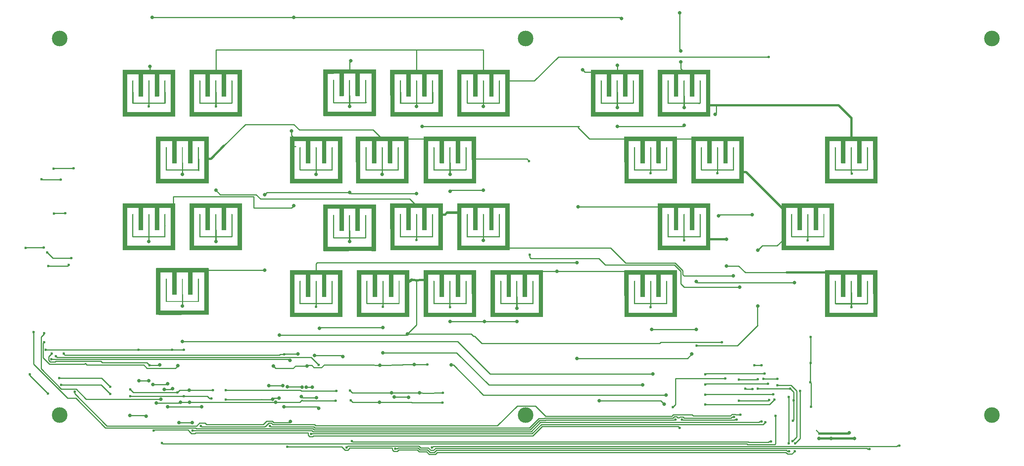
<source format=gbr>
G04 #@! TF.GenerationSoftware,KiCad,Pcbnew,5.1.5+dfsg1-2build2*
G04 #@! TF.CreationDate,2024-06-21T19:05:47+01:00*
G04 #@! TF.ProjectId,qt_touch1,71745f74-6f75-4636-9831-2e6b69636164,rev?*
G04 #@! TF.SameCoordinates,Original*
G04 #@! TF.FileFunction,Copper,L1,Top*
G04 #@! TF.FilePolarity,Positive*
%FSLAX46Y46*%
G04 Gerber Fmt 4.6, Leading zero omitted, Abs format (unit mm)*
G04 Created by KiCad (PCBNEW 5.1.5+dfsg1-2build2) date 2024-06-21 19:05:47*
%MOMM*%
%LPD*%
G04 APERTURE LIST*
%ADD10C,0.100000*%
%ADD11C,3.500000*%
%ADD12C,0.600000*%
%ADD13C,0.800000*%
%ADD14C,0.250000*%
%ADD15C,0.500000*%
G04 APERTURE END LIST*
G04 #@! TA.AperFunction,SMDPad,CuDef*
D10*
G36*
X137813066Y-105050685D02*
G01*
X137825135Y-105052553D01*
X137836964Y-105055590D01*
X137848439Y-105059767D01*
X137859453Y-105065044D01*
X137869899Y-105071370D01*
X137879678Y-105078686D01*
X137888696Y-105086921D01*
X137896868Y-105095996D01*
X137904115Y-105105826D01*
X137910368Y-105116316D01*
X137915568Y-105127366D01*
X137919665Y-105138871D01*
X137922619Y-105150721D01*
X137924403Y-105162802D01*
X137925000Y-105175000D01*
X137925000Y-110075000D01*
X141275000Y-110075000D01*
X141275000Y-105200000D01*
X141275012Y-105198255D01*
X141275779Y-105186066D01*
X141277732Y-105174011D01*
X141280851Y-105162204D01*
X141285108Y-105150757D01*
X141290462Y-105139781D01*
X141296861Y-105129379D01*
X141304244Y-105119652D01*
X141312542Y-105110691D01*
X141321675Y-105102583D01*
X141331555Y-105095404D01*
X141342088Y-105089225D01*
X141353174Y-105084102D01*
X141364707Y-105080086D01*
X141376577Y-105077214D01*
X141388671Y-105075514D01*
X141400873Y-105075003D01*
X141413066Y-105075685D01*
X141425135Y-105077553D01*
X141436964Y-105080590D01*
X141448439Y-105084767D01*
X141459453Y-105090044D01*
X141469899Y-105096370D01*
X141479678Y-105103686D01*
X141488696Y-105111921D01*
X141496868Y-105120996D01*
X141504115Y-105130826D01*
X141510368Y-105141316D01*
X141515568Y-105152366D01*
X141519665Y-105163871D01*
X141522619Y-105175721D01*
X141524403Y-105187802D01*
X141525000Y-105200000D01*
X141525000Y-110075000D01*
X144875000Y-110075000D01*
X144875000Y-105200000D01*
X144875012Y-105198255D01*
X144875779Y-105186066D01*
X144877732Y-105174011D01*
X144880851Y-105162204D01*
X144885108Y-105150757D01*
X144890462Y-105139781D01*
X144896861Y-105129379D01*
X144904244Y-105119652D01*
X144912542Y-105110691D01*
X144921675Y-105102583D01*
X144931555Y-105095404D01*
X144942088Y-105089225D01*
X144953174Y-105084102D01*
X144964707Y-105080086D01*
X144976577Y-105077214D01*
X144988671Y-105075514D01*
X145000873Y-105075003D01*
X145013066Y-105075685D01*
X145025135Y-105077553D01*
X145036964Y-105080590D01*
X145048439Y-105084767D01*
X145059453Y-105090044D01*
X145069899Y-105096370D01*
X145079678Y-105103686D01*
X145088696Y-105111921D01*
X145096868Y-105120996D01*
X145104115Y-105130826D01*
X145110368Y-105141316D01*
X145115568Y-105152366D01*
X145119665Y-105163871D01*
X145122619Y-105175721D01*
X145124403Y-105187802D01*
X145125000Y-105200000D01*
X145125000Y-110200000D01*
X145124994Y-110200811D01*
X145124997Y-110200873D01*
X145124994Y-110200934D01*
X145124988Y-110201745D01*
X145124630Y-110207434D01*
X145124315Y-110213066D01*
X145124249Y-110213495D01*
X145124221Y-110213934D01*
X145123317Y-110219514D01*
X145122447Y-110225135D01*
X145122337Y-110225564D01*
X145122268Y-110225989D01*
X145120835Y-110231412D01*
X145119410Y-110236964D01*
X145119260Y-110237377D01*
X145119149Y-110237796D01*
X145117173Y-110243108D01*
X145115233Y-110248439D01*
X145115045Y-110248831D01*
X145114892Y-110249243D01*
X145112406Y-110254340D01*
X145109956Y-110259453D01*
X145109728Y-110259830D01*
X145109538Y-110260219D01*
X145106592Y-110265009D01*
X145103630Y-110269899D01*
X145103366Y-110270251D01*
X145103139Y-110270621D01*
X145099712Y-110275136D01*
X145096314Y-110279678D01*
X145096021Y-110279999D01*
X145095756Y-110280348D01*
X145091874Y-110284540D01*
X145088079Y-110288696D01*
X145087758Y-110288985D01*
X145087458Y-110289309D01*
X145083231Y-110293061D01*
X145079004Y-110296868D01*
X145078647Y-110297131D01*
X145078325Y-110297417D01*
X145073763Y-110300732D01*
X145069174Y-110304115D01*
X145068801Y-110304337D01*
X145068445Y-110304596D01*
X145063534Y-110307477D01*
X145058684Y-110310368D01*
X145058289Y-110310554D01*
X145057912Y-110310775D01*
X145052754Y-110313158D01*
X145047634Y-110315568D01*
X145047225Y-110315714D01*
X145046826Y-110315898D01*
X145041468Y-110317764D01*
X145036129Y-110319665D01*
X145035703Y-110319771D01*
X145035293Y-110319914D01*
X145029753Y-110321254D01*
X145024279Y-110322619D01*
X145023854Y-110322682D01*
X145023423Y-110322786D01*
X145017709Y-110323589D01*
X145012198Y-110324403D01*
X145011771Y-110324424D01*
X145011329Y-110324486D01*
X145005600Y-110324726D01*
X145000000Y-110325000D01*
X141525000Y-110325000D01*
X141525000Y-111075000D01*
X141514523Y-111075000D01*
X141509538Y-111085219D01*
X141503139Y-111095621D01*
X141495756Y-111105348D01*
X141487458Y-111114309D01*
X141478325Y-111122417D01*
X141468445Y-111129596D01*
X141457912Y-111135775D01*
X141446826Y-111140898D01*
X141435293Y-111144914D01*
X141423423Y-111147786D01*
X141411329Y-111149486D01*
X141399127Y-111149997D01*
X141386934Y-111149315D01*
X141374865Y-111147447D01*
X141363036Y-111144410D01*
X141351561Y-111140233D01*
X141340547Y-111134956D01*
X141330101Y-111128630D01*
X141320322Y-111121314D01*
X141311304Y-111113079D01*
X141303132Y-111104004D01*
X141295885Y-111094174D01*
X141289632Y-111083684D01*
X141285545Y-111075000D01*
X141275000Y-111075000D01*
X141275000Y-110325000D01*
X137825000Y-110325000D01*
X137823255Y-110324988D01*
X137812550Y-110324314D01*
X137811329Y-110324486D01*
X137799127Y-110324997D01*
X137786934Y-110324315D01*
X137774865Y-110322447D01*
X137763036Y-110319410D01*
X137751561Y-110315233D01*
X137740547Y-110309956D01*
X137730101Y-110303630D01*
X137720322Y-110296314D01*
X137711304Y-110288079D01*
X137703132Y-110279004D01*
X137695885Y-110269174D01*
X137689632Y-110258684D01*
X137684432Y-110247634D01*
X137680335Y-110236129D01*
X137677381Y-110224279D01*
X137675597Y-110212198D01*
X137675000Y-110200000D01*
X137675000Y-105175000D01*
X137675012Y-105173255D01*
X137675779Y-105161066D01*
X137677732Y-105149011D01*
X137680851Y-105137204D01*
X137685108Y-105125757D01*
X137690462Y-105114781D01*
X137696861Y-105104379D01*
X137704244Y-105094652D01*
X137712542Y-105085691D01*
X137721675Y-105077583D01*
X137731555Y-105070404D01*
X137742088Y-105064225D01*
X137753174Y-105059102D01*
X137764707Y-105055086D01*
X137776577Y-105052214D01*
X137788671Y-105050514D01*
X137800873Y-105050003D01*
X137813066Y-105050685D01*
G37*
G04 #@! TD.AperFunction*
G04 #@! TA.AperFunction,SMDPad,CuDef*
G36*
X147259755Y-102700961D02*
G01*
X147269134Y-102703806D01*
X147277779Y-102708427D01*
X147285355Y-102714645D01*
X147291573Y-102722221D01*
X147296194Y-102730866D01*
X147299039Y-102740245D01*
X147300000Y-102750000D01*
X147300000Y-113150000D01*
X147299039Y-113159755D01*
X147296194Y-113169134D01*
X147291573Y-113177779D01*
X147285355Y-113185355D01*
X147277779Y-113191573D01*
X147269134Y-113196194D01*
X147259755Y-113199039D01*
X147250000Y-113200000D01*
X146356250Y-113200000D01*
X146346495Y-113199039D01*
X146337116Y-113196194D01*
X146332807Y-113193891D01*
X136050060Y-113206250D01*
X136040304Y-113205301D01*
X136030921Y-113202467D01*
X136026292Y-113200000D01*
X135562500Y-113200000D01*
X135552745Y-113199039D01*
X135543366Y-113196194D01*
X135534721Y-113191573D01*
X135527145Y-113185355D01*
X135520927Y-113177779D01*
X135516306Y-113169134D01*
X135513461Y-113159755D01*
X135512500Y-113150060D01*
X135501149Y-103706002D01*
X136506250Y-103706002D01*
X136506250Y-112200000D01*
X146305108Y-112200000D01*
X146294885Y-103694237D01*
X143900000Y-103697116D01*
X143900000Y-103700000D01*
X143700000Y-103700000D01*
X143700000Y-108650000D01*
X143699039Y-108659755D01*
X143696194Y-108669134D01*
X143691573Y-108677779D01*
X143685355Y-108685355D01*
X143677779Y-108691573D01*
X143669134Y-108696194D01*
X143659755Y-108699039D01*
X143650000Y-108700000D01*
X142750000Y-108700000D01*
X142740245Y-108699039D01*
X142730866Y-108696194D01*
X142722221Y-108691573D01*
X142714645Y-108685355D01*
X142708427Y-108677779D01*
X142703806Y-108669134D01*
X142700961Y-108659755D01*
X142700000Y-108650000D01*
X142700000Y-103700000D01*
X141500256Y-103700000D01*
X140100000Y-103701683D01*
X140100000Y-108650000D01*
X140099039Y-108659755D01*
X140096194Y-108669134D01*
X140091573Y-108677779D01*
X140085355Y-108685355D01*
X140077779Y-108691573D01*
X140069134Y-108696194D01*
X140059755Y-108699039D01*
X140050000Y-108700000D01*
X139150000Y-108700000D01*
X139140245Y-108699039D01*
X139130866Y-108696194D01*
X139122221Y-108691573D01*
X139114645Y-108685355D01*
X139108427Y-108677779D01*
X139103806Y-108669134D01*
X139100961Y-108659755D01*
X139100000Y-108650000D01*
X139100000Y-103702885D01*
X136506250Y-103706002D01*
X135501149Y-103706002D01*
X135500000Y-102750060D01*
X135500949Y-102740304D01*
X135503783Y-102730921D01*
X135508393Y-102722271D01*
X135514602Y-102714687D01*
X135522172Y-102708460D01*
X135530810Y-102703829D01*
X135540187Y-102700972D01*
X135550000Y-102700000D01*
X147250000Y-102700000D01*
X147259755Y-102700961D01*
G37*
G04 #@! TD.AperFunction*
G04 #@! TA.AperFunction,SMDPad,CuDef*
G36*
X130313066Y-90050685D02*
G01*
X130325135Y-90052553D01*
X130336964Y-90055590D01*
X130348439Y-90059767D01*
X130359453Y-90065044D01*
X130369899Y-90071370D01*
X130379678Y-90078686D01*
X130388696Y-90086921D01*
X130396868Y-90095996D01*
X130404115Y-90105826D01*
X130410368Y-90116316D01*
X130415568Y-90127366D01*
X130419665Y-90138871D01*
X130422619Y-90150721D01*
X130424403Y-90162802D01*
X130425000Y-90175000D01*
X130425000Y-95075000D01*
X133775000Y-95075000D01*
X133775000Y-90200000D01*
X133775012Y-90198255D01*
X133775779Y-90186066D01*
X133777732Y-90174011D01*
X133780851Y-90162204D01*
X133785108Y-90150757D01*
X133790462Y-90139781D01*
X133796861Y-90129379D01*
X133804244Y-90119652D01*
X133812542Y-90110691D01*
X133821675Y-90102583D01*
X133831555Y-90095404D01*
X133842088Y-90089225D01*
X133853174Y-90084102D01*
X133864707Y-90080086D01*
X133876577Y-90077214D01*
X133888671Y-90075514D01*
X133900873Y-90075003D01*
X133913066Y-90075685D01*
X133925135Y-90077553D01*
X133936964Y-90080590D01*
X133948439Y-90084767D01*
X133959453Y-90090044D01*
X133969899Y-90096370D01*
X133979678Y-90103686D01*
X133988696Y-90111921D01*
X133996868Y-90120996D01*
X134004115Y-90130826D01*
X134010368Y-90141316D01*
X134015568Y-90152366D01*
X134019665Y-90163871D01*
X134022619Y-90175721D01*
X134024403Y-90187802D01*
X134025000Y-90200000D01*
X134025000Y-95075000D01*
X137375000Y-95075000D01*
X137375000Y-90200000D01*
X137375012Y-90198255D01*
X137375779Y-90186066D01*
X137377732Y-90174011D01*
X137380851Y-90162204D01*
X137385108Y-90150757D01*
X137390462Y-90139781D01*
X137396861Y-90129379D01*
X137404244Y-90119652D01*
X137412542Y-90110691D01*
X137421675Y-90102583D01*
X137431555Y-90095404D01*
X137442088Y-90089225D01*
X137453174Y-90084102D01*
X137464707Y-90080086D01*
X137476577Y-90077214D01*
X137488671Y-90075514D01*
X137500873Y-90075003D01*
X137513066Y-90075685D01*
X137525135Y-90077553D01*
X137536964Y-90080590D01*
X137548439Y-90084767D01*
X137559453Y-90090044D01*
X137569899Y-90096370D01*
X137579678Y-90103686D01*
X137588696Y-90111921D01*
X137596868Y-90120996D01*
X137604115Y-90130826D01*
X137610368Y-90141316D01*
X137615568Y-90152366D01*
X137619665Y-90163871D01*
X137622619Y-90175721D01*
X137624403Y-90187802D01*
X137625000Y-90200000D01*
X137625000Y-95200000D01*
X137624994Y-95200811D01*
X137624997Y-95200873D01*
X137624994Y-95200934D01*
X137624988Y-95201745D01*
X137624630Y-95207434D01*
X137624315Y-95213066D01*
X137624249Y-95213495D01*
X137624221Y-95213934D01*
X137623317Y-95219514D01*
X137622447Y-95225135D01*
X137622337Y-95225564D01*
X137622268Y-95225989D01*
X137620835Y-95231412D01*
X137619410Y-95236964D01*
X137619260Y-95237377D01*
X137619149Y-95237796D01*
X137617173Y-95243108D01*
X137615233Y-95248439D01*
X137615045Y-95248831D01*
X137614892Y-95249243D01*
X137612406Y-95254340D01*
X137609956Y-95259453D01*
X137609728Y-95259830D01*
X137609538Y-95260219D01*
X137606592Y-95265009D01*
X137603630Y-95269899D01*
X137603366Y-95270251D01*
X137603139Y-95270621D01*
X137599712Y-95275136D01*
X137596314Y-95279678D01*
X137596021Y-95279999D01*
X137595756Y-95280348D01*
X137591874Y-95284540D01*
X137588079Y-95288696D01*
X137587758Y-95288985D01*
X137587458Y-95289309D01*
X137583231Y-95293061D01*
X137579004Y-95296868D01*
X137578647Y-95297131D01*
X137578325Y-95297417D01*
X137573763Y-95300732D01*
X137569174Y-95304115D01*
X137568801Y-95304337D01*
X137568445Y-95304596D01*
X137563534Y-95307477D01*
X137558684Y-95310368D01*
X137558289Y-95310554D01*
X137557912Y-95310775D01*
X137552754Y-95313158D01*
X137547634Y-95315568D01*
X137547225Y-95315714D01*
X137546826Y-95315898D01*
X137541468Y-95317764D01*
X137536129Y-95319665D01*
X137535703Y-95319771D01*
X137535293Y-95319914D01*
X137529753Y-95321254D01*
X137524279Y-95322619D01*
X137523854Y-95322682D01*
X137523423Y-95322786D01*
X137517709Y-95323589D01*
X137512198Y-95324403D01*
X137511771Y-95324424D01*
X137511329Y-95324486D01*
X137505600Y-95324726D01*
X137500000Y-95325000D01*
X134025000Y-95325000D01*
X134025000Y-96075000D01*
X134014523Y-96075000D01*
X134009538Y-96085219D01*
X134003139Y-96095621D01*
X133995756Y-96105348D01*
X133987458Y-96114309D01*
X133978325Y-96122417D01*
X133968445Y-96129596D01*
X133957912Y-96135775D01*
X133946826Y-96140898D01*
X133935293Y-96144914D01*
X133923423Y-96147786D01*
X133911329Y-96149486D01*
X133899127Y-96149997D01*
X133886934Y-96149315D01*
X133874865Y-96147447D01*
X133863036Y-96144410D01*
X133851561Y-96140233D01*
X133840547Y-96134956D01*
X133830101Y-96128630D01*
X133820322Y-96121314D01*
X133811304Y-96113079D01*
X133803132Y-96104004D01*
X133795885Y-96094174D01*
X133789632Y-96083684D01*
X133785545Y-96075000D01*
X133775000Y-96075000D01*
X133775000Y-95325000D01*
X130325000Y-95325000D01*
X130323255Y-95324988D01*
X130312550Y-95324314D01*
X130311329Y-95324486D01*
X130299127Y-95324997D01*
X130286934Y-95324315D01*
X130274865Y-95322447D01*
X130263036Y-95319410D01*
X130251561Y-95315233D01*
X130240547Y-95309956D01*
X130230101Y-95303630D01*
X130220322Y-95296314D01*
X130211304Y-95288079D01*
X130203132Y-95279004D01*
X130195885Y-95269174D01*
X130189632Y-95258684D01*
X130184432Y-95247634D01*
X130180335Y-95236129D01*
X130177381Y-95224279D01*
X130175597Y-95212198D01*
X130175000Y-95200000D01*
X130175000Y-90175000D01*
X130175012Y-90173255D01*
X130175779Y-90161066D01*
X130177732Y-90149011D01*
X130180851Y-90137204D01*
X130185108Y-90125757D01*
X130190462Y-90114781D01*
X130196861Y-90104379D01*
X130204244Y-90094652D01*
X130212542Y-90085691D01*
X130221675Y-90077583D01*
X130231555Y-90070404D01*
X130242088Y-90064225D01*
X130253174Y-90059102D01*
X130264707Y-90055086D01*
X130276577Y-90052214D01*
X130288671Y-90050514D01*
X130300873Y-90050003D01*
X130313066Y-90050685D01*
G37*
G04 #@! TD.AperFunction*
G04 #@! TA.AperFunction,SMDPad,CuDef*
G36*
X139759755Y-87700961D02*
G01*
X139769134Y-87703806D01*
X139777779Y-87708427D01*
X139785355Y-87714645D01*
X139791573Y-87722221D01*
X139796194Y-87730866D01*
X139799039Y-87740245D01*
X139800000Y-87750000D01*
X139800000Y-98150000D01*
X139799039Y-98159755D01*
X139796194Y-98169134D01*
X139791573Y-98177779D01*
X139785355Y-98185355D01*
X139777779Y-98191573D01*
X139769134Y-98196194D01*
X139759755Y-98199039D01*
X139750000Y-98200000D01*
X138856250Y-98200000D01*
X138846495Y-98199039D01*
X138837116Y-98196194D01*
X138832807Y-98193891D01*
X128550060Y-98206250D01*
X128540304Y-98205301D01*
X128530921Y-98202467D01*
X128526292Y-98200000D01*
X128062500Y-98200000D01*
X128052745Y-98199039D01*
X128043366Y-98196194D01*
X128034721Y-98191573D01*
X128027145Y-98185355D01*
X128020927Y-98177779D01*
X128016306Y-98169134D01*
X128013461Y-98159755D01*
X128012500Y-98150060D01*
X128001149Y-88706002D01*
X129006250Y-88706002D01*
X129006250Y-97200000D01*
X138805108Y-97200000D01*
X138794885Y-88694237D01*
X136400000Y-88697116D01*
X136400000Y-88700000D01*
X136200000Y-88700000D01*
X136200000Y-93650000D01*
X136199039Y-93659755D01*
X136196194Y-93669134D01*
X136191573Y-93677779D01*
X136185355Y-93685355D01*
X136177779Y-93691573D01*
X136169134Y-93696194D01*
X136159755Y-93699039D01*
X136150000Y-93700000D01*
X135250000Y-93700000D01*
X135240245Y-93699039D01*
X135230866Y-93696194D01*
X135222221Y-93691573D01*
X135214645Y-93685355D01*
X135208427Y-93677779D01*
X135203806Y-93669134D01*
X135200961Y-93659755D01*
X135200000Y-93650000D01*
X135200000Y-88700000D01*
X134000256Y-88700000D01*
X132600000Y-88701683D01*
X132600000Y-93650000D01*
X132599039Y-93659755D01*
X132596194Y-93669134D01*
X132591573Y-93677779D01*
X132585355Y-93685355D01*
X132577779Y-93691573D01*
X132569134Y-93696194D01*
X132559755Y-93699039D01*
X132550000Y-93700000D01*
X131650000Y-93700000D01*
X131640245Y-93699039D01*
X131630866Y-93696194D01*
X131622221Y-93691573D01*
X131614645Y-93685355D01*
X131608427Y-93677779D01*
X131603806Y-93669134D01*
X131600961Y-93659755D01*
X131600000Y-93650000D01*
X131600000Y-88702885D01*
X129006250Y-88706002D01*
X128001149Y-88706002D01*
X128000000Y-87750060D01*
X128000949Y-87740304D01*
X128003783Y-87730921D01*
X128008393Y-87722271D01*
X128014602Y-87714687D01*
X128022172Y-87708460D01*
X128030810Y-87703829D01*
X128040187Y-87700972D01*
X128050000Y-87700000D01*
X139750000Y-87700000D01*
X139759755Y-87700961D01*
G37*
G04 #@! TD.AperFunction*
G04 #@! TA.AperFunction,SMDPad,CuDef*
G36*
X130313066Y-60050685D02*
G01*
X130325135Y-60052553D01*
X130336964Y-60055590D01*
X130348439Y-60059767D01*
X130359453Y-60065044D01*
X130369899Y-60071370D01*
X130379678Y-60078686D01*
X130388696Y-60086921D01*
X130396868Y-60095996D01*
X130404115Y-60105826D01*
X130410368Y-60116316D01*
X130415568Y-60127366D01*
X130419665Y-60138871D01*
X130422619Y-60150721D01*
X130424403Y-60162802D01*
X130425000Y-60175000D01*
X130425000Y-65075000D01*
X133775000Y-65075000D01*
X133775000Y-60200000D01*
X133775012Y-60198255D01*
X133775779Y-60186066D01*
X133777732Y-60174011D01*
X133780851Y-60162204D01*
X133785108Y-60150757D01*
X133790462Y-60139781D01*
X133796861Y-60129379D01*
X133804244Y-60119652D01*
X133812542Y-60110691D01*
X133821675Y-60102583D01*
X133831555Y-60095404D01*
X133842088Y-60089225D01*
X133853174Y-60084102D01*
X133864707Y-60080086D01*
X133876577Y-60077214D01*
X133888671Y-60075514D01*
X133900873Y-60075003D01*
X133913066Y-60075685D01*
X133925135Y-60077553D01*
X133936964Y-60080590D01*
X133948439Y-60084767D01*
X133959453Y-60090044D01*
X133969899Y-60096370D01*
X133979678Y-60103686D01*
X133988696Y-60111921D01*
X133996868Y-60120996D01*
X134004115Y-60130826D01*
X134010368Y-60141316D01*
X134015568Y-60152366D01*
X134019665Y-60163871D01*
X134022619Y-60175721D01*
X134024403Y-60187802D01*
X134025000Y-60200000D01*
X134025000Y-65075000D01*
X137375000Y-65075000D01*
X137375000Y-60200000D01*
X137375012Y-60198255D01*
X137375779Y-60186066D01*
X137377732Y-60174011D01*
X137380851Y-60162204D01*
X137385108Y-60150757D01*
X137390462Y-60139781D01*
X137396861Y-60129379D01*
X137404244Y-60119652D01*
X137412542Y-60110691D01*
X137421675Y-60102583D01*
X137431555Y-60095404D01*
X137442088Y-60089225D01*
X137453174Y-60084102D01*
X137464707Y-60080086D01*
X137476577Y-60077214D01*
X137488671Y-60075514D01*
X137500873Y-60075003D01*
X137513066Y-60075685D01*
X137525135Y-60077553D01*
X137536964Y-60080590D01*
X137548439Y-60084767D01*
X137559453Y-60090044D01*
X137569899Y-60096370D01*
X137579678Y-60103686D01*
X137588696Y-60111921D01*
X137596868Y-60120996D01*
X137604115Y-60130826D01*
X137610368Y-60141316D01*
X137615568Y-60152366D01*
X137619665Y-60163871D01*
X137622619Y-60175721D01*
X137624403Y-60187802D01*
X137625000Y-60200000D01*
X137625000Y-65200000D01*
X137624994Y-65200811D01*
X137624997Y-65200873D01*
X137624994Y-65200934D01*
X137624988Y-65201745D01*
X137624630Y-65207434D01*
X137624315Y-65213066D01*
X137624249Y-65213495D01*
X137624221Y-65213934D01*
X137623317Y-65219514D01*
X137622447Y-65225135D01*
X137622337Y-65225564D01*
X137622268Y-65225989D01*
X137620835Y-65231412D01*
X137619410Y-65236964D01*
X137619260Y-65237377D01*
X137619149Y-65237796D01*
X137617173Y-65243108D01*
X137615233Y-65248439D01*
X137615045Y-65248831D01*
X137614892Y-65249243D01*
X137612406Y-65254340D01*
X137609956Y-65259453D01*
X137609728Y-65259830D01*
X137609538Y-65260219D01*
X137606592Y-65265009D01*
X137603630Y-65269899D01*
X137603366Y-65270251D01*
X137603139Y-65270621D01*
X137599712Y-65275136D01*
X137596314Y-65279678D01*
X137596021Y-65279999D01*
X137595756Y-65280348D01*
X137591874Y-65284540D01*
X137588079Y-65288696D01*
X137587758Y-65288985D01*
X137587458Y-65289309D01*
X137583231Y-65293061D01*
X137579004Y-65296868D01*
X137578647Y-65297131D01*
X137578325Y-65297417D01*
X137573763Y-65300732D01*
X137569174Y-65304115D01*
X137568801Y-65304337D01*
X137568445Y-65304596D01*
X137563534Y-65307477D01*
X137558684Y-65310368D01*
X137558289Y-65310554D01*
X137557912Y-65310775D01*
X137552754Y-65313158D01*
X137547634Y-65315568D01*
X137547225Y-65315714D01*
X137546826Y-65315898D01*
X137541468Y-65317764D01*
X137536129Y-65319665D01*
X137535703Y-65319771D01*
X137535293Y-65319914D01*
X137529753Y-65321254D01*
X137524279Y-65322619D01*
X137523854Y-65322682D01*
X137523423Y-65322786D01*
X137517709Y-65323589D01*
X137512198Y-65324403D01*
X137511771Y-65324424D01*
X137511329Y-65324486D01*
X137505600Y-65324726D01*
X137500000Y-65325000D01*
X134025000Y-65325000D01*
X134025000Y-66075000D01*
X134014523Y-66075000D01*
X134009538Y-66085219D01*
X134003139Y-66095621D01*
X133995756Y-66105348D01*
X133987458Y-66114309D01*
X133978325Y-66122417D01*
X133968445Y-66129596D01*
X133957912Y-66135775D01*
X133946826Y-66140898D01*
X133935293Y-66144914D01*
X133923423Y-66147786D01*
X133911329Y-66149486D01*
X133899127Y-66149997D01*
X133886934Y-66149315D01*
X133874865Y-66147447D01*
X133863036Y-66144410D01*
X133851561Y-66140233D01*
X133840547Y-66134956D01*
X133830101Y-66128630D01*
X133820322Y-66121314D01*
X133811304Y-66113079D01*
X133803132Y-66104004D01*
X133795885Y-66094174D01*
X133789632Y-66083684D01*
X133785545Y-66075000D01*
X133775000Y-66075000D01*
X133775000Y-65325000D01*
X130325000Y-65325000D01*
X130323255Y-65324988D01*
X130312550Y-65324314D01*
X130311329Y-65324486D01*
X130299127Y-65324997D01*
X130286934Y-65324315D01*
X130274865Y-65322447D01*
X130263036Y-65319410D01*
X130251561Y-65315233D01*
X130240547Y-65309956D01*
X130230101Y-65303630D01*
X130220322Y-65296314D01*
X130211304Y-65288079D01*
X130203132Y-65279004D01*
X130195885Y-65269174D01*
X130189632Y-65258684D01*
X130184432Y-65247634D01*
X130180335Y-65236129D01*
X130177381Y-65224279D01*
X130175597Y-65212198D01*
X130175000Y-65200000D01*
X130175000Y-60175000D01*
X130175012Y-60173255D01*
X130175779Y-60161066D01*
X130177732Y-60149011D01*
X130180851Y-60137204D01*
X130185108Y-60125757D01*
X130190462Y-60114781D01*
X130196861Y-60104379D01*
X130204244Y-60094652D01*
X130212542Y-60085691D01*
X130221675Y-60077583D01*
X130231555Y-60070404D01*
X130242088Y-60064225D01*
X130253174Y-60059102D01*
X130264707Y-60055086D01*
X130276577Y-60052214D01*
X130288671Y-60050514D01*
X130300873Y-60050003D01*
X130313066Y-60050685D01*
G37*
G04 #@! TD.AperFunction*
G04 #@! TA.AperFunction,SMDPad,CuDef*
G36*
X139759755Y-57700961D02*
G01*
X139769134Y-57703806D01*
X139777779Y-57708427D01*
X139785355Y-57714645D01*
X139791573Y-57722221D01*
X139796194Y-57730866D01*
X139799039Y-57740245D01*
X139800000Y-57750000D01*
X139800000Y-68150000D01*
X139799039Y-68159755D01*
X139796194Y-68169134D01*
X139791573Y-68177779D01*
X139785355Y-68185355D01*
X139777779Y-68191573D01*
X139769134Y-68196194D01*
X139759755Y-68199039D01*
X139750000Y-68200000D01*
X138856250Y-68200000D01*
X138846495Y-68199039D01*
X138837116Y-68196194D01*
X138832807Y-68193891D01*
X128550060Y-68206250D01*
X128540304Y-68205301D01*
X128530921Y-68202467D01*
X128526292Y-68200000D01*
X128062500Y-68200000D01*
X128052745Y-68199039D01*
X128043366Y-68196194D01*
X128034721Y-68191573D01*
X128027145Y-68185355D01*
X128020927Y-68177779D01*
X128016306Y-68169134D01*
X128013461Y-68159755D01*
X128012500Y-68150060D01*
X128001149Y-58706002D01*
X129006250Y-58706002D01*
X129006250Y-67200000D01*
X138805108Y-67200000D01*
X138794885Y-58694237D01*
X136400000Y-58697116D01*
X136400000Y-58700000D01*
X136200000Y-58700000D01*
X136200000Y-63650000D01*
X136199039Y-63659755D01*
X136196194Y-63669134D01*
X136191573Y-63677779D01*
X136185355Y-63685355D01*
X136177779Y-63691573D01*
X136169134Y-63696194D01*
X136159755Y-63699039D01*
X136150000Y-63700000D01*
X135250000Y-63700000D01*
X135240245Y-63699039D01*
X135230866Y-63696194D01*
X135222221Y-63691573D01*
X135214645Y-63685355D01*
X135208427Y-63677779D01*
X135203806Y-63669134D01*
X135200961Y-63659755D01*
X135200000Y-63650000D01*
X135200000Y-58700000D01*
X134000256Y-58700000D01*
X132600000Y-58701683D01*
X132600000Y-63650000D01*
X132599039Y-63659755D01*
X132596194Y-63669134D01*
X132591573Y-63677779D01*
X132585355Y-63685355D01*
X132577779Y-63691573D01*
X132569134Y-63696194D01*
X132559755Y-63699039D01*
X132550000Y-63700000D01*
X131650000Y-63700000D01*
X131640245Y-63699039D01*
X131630866Y-63696194D01*
X131622221Y-63691573D01*
X131614645Y-63685355D01*
X131608427Y-63677779D01*
X131603806Y-63669134D01*
X131600961Y-63659755D01*
X131600000Y-63650000D01*
X131600000Y-58702885D01*
X129006250Y-58706002D01*
X128001149Y-58706002D01*
X128000000Y-57750060D01*
X128000949Y-57740304D01*
X128003783Y-57730921D01*
X128008393Y-57722271D01*
X128014602Y-57714687D01*
X128022172Y-57708460D01*
X128030810Y-57703829D01*
X128040187Y-57700972D01*
X128050000Y-57700000D01*
X139750000Y-57700000D01*
X139759755Y-57700961D01*
G37*
G04 #@! TD.AperFunction*
G04 #@! TA.AperFunction,SMDPad,CuDef*
G36*
X122813066Y-105050685D02*
G01*
X122825135Y-105052553D01*
X122836964Y-105055590D01*
X122848439Y-105059767D01*
X122859453Y-105065044D01*
X122869899Y-105071370D01*
X122879678Y-105078686D01*
X122888696Y-105086921D01*
X122896868Y-105095996D01*
X122904115Y-105105826D01*
X122910368Y-105116316D01*
X122915568Y-105127366D01*
X122919665Y-105138871D01*
X122922619Y-105150721D01*
X122924403Y-105162802D01*
X122925000Y-105175000D01*
X122925000Y-110075000D01*
X126275000Y-110075000D01*
X126275000Y-105200000D01*
X126275012Y-105198255D01*
X126275779Y-105186066D01*
X126277732Y-105174011D01*
X126280851Y-105162204D01*
X126285108Y-105150757D01*
X126290462Y-105139781D01*
X126296861Y-105129379D01*
X126304244Y-105119652D01*
X126312542Y-105110691D01*
X126321675Y-105102583D01*
X126331555Y-105095404D01*
X126342088Y-105089225D01*
X126353174Y-105084102D01*
X126364707Y-105080086D01*
X126376577Y-105077214D01*
X126388671Y-105075514D01*
X126400873Y-105075003D01*
X126413066Y-105075685D01*
X126425135Y-105077553D01*
X126436964Y-105080590D01*
X126448439Y-105084767D01*
X126459453Y-105090044D01*
X126469899Y-105096370D01*
X126479678Y-105103686D01*
X126488696Y-105111921D01*
X126496868Y-105120996D01*
X126504115Y-105130826D01*
X126510368Y-105141316D01*
X126515568Y-105152366D01*
X126519665Y-105163871D01*
X126522619Y-105175721D01*
X126524403Y-105187802D01*
X126525000Y-105200000D01*
X126525000Y-110075000D01*
X129875000Y-110075000D01*
X129875000Y-105200000D01*
X129875012Y-105198255D01*
X129875779Y-105186066D01*
X129877732Y-105174011D01*
X129880851Y-105162204D01*
X129885108Y-105150757D01*
X129890462Y-105139781D01*
X129896861Y-105129379D01*
X129904244Y-105119652D01*
X129912542Y-105110691D01*
X129921675Y-105102583D01*
X129931555Y-105095404D01*
X129942088Y-105089225D01*
X129953174Y-105084102D01*
X129964707Y-105080086D01*
X129976577Y-105077214D01*
X129988671Y-105075514D01*
X130000873Y-105075003D01*
X130013066Y-105075685D01*
X130025135Y-105077553D01*
X130036964Y-105080590D01*
X130048439Y-105084767D01*
X130059453Y-105090044D01*
X130069899Y-105096370D01*
X130079678Y-105103686D01*
X130088696Y-105111921D01*
X130096868Y-105120996D01*
X130104115Y-105130826D01*
X130110368Y-105141316D01*
X130115568Y-105152366D01*
X130119665Y-105163871D01*
X130122619Y-105175721D01*
X130124403Y-105187802D01*
X130125000Y-105200000D01*
X130125000Y-110200000D01*
X130124994Y-110200811D01*
X130124997Y-110200873D01*
X130124994Y-110200934D01*
X130124988Y-110201745D01*
X130124630Y-110207434D01*
X130124315Y-110213066D01*
X130124249Y-110213495D01*
X130124221Y-110213934D01*
X130123317Y-110219514D01*
X130122447Y-110225135D01*
X130122337Y-110225564D01*
X130122268Y-110225989D01*
X130120835Y-110231412D01*
X130119410Y-110236964D01*
X130119260Y-110237377D01*
X130119149Y-110237796D01*
X130117173Y-110243108D01*
X130115233Y-110248439D01*
X130115045Y-110248831D01*
X130114892Y-110249243D01*
X130112406Y-110254340D01*
X130109956Y-110259453D01*
X130109728Y-110259830D01*
X130109538Y-110260219D01*
X130106592Y-110265009D01*
X130103630Y-110269899D01*
X130103366Y-110270251D01*
X130103139Y-110270621D01*
X130099712Y-110275136D01*
X130096314Y-110279678D01*
X130096021Y-110279999D01*
X130095756Y-110280348D01*
X130091874Y-110284540D01*
X130088079Y-110288696D01*
X130087758Y-110288985D01*
X130087458Y-110289309D01*
X130083231Y-110293061D01*
X130079004Y-110296868D01*
X130078647Y-110297131D01*
X130078325Y-110297417D01*
X130073763Y-110300732D01*
X130069174Y-110304115D01*
X130068801Y-110304337D01*
X130068445Y-110304596D01*
X130063534Y-110307477D01*
X130058684Y-110310368D01*
X130058289Y-110310554D01*
X130057912Y-110310775D01*
X130052754Y-110313158D01*
X130047634Y-110315568D01*
X130047225Y-110315714D01*
X130046826Y-110315898D01*
X130041468Y-110317764D01*
X130036129Y-110319665D01*
X130035703Y-110319771D01*
X130035293Y-110319914D01*
X130029753Y-110321254D01*
X130024279Y-110322619D01*
X130023854Y-110322682D01*
X130023423Y-110322786D01*
X130017709Y-110323589D01*
X130012198Y-110324403D01*
X130011771Y-110324424D01*
X130011329Y-110324486D01*
X130005600Y-110324726D01*
X130000000Y-110325000D01*
X126525000Y-110325000D01*
X126525000Y-111075000D01*
X126514523Y-111075000D01*
X126509538Y-111085219D01*
X126503139Y-111095621D01*
X126495756Y-111105348D01*
X126487458Y-111114309D01*
X126478325Y-111122417D01*
X126468445Y-111129596D01*
X126457912Y-111135775D01*
X126446826Y-111140898D01*
X126435293Y-111144914D01*
X126423423Y-111147786D01*
X126411329Y-111149486D01*
X126399127Y-111149997D01*
X126386934Y-111149315D01*
X126374865Y-111147447D01*
X126363036Y-111144410D01*
X126351561Y-111140233D01*
X126340547Y-111134956D01*
X126330101Y-111128630D01*
X126320322Y-111121314D01*
X126311304Y-111113079D01*
X126303132Y-111104004D01*
X126295885Y-111094174D01*
X126289632Y-111083684D01*
X126285545Y-111075000D01*
X126275000Y-111075000D01*
X126275000Y-110325000D01*
X122825000Y-110325000D01*
X122823255Y-110324988D01*
X122812550Y-110324314D01*
X122811329Y-110324486D01*
X122799127Y-110324997D01*
X122786934Y-110324315D01*
X122774865Y-110322447D01*
X122763036Y-110319410D01*
X122751561Y-110315233D01*
X122740547Y-110309956D01*
X122730101Y-110303630D01*
X122720322Y-110296314D01*
X122711304Y-110288079D01*
X122703132Y-110279004D01*
X122695885Y-110269174D01*
X122689632Y-110258684D01*
X122684432Y-110247634D01*
X122680335Y-110236129D01*
X122677381Y-110224279D01*
X122675597Y-110212198D01*
X122675000Y-110200000D01*
X122675000Y-105175000D01*
X122675012Y-105173255D01*
X122675779Y-105161066D01*
X122677732Y-105149011D01*
X122680851Y-105137204D01*
X122685108Y-105125757D01*
X122690462Y-105114781D01*
X122696861Y-105104379D01*
X122704244Y-105094652D01*
X122712542Y-105085691D01*
X122721675Y-105077583D01*
X122731555Y-105070404D01*
X122742088Y-105064225D01*
X122753174Y-105059102D01*
X122764707Y-105055086D01*
X122776577Y-105052214D01*
X122788671Y-105050514D01*
X122800873Y-105050003D01*
X122813066Y-105050685D01*
G37*
G04 #@! TD.AperFunction*
G04 #@! TA.AperFunction,SMDPad,CuDef*
G36*
X132259755Y-102700961D02*
G01*
X132269134Y-102703806D01*
X132277779Y-102708427D01*
X132285355Y-102714645D01*
X132291573Y-102722221D01*
X132296194Y-102730866D01*
X132299039Y-102740245D01*
X132300000Y-102750000D01*
X132300000Y-113150000D01*
X132299039Y-113159755D01*
X132296194Y-113169134D01*
X132291573Y-113177779D01*
X132285355Y-113185355D01*
X132277779Y-113191573D01*
X132269134Y-113196194D01*
X132259755Y-113199039D01*
X132250000Y-113200000D01*
X131356250Y-113200000D01*
X131346495Y-113199039D01*
X131337116Y-113196194D01*
X131332807Y-113193891D01*
X121050060Y-113206250D01*
X121040304Y-113205301D01*
X121030921Y-113202467D01*
X121026292Y-113200000D01*
X120562500Y-113200000D01*
X120552745Y-113199039D01*
X120543366Y-113196194D01*
X120534721Y-113191573D01*
X120527145Y-113185355D01*
X120520927Y-113177779D01*
X120516306Y-113169134D01*
X120513461Y-113159755D01*
X120512500Y-113150060D01*
X120501149Y-103706002D01*
X121506250Y-103706002D01*
X121506250Y-112200000D01*
X131305108Y-112200000D01*
X131294885Y-103694237D01*
X128900000Y-103697116D01*
X128900000Y-103700000D01*
X128700000Y-103700000D01*
X128700000Y-108650000D01*
X128699039Y-108659755D01*
X128696194Y-108669134D01*
X128691573Y-108677779D01*
X128685355Y-108685355D01*
X128677779Y-108691573D01*
X128669134Y-108696194D01*
X128659755Y-108699039D01*
X128650000Y-108700000D01*
X127750000Y-108700000D01*
X127740245Y-108699039D01*
X127730866Y-108696194D01*
X127722221Y-108691573D01*
X127714645Y-108685355D01*
X127708427Y-108677779D01*
X127703806Y-108669134D01*
X127700961Y-108659755D01*
X127700000Y-108650000D01*
X127700000Y-103700000D01*
X126500256Y-103700000D01*
X125100000Y-103701683D01*
X125100000Y-108650000D01*
X125099039Y-108659755D01*
X125096194Y-108669134D01*
X125091573Y-108677779D01*
X125085355Y-108685355D01*
X125077779Y-108691573D01*
X125069134Y-108696194D01*
X125059755Y-108699039D01*
X125050000Y-108700000D01*
X124150000Y-108700000D01*
X124140245Y-108699039D01*
X124130866Y-108696194D01*
X124122221Y-108691573D01*
X124114645Y-108685355D01*
X124108427Y-108677779D01*
X124103806Y-108669134D01*
X124100961Y-108659755D01*
X124100000Y-108650000D01*
X124100000Y-103702885D01*
X121506250Y-103706002D01*
X120501149Y-103706002D01*
X120500000Y-102750060D01*
X120500949Y-102740304D01*
X120503783Y-102730921D01*
X120508393Y-102722271D01*
X120514602Y-102714687D01*
X120522172Y-102708460D01*
X120530810Y-102703829D01*
X120540187Y-102700972D01*
X120550000Y-102700000D01*
X132250000Y-102700000D01*
X132259755Y-102700961D01*
G37*
G04 #@! TD.AperFunction*
G04 #@! TA.AperFunction,SMDPad,CuDef*
G36*
X122813066Y-75050685D02*
G01*
X122825135Y-75052553D01*
X122836964Y-75055590D01*
X122848439Y-75059767D01*
X122859453Y-75065044D01*
X122869899Y-75071370D01*
X122879678Y-75078686D01*
X122888696Y-75086921D01*
X122896868Y-75095996D01*
X122904115Y-75105826D01*
X122910368Y-75116316D01*
X122915568Y-75127366D01*
X122919665Y-75138871D01*
X122922619Y-75150721D01*
X122924403Y-75162802D01*
X122925000Y-75175000D01*
X122925000Y-80075000D01*
X126275000Y-80075000D01*
X126275000Y-75200000D01*
X126275012Y-75198255D01*
X126275779Y-75186066D01*
X126277732Y-75174011D01*
X126280851Y-75162204D01*
X126285108Y-75150757D01*
X126290462Y-75139781D01*
X126296861Y-75129379D01*
X126304244Y-75119652D01*
X126312542Y-75110691D01*
X126321675Y-75102583D01*
X126331555Y-75095404D01*
X126342088Y-75089225D01*
X126353174Y-75084102D01*
X126364707Y-75080086D01*
X126376577Y-75077214D01*
X126388671Y-75075514D01*
X126400873Y-75075003D01*
X126413066Y-75075685D01*
X126425135Y-75077553D01*
X126436964Y-75080590D01*
X126448439Y-75084767D01*
X126459453Y-75090044D01*
X126469899Y-75096370D01*
X126479678Y-75103686D01*
X126488696Y-75111921D01*
X126496868Y-75120996D01*
X126504115Y-75130826D01*
X126510368Y-75141316D01*
X126515568Y-75152366D01*
X126519665Y-75163871D01*
X126522619Y-75175721D01*
X126524403Y-75187802D01*
X126525000Y-75200000D01*
X126525000Y-80075000D01*
X129875000Y-80075000D01*
X129875000Y-75200000D01*
X129875012Y-75198255D01*
X129875779Y-75186066D01*
X129877732Y-75174011D01*
X129880851Y-75162204D01*
X129885108Y-75150757D01*
X129890462Y-75139781D01*
X129896861Y-75129379D01*
X129904244Y-75119652D01*
X129912542Y-75110691D01*
X129921675Y-75102583D01*
X129931555Y-75095404D01*
X129942088Y-75089225D01*
X129953174Y-75084102D01*
X129964707Y-75080086D01*
X129976577Y-75077214D01*
X129988671Y-75075514D01*
X130000873Y-75075003D01*
X130013066Y-75075685D01*
X130025135Y-75077553D01*
X130036964Y-75080590D01*
X130048439Y-75084767D01*
X130059453Y-75090044D01*
X130069899Y-75096370D01*
X130079678Y-75103686D01*
X130088696Y-75111921D01*
X130096868Y-75120996D01*
X130104115Y-75130826D01*
X130110368Y-75141316D01*
X130115568Y-75152366D01*
X130119665Y-75163871D01*
X130122619Y-75175721D01*
X130124403Y-75187802D01*
X130125000Y-75200000D01*
X130125000Y-80200000D01*
X130124994Y-80200811D01*
X130124997Y-80200873D01*
X130124994Y-80200934D01*
X130124988Y-80201745D01*
X130124630Y-80207434D01*
X130124315Y-80213066D01*
X130124249Y-80213495D01*
X130124221Y-80213934D01*
X130123317Y-80219514D01*
X130122447Y-80225135D01*
X130122337Y-80225564D01*
X130122268Y-80225989D01*
X130120835Y-80231412D01*
X130119410Y-80236964D01*
X130119260Y-80237377D01*
X130119149Y-80237796D01*
X130117173Y-80243108D01*
X130115233Y-80248439D01*
X130115045Y-80248831D01*
X130114892Y-80249243D01*
X130112406Y-80254340D01*
X130109956Y-80259453D01*
X130109728Y-80259830D01*
X130109538Y-80260219D01*
X130106592Y-80265009D01*
X130103630Y-80269899D01*
X130103366Y-80270251D01*
X130103139Y-80270621D01*
X130099712Y-80275136D01*
X130096314Y-80279678D01*
X130096021Y-80279999D01*
X130095756Y-80280348D01*
X130091874Y-80284540D01*
X130088079Y-80288696D01*
X130087758Y-80288985D01*
X130087458Y-80289309D01*
X130083231Y-80293061D01*
X130079004Y-80296868D01*
X130078647Y-80297131D01*
X130078325Y-80297417D01*
X130073763Y-80300732D01*
X130069174Y-80304115D01*
X130068801Y-80304337D01*
X130068445Y-80304596D01*
X130063534Y-80307477D01*
X130058684Y-80310368D01*
X130058289Y-80310554D01*
X130057912Y-80310775D01*
X130052754Y-80313158D01*
X130047634Y-80315568D01*
X130047225Y-80315714D01*
X130046826Y-80315898D01*
X130041468Y-80317764D01*
X130036129Y-80319665D01*
X130035703Y-80319771D01*
X130035293Y-80319914D01*
X130029753Y-80321254D01*
X130024279Y-80322619D01*
X130023854Y-80322682D01*
X130023423Y-80322786D01*
X130017709Y-80323589D01*
X130012198Y-80324403D01*
X130011771Y-80324424D01*
X130011329Y-80324486D01*
X130005600Y-80324726D01*
X130000000Y-80325000D01*
X126525000Y-80325000D01*
X126525000Y-81075000D01*
X126514523Y-81075000D01*
X126509538Y-81085219D01*
X126503139Y-81095621D01*
X126495756Y-81105348D01*
X126487458Y-81114309D01*
X126478325Y-81122417D01*
X126468445Y-81129596D01*
X126457912Y-81135775D01*
X126446826Y-81140898D01*
X126435293Y-81144914D01*
X126423423Y-81147786D01*
X126411329Y-81149486D01*
X126399127Y-81149997D01*
X126386934Y-81149315D01*
X126374865Y-81147447D01*
X126363036Y-81144410D01*
X126351561Y-81140233D01*
X126340547Y-81134956D01*
X126330101Y-81128630D01*
X126320322Y-81121314D01*
X126311304Y-81113079D01*
X126303132Y-81104004D01*
X126295885Y-81094174D01*
X126289632Y-81083684D01*
X126285545Y-81075000D01*
X126275000Y-81075000D01*
X126275000Y-80325000D01*
X122825000Y-80325000D01*
X122823255Y-80324988D01*
X122812550Y-80324314D01*
X122811329Y-80324486D01*
X122799127Y-80324997D01*
X122786934Y-80324315D01*
X122774865Y-80322447D01*
X122763036Y-80319410D01*
X122751561Y-80315233D01*
X122740547Y-80309956D01*
X122730101Y-80303630D01*
X122720322Y-80296314D01*
X122711304Y-80288079D01*
X122703132Y-80279004D01*
X122695885Y-80269174D01*
X122689632Y-80258684D01*
X122684432Y-80247634D01*
X122680335Y-80236129D01*
X122677381Y-80224279D01*
X122675597Y-80212198D01*
X122675000Y-80200000D01*
X122675000Y-75175000D01*
X122675012Y-75173255D01*
X122675779Y-75161066D01*
X122677732Y-75149011D01*
X122680851Y-75137204D01*
X122685108Y-75125757D01*
X122690462Y-75114781D01*
X122696861Y-75104379D01*
X122704244Y-75094652D01*
X122712542Y-75085691D01*
X122721675Y-75077583D01*
X122731555Y-75070404D01*
X122742088Y-75064225D01*
X122753174Y-75059102D01*
X122764707Y-75055086D01*
X122776577Y-75052214D01*
X122788671Y-75050514D01*
X122800873Y-75050003D01*
X122813066Y-75050685D01*
G37*
G04 #@! TD.AperFunction*
G04 #@! TA.AperFunction,SMDPad,CuDef*
G36*
X132259755Y-72700961D02*
G01*
X132269134Y-72703806D01*
X132277779Y-72708427D01*
X132285355Y-72714645D01*
X132291573Y-72722221D01*
X132296194Y-72730866D01*
X132299039Y-72740245D01*
X132300000Y-72750000D01*
X132300000Y-83150000D01*
X132299039Y-83159755D01*
X132296194Y-83169134D01*
X132291573Y-83177779D01*
X132285355Y-83185355D01*
X132277779Y-83191573D01*
X132269134Y-83196194D01*
X132259755Y-83199039D01*
X132250000Y-83200000D01*
X131356250Y-83200000D01*
X131346495Y-83199039D01*
X131337116Y-83196194D01*
X131332807Y-83193891D01*
X121050060Y-83206250D01*
X121040304Y-83205301D01*
X121030921Y-83202467D01*
X121026292Y-83200000D01*
X120562500Y-83200000D01*
X120552745Y-83199039D01*
X120543366Y-83196194D01*
X120534721Y-83191573D01*
X120527145Y-83185355D01*
X120520927Y-83177779D01*
X120516306Y-83169134D01*
X120513461Y-83159755D01*
X120512500Y-83150060D01*
X120501149Y-73706002D01*
X121506250Y-73706002D01*
X121506250Y-82200000D01*
X131305108Y-82200000D01*
X131294885Y-73694237D01*
X128900000Y-73697116D01*
X128900000Y-73700000D01*
X128700000Y-73700000D01*
X128700000Y-78650000D01*
X128699039Y-78659755D01*
X128696194Y-78669134D01*
X128691573Y-78677779D01*
X128685355Y-78685355D01*
X128677779Y-78691573D01*
X128669134Y-78696194D01*
X128659755Y-78699039D01*
X128650000Y-78700000D01*
X127750000Y-78700000D01*
X127740245Y-78699039D01*
X127730866Y-78696194D01*
X127722221Y-78691573D01*
X127714645Y-78685355D01*
X127708427Y-78677779D01*
X127703806Y-78669134D01*
X127700961Y-78659755D01*
X127700000Y-78650000D01*
X127700000Y-73700000D01*
X126500256Y-73700000D01*
X125100000Y-73701683D01*
X125100000Y-78650000D01*
X125099039Y-78659755D01*
X125096194Y-78669134D01*
X125091573Y-78677779D01*
X125085355Y-78685355D01*
X125077779Y-78691573D01*
X125069134Y-78696194D01*
X125059755Y-78699039D01*
X125050000Y-78700000D01*
X124150000Y-78700000D01*
X124140245Y-78699039D01*
X124130866Y-78696194D01*
X124122221Y-78691573D01*
X124114645Y-78685355D01*
X124108427Y-78677779D01*
X124103806Y-78669134D01*
X124100961Y-78659755D01*
X124100000Y-78650000D01*
X124100000Y-73702885D01*
X121506250Y-73706002D01*
X120501149Y-73706002D01*
X120500000Y-72750060D01*
X120500949Y-72740304D01*
X120503783Y-72730921D01*
X120508393Y-72722271D01*
X120514602Y-72714687D01*
X120522172Y-72708460D01*
X120530810Y-72703829D01*
X120540187Y-72700972D01*
X120550000Y-72700000D01*
X132250000Y-72700000D01*
X132259755Y-72700961D01*
G37*
G04 #@! TD.AperFunction*
G04 #@! TA.AperFunction,SMDPad,CuDef*
G36*
X115313066Y-90050685D02*
G01*
X115325135Y-90052553D01*
X115336964Y-90055590D01*
X115348439Y-90059767D01*
X115359453Y-90065044D01*
X115369899Y-90071370D01*
X115379678Y-90078686D01*
X115388696Y-90086921D01*
X115396868Y-90095996D01*
X115404115Y-90105826D01*
X115410368Y-90116316D01*
X115415568Y-90127366D01*
X115419665Y-90138871D01*
X115422619Y-90150721D01*
X115424403Y-90162802D01*
X115425000Y-90175000D01*
X115425000Y-95075000D01*
X118775000Y-95075000D01*
X118775000Y-90200000D01*
X118775012Y-90198255D01*
X118775779Y-90186066D01*
X118777732Y-90174011D01*
X118780851Y-90162204D01*
X118785108Y-90150757D01*
X118790462Y-90139781D01*
X118796861Y-90129379D01*
X118804244Y-90119652D01*
X118812542Y-90110691D01*
X118821675Y-90102583D01*
X118831555Y-90095404D01*
X118842088Y-90089225D01*
X118853174Y-90084102D01*
X118864707Y-90080086D01*
X118876577Y-90077214D01*
X118888671Y-90075514D01*
X118900873Y-90075003D01*
X118913066Y-90075685D01*
X118925135Y-90077553D01*
X118936964Y-90080590D01*
X118948439Y-90084767D01*
X118959453Y-90090044D01*
X118969899Y-90096370D01*
X118979678Y-90103686D01*
X118988696Y-90111921D01*
X118996868Y-90120996D01*
X119004115Y-90130826D01*
X119010368Y-90141316D01*
X119015568Y-90152366D01*
X119019665Y-90163871D01*
X119022619Y-90175721D01*
X119024403Y-90187802D01*
X119025000Y-90200000D01*
X119025000Y-95075000D01*
X122375000Y-95075000D01*
X122375000Y-90200000D01*
X122375012Y-90198255D01*
X122375779Y-90186066D01*
X122377732Y-90174011D01*
X122380851Y-90162204D01*
X122385108Y-90150757D01*
X122390462Y-90139781D01*
X122396861Y-90129379D01*
X122404244Y-90119652D01*
X122412542Y-90110691D01*
X122421675Y-90102583D01*
X122431555Y-90095404D01*
X122442088Y-90089225D01*
X122453174Y-90084102D01*
X122464707Y-90080086D01*
X122476577Y-90077214D01*
X122488671Y-90075514D01*
X122500873Y-90075003D01*
X122513066Y-90075685D01*
X122525135Y-90077553D01*
X122536964Y-90080590D01*
X122548439Y-90084767D01*
X122559453Y-90090044D01*
X122569899Y-90096370D01*
X122579678Y-90103686D01*
X122588696Y-90111921D01*
X122596868Y-90120996D01*
X122604115Y-90130826D01*
X122610368Y-90141316D01*
X122615568Y-90152366D01*
X122619665Y-90163871D01*
X122622619Y-90175721D01*
X122624403Y-90187802D01*
X122625000Y-90200000D01*
X122625000Y-95200000D01*
X122624994Y-95200811D01*
X122624997Y-95200873D01*
X122624994Y-95200934D01*
X122624988Y-95201745D01*
X122624630Y-95207434D01*
X122624315Y-95213066D01*
X122624249Y-95213495D01*
X122624221Y-95213934D01*
X122623317Y-95219514D01*
X122622447Y-95225135D01*
X122622337Y-95225564D01*
X122622268Y-95225989D01*
X122620835Y-95231412D01*
X122619410Y-95236964D01*
X122619260Y-95237377D01*
X122619149Y-95237796D01*
X122617173Y-95243108D01*
X122615233Y-95248439D01*
X122615045Y-95248831D01*
X122614892Y-95249243D01*
X122612406Y-95254340D01*
X122609956Y-95259453D01*
X122609728Y-95259830D01*
X122609538Y-95260219D01*
X122606592Y-95265009D01*
X122603630Y-95269899D01*
X122603366Y-95270251D01*
X122603139Y-95270621D01*
X122599712Y-95275136D01*
X122596314Y-95279678D01*
X122596021Y-95279999D01*
X122595756Y-95280348D01*
X122591874Y-95284540D01*
X122588079Y-95288696D01*
X122587758Y-95288985D01*
X122587458Y-95289309D01*
X122583231Y-95293061D01*
X122579004Y-95296868D01*
X122578647Y-95297131D01*
X122578325Y-95297417D01*
X122573763Y-95300732D01*
X122569174Y-95304115D01*
X122568801Y-95304337D01*
X122568445Y-95304596D01*
X122563534Y-95307477D01*
X122558684Y-95310368D01*
X122558289Y-95310554D01*
X122557912Y-95310775D01*
X122552754Y-95313158D01*
X122547634Y-95315568D01*
X122547225Y-95315714D01*
X122546826Y-95315898D01*
X122541468Y-95317764D01*
X122536129Y-95319665D01*
X122535703Y-95319771D01*
X122535293Y-95319914D01*
X122529753Y-95321254D01*
X122524279Y-95322619D01*
X122523854Y-95322682D01*
X122523423Y-95322786D01*
X122517709Y-95323589D01*
X122512198Y-95324403D01*
X122511771Y-95324424D01*
X122511329Y-95324486D01*
X122505600Y-95324726D01*
X122500000Y-95325000D01*
X119025000Y-95325000D01*
X119025000Y-96075000D01*
X119014523Y-96075000D01*
X119009538Y-96085219D01*
X119003139Y-96095621D01*
X118995756Y-96105348D01*
X118987458Y-96114309D01*
X118978325Y-96122417D01*
X118968445Y-96129596D01*
X118957912Y-96135775D01*
X118946826Y-96140898D01*
X118935293Y-96144914D01*
X118923423Y-96147786D01*
X118911329Y-96149486D01*
X118899127Y-96149997D01*
X118886934Y-96149315D01*
X118874865Y-96147447D01*
X118863036Y-96144410D01*
X118851561Y-96140233D01*
X118840547Y-96134956D01*
X118830101Y-96128630D01*
X118820322Y-96121314D01*
X118811304Y-96113079D01*
X118803132Y-96104004D01*
X118795885Y-96094174D01*
X118789632Y-96083684D01*
X118785545Y-96075000D01*
X118775000Y-96075000D01*
X118775000Y-95325000D01*
X115325000Y-95325000D01*
X115323255Y-95324988D01*
X115312550Y-95324314D01*
X115311329Y-95324486D01*
X115299127Y-95324997D01*
X115286934Y-95324315D01*
X115274865Y-95322447D01*
X115263036Y-95319410D01*
X115251561Y-95315233D01*
X115240547Y-95309956D01*
X115230101Y-95303630D01*
X115220322Y-95296314D01*
X115211304Y-95288079D01*
X115203132Y-95279004D01*
X115195885Y-95269174D01*
X115189632Y-95258684D01*
X115184432Y-95247634D01*
X115180335Y-95236129D01*
X115177381Y-95224279D01*
X115175597Y-95212198D01*
X115175000Y-95200000D01*
X115175000Y-90175000D01*
X115175012Y-90173255D01*
X115175779Y-90161066D01*
X115177732Y-90149011D01*
X115180851Y-90137204D01*
X115185108Y-90125757D01*
X115190462Y-90114781D01*
X115196861Y-90104379D01*
X115204244Y-90094652D01*
X115212542Y-90085691D01*
X115221675Y-90077583D01*
X115231555Y-90070404D01*
X115242088Y-90064225D01*
X115253174Y-90059102D01*
X115264707Y-90055086D01*
X115276577Y-90052214D01*
X115288671Y-90050514D01*
X115300873Y-90050003D01*
X115313066Y-90050685D01*
G37*
G04 #@! TD.AperFunction*
G04 #@! TA.AperFunction,SMDPad,CuDef*
G36*
X124759755Y-87700961D02*
G01*
X124769134Y-87703806D01*
X124777779Y-87708427D01*
X124785355Y-87714645D01*
X124791573Y-87722221D01*
X124796194Y-87730866D01*
X124799039Y-87740245D01*
X124800000Y-87750000D01*
X124800000Y-98150000D01*
X124799039Y-98159755D01*
X124796194Y-98169134D01*
X124791573Y-98177779D01*
X124785355Y-98185355D01*
X124777779Y-98191573D01*
X124769134Y-98196194D01*
X124759755Y-98199039D01*
X124750000Y-98200000D01*
X123856250Y-98200000D01*
X123846495Y-98199039D01*
X123837116Y-98196194D01*
X123832807Y-98193891D01*
X113550060Y-98206250D01*
X113540304Y-98205301D01*
X113530921Y-98202467D01*
X113526292Y-98200000D01*
X113062500Y-98200000D01*
X113052745Y-98199039D01*
X113043366Y-98196194D01*
X113034721Y-98191573D01*
X113027145Y-98185355D01*
X113020927Y-98177779D01*
X113016306Y-98169134D01*
X113013461Y-98159755D01*
X113012500Y-98150060D01*
X113001149Y-88706002D01*
X114006250Y-88706002D01*
X114006250Y-97200000D01*
X123805108Y-97200000D01*
X123794885Y-88694237D01*
X121400000Y-88697116D01*
X121400000Y-88700000D01*
X121200000Y-88700000D01*
X121200000Y-93650000D01*
X121199039Y-93659755D01*
X121196194Y-93669134D01*
X121191573Y-93677779D01*
X121185355Y-93685355D01*
X121177779Y-93691573D01*
X121169134Y-93696194D01*
X121159755Y-93699039D01*
X121150000Y-93700000D01*
X120250000Y-93700000D01*
X120240245Y-93699039D01*
X120230866Y-93696194D01*
X120222221Y-93691573D01*
X120214645Y-93685355D01*
X120208427Y-93677779D01*
X120203806Y-93669134D01*
X120200961Y-93659755D01*
X120200000Y-93650000D01*
X120200000Y-88700000D01*
X119000256Y-88700000D01*
X117600000Y-88701683D01*
X117600000Y-93650000D01*
X117599039Y-93659755D01*
X117596194Y-93669134D01*
X117591573Y-93677779D01*
X117585355Y-93685355D01*
X117577779Y-93691573D01*
X117569134Y-93696194D01*
X117559755Y-93699039D01*
X117550000Y-93700000D01*
X116650000Y-93700000D01*
X116640245Y-93699039D01*
X116630866Y-93696194D01*
X116622221Y-93691573D01*
X116614645Y-93685355D01*
X116608427Y-93677779D01*
X116603806Y-93669134D01*
X116600961Y-93659755D01*
X116600000Y-93650000D01*
X116600000Y-88702885D01*
X114006250Y-88706002D01*
X113001149Y-88706002D01*
X113000000Y-87750060D01*
X113000949Y-87740304D01*
X113003783Y-87730921D01*
X113008393Y-87722271D01*
X113014602Y-87714687D01*
X113022172Y-87708460D01*
X113030810Y-87703829D01*
X113040187Y-87700972D01*
X113050000Y-87700000D01*
X124750000Y-87700000D01*
X124759755Y-87700961D01*
G37*
G04 #@! TD.AperFunction*
G04 #@! TA.AperFunction,SMDPad,CuDef*
G36*
X115313066Y-60050685D02*
G01*
X115325135Y-60052553D01*
X115336964Y-60055590D01*
X115348439Y-60059767D01*
X115359453Y-60065044D01*
X115369899Y-60071370D01*
X115379678Y-60078686D01*
X115388696Y-60086921D01*
X115396868Y-60095996D01*
X115404115Y-60105826D01*
X115410368Y-60116316D01*
X115415568Y-60127366D01*
X115419665Y-60138871D01*
X115422619Y-60150721D01*
X115424403Y-60162802D01*
X115425000Y-60175000D01*
X115425000Y-65075000D01*
X118775000Y-65075000D01*
X118775000Y-60200000D01*
X118775012Y-60198255D01*
X118775779Y-60186066D01*
X118777732Y-60174011D01*
X118780851Y-60162204D01*
X118785108Y-60150757D01*
X118790462Y-60139781D01*
X118796861Y-60129379D01*
X118804244Y-60119652D01*
X118812542Y-60110691D01*
X118821675Y-60102583D01*
X118831555Y-60095404D01*
X118842088Y-60089225D01*
X118853174Y-60084102D01*
X118864707Y-60080086D01*
X118876577Y-60077214D01*
X118888671Y-60075514D01*
X118900873Y-60075003D01*
X118913066Y-60075685D01*
X118925135Y-60077553D01*
X118936964Y-60080590D01*
X118948439Y-60084767D01*
X118959453Y-60090044D01*
X118969899Y-60096370D01*
X118979678Y-60103686D01*
X118988696Y-60111921D01*
X118996868Y-60120996D01*
X119004115Y-60130826D01*
X119010368Y-60141316D01*
X119015568Y-60152366D01*
X119019665Y-60163871D01*
X119022619Y-60175721D01*
X119024403Y-60187802D01*
X119025000Y-60200000D01*
X119025000Y-65075000D01*
X122375000Y-65075000D01*
X122375000Y-60200000D01*
X122375012Y-60198255D01*
X122375779Y-60186066D01*
X122377732Y-60174011D01*
X122380851Y-60162204D01*
X122385108Y-60150757D01*
X122390462Y-60139781D01*
X122396861Y-60129379D01*
X122404244Y-60119652D01*
X122412542Y-60110691D01*
X122421675Y-60102583D01*
X122431555Y-60095404D01*
X122442088Y-60089225D01*
X122453174Y-60084102D01*
X122464707Y-60080086D01*
X122476577Y-60077214D01*
X122488671Y-60075514D01*
X122500873Y-60075003D01*
X122513066Y-60075685D01*
X122525135Y-60077553D01*
X122536964Y-60080590D01*
X122548439Y-60084767D01*
X122559453Y-60090044D01*
X122569899Y-60096370D01*
X122579678Y-60103686D01*
X122588696Y-60111921D01*
X122596868Y-60120996D01*
X122604115Y-60130826D01*
X122610368Y-60141316D01*
X122615568Y-60152366D01*
X122619665Y-60163871D01*
X122622619Y-60175721D01*
X122624403Y-60187802D01*
X122625000Y-60200000D01*
X122625000Y-65200000D01*
X122624994Y-65200811D01*
X122624997Y-65200873D01*
X122624994Y-65200934D01*
X122624988Y-65201745D01*
X122624630Y-65207434D01*
X122624315Y-65213066D01*
X122624249Y-65213495D01*
X122624221Y-65213934D01*
X122623317Y-65219514D01*
X122622447Y-65225135D01*
X122622337Y-65225564D01*
X122622268Y-65225989D01*
X122620835Y-65231412D01*
X122619410Y-65236964D01*
X122619260Y-65237377D01*
X122619149Y-65237796D01*
X122617173Y-65243108D01*
X122615233Y-65248439D01*
X122615045Y-65248831D01*
X122614892Y-65249243D01*
X122612406Y-65254340D01*
X122609956Y-65259453D01*
X122609728Y-65259830D01*
X122609538Y-65260219D01*
X122606592Y-65265009D01*
X122603630Y-65269899D01*
X122603366Y-65270251D01*
X122603139Y-65270621D01*
X122599712Y-65275136D01*
X122596314Y-65279678D01*
X122596021Y-65279999D01*
X122595756Y-65280348D01*
X122591874Y-65284540D01*
X122588079Y-65288696D01*
X122587758Y-65288985D01*
X122587458Y-65289309D01*
X122583231Y-65293061D01*
X122579004Y-65296868D01*
X122578647Y-65297131D01*
X122578325Y-65297417D01*
X122573763Y-65300732D01*
X122569174Y-65304115D01*
X122568801Y-65304337D01*
X122568445Y-65304596D01*
X122563534Y-65307477D01*
X122558684Y-65310368D01*
X122558289Y-65310554D01*
X122557912Y-65310775D01*
X122552754Y-65313158D01*
X122547634Y-65315568D01*
X122547225Y-65315714D01*
X122546826Y-65315898D01*
X122541468Y-65317764D01*
X122536129Y-65319665D01*
X122535703Y-65319771D01*
X122535293Y-65319914D01*
X122529753Y-65321254D01*
X122524279Y-65322619D01*
X122523854Y-65322682D01*
X122523423Y-65322786D01*
X122517709Y-65323589D01*
X122512198Y-65324403D01*
X122511771Y-65324424D01*
X122511329Y-65324486D01*
X122505600Y-65324726D01*
X122500000Y-65325000D01*
X119025000Y-65325000D01*
X119025000Y-66075000D01*
X119014523Y-66075000D01*
X119009538Y-66085219D01*
X119003139Y-66095621D01*
X118995756Y-66105348D01*
X118987458Y-66114309D01*
X118978325Y-66122417D01*
X118968445Y-66129596D01*
X118957912Y-66135775D01*
X118946826Y-66140898D01*
X118935293Y-66144914D01*
X118923423Y-66147786D01*
X118911329Y-66149486D01*
X118899127Y-66149997D01*
X118886934Y-66149315D01*
X118874865Y-66147447D01*
X118863036Y-66144410D01*
X118851561Y-66140233D01*
X118840547Y-66134956D01*
X118830101Y-66128630D01*
X118820322Y-66121314D01*
X118811304Y-66113079D01*
X118803132Y-66104004D01*
X118795885Y-66094174D01*
X118789632Y-66083684D01*
X118785545Y-66075000D01*
X118775000Y-66075000D01*
X118775000Y-65325000D01*
X115325000Y-65325000D01*
X115323255Y-65324988D01*
X115312550Y-65324314D01*
X115311329Y-65324486D01*
X115299127Y-65324997D01*
X115286934Y-65324315D01*
X115274865Y-65322447D01*
X115263036Y-65319410D01*
X115251561Y-65315233D01*
X115240547Y-65309956D01*
X115230101Y-65303630D01*
X115220322Y-65296314D01*
X115211304Y-65288079D01*
X115203132Y-65279004D01*
X115195885Y-65269174D01*
X115189632Y-65258684D01*
X115184432Y-65247634D01*
X115180335Y-65236129D01*
X115177381Y-65224279D01*
X115175597Y-65212198D01*
X115175000Y-65200000D01*
X115175000Y-60175000D01*
X115175012Y-60173255D01*
X115175779Y-60161066D01*
X115177732Y-60149011D01*
X115180851Y-60137204D01*
X115185108Y-60125757D01*
X115190462Y-60114781D01*
X115196861Y-60104379D01*
X115204244Y-60094652D01*
X115212542Y-60085691D01*
X115221675Y-60077583D01*
X115231555Y-60070404D01*
X115242088Y-60064225D01*
X115253174Y-60059102D01*
X115264707Y-60055086D01*
X115276577Y-60052214D01*
X115288671Y-60050514D01*
X115300873Y-60050003D01*
X115313066Y-60050685D01*
G37*
G04 #@! TD.AperFunction*
G04 #@! TA.AperFunction,SMDPad,CuDef*
G36*
X124759755Y-57700961D02*
G01*
X124769134Y-57703806D01*
X124777779Y-57708427D01*
X124785355Y-57714645D01*
X124791573Y-57722221D01*
X124796194Y-57730866D01*
X124799039Y-57740245D01*
X124800000Y-57750000D01*
X124800000Y-68150000D01*
X124799039Y-68159755D01*
X124796194Y-68169134D01*
X124791573Y-68177779D01*
X124785355Y-68185355D01*
X124777779Y-68191573D01*
X124769134Y-68196194D01*
X124759755Y-68199039D01*
X124750000Y-68200000D01*
X123856250Y-68200000D01*
X123846495Y-68199039D01*
X123837116Y-68196194D01*
X123832807Y-68193891D01*
X113550060Y-68206250D01*
X113540304Y-68205301D01*
X113530921Y-68202467D01*
X113526292Y-68200000D01*
X113062500Y-68200000D01*
X113052745Y-68199039D01*
X113043366Y-68196194D01*
X113034721Y-68191573D01*
X113027145Y-68185355D01*
X113020927Y-68177779D01*
X113016306Y-68169134D01*
X113013461Y-68159755D01*
X113012500Y-68150060D01*
X113001149Y-58706002D01*
X114006250Y-58706002D01*
X114006250Y-67200000D01*
X123805108Y-67200000D01*
X123794885Y-58694237D01*
X121400000Y-58697116D01*
X121400000Y-58700000D01*
X121200000Y-58700000D01*
X121200000Y-63650000D01*
X121199039Y-63659755D01*
X121196194Y-63669134D01*
X121191573Y-63677779D01*
X121185355Y-63685355D01*
X121177779Y-63691573D01*
X121169134Y-63696194D01*
X121159755Y-63699039D01*
X121150000Y-63700000D01*
X120250000Y-63700000D01*
X120240245Y-63699039D01*
X120230866Y-63696194D01*
X120222221Y-63691573D01*
X120214645Y-63685355D01*
X120208427Y-63677779D01*
X120203806Y-63669134D01*
X120200961Y-63659755D01*
X120200000Y-63650000D01*
X120200000Y-58700000D01*
X119000256Y-58700000D01*
X117600000Y-58701683D01*
X117600000Y-63650000D01*
X117599039Y-63659755D01*
X117596194Y-63669134D01*
X117591573Y-63677779D01*
X117585355Y-63685355D01*
X117577779Y-63691573D01*
X117569134Y-63696194D01*
X117559755Y-63699039D01*
X117550000Y-63700000D01*
X116650000Y-63700000D01*
X116640245Y-63699039D01*
X116630866Y-63696194D01*
X116622221Y-63691573D01*
X116614645Y-63685355D01*
X116608427Y-63677779D01*
X116603806Y-63669134D01*
X116600961Y-63659755D01*
X116600000Y-63650000D01*
X116600000Y-58702885D01*
X114006250Y-58706002D01*
X113001149Y-58706002D01*
X113000000Y-57750060D01*
X113000949Y-57740304D01*
X113003783Y-57730921D01*
X113008393Y-57722271D01*
X113014602Y-57714687D01*
X113022172Y-57708460D01*
X113030810Y-57703829D01*
X113040187Y-57700972D01*
X113050000Y-57700000D01*
X124750000Y-57700000D01*
X124759755Y-57700961D01*
G37*
G04 #@! TD.AperFunction*
G04 #@! TA.AperFunction,SMDPad,CuDef*
G36*
X107813066Y-105050685D02*
G01*
X107825135Y-105052553D01*
X107836964Y-105055590D01*
X107848439Y-105059767D01*
X107859453Y-105065044D01*
X107869899Y-105071370D01*
X107879678Y-105078686D01*
X107888696Y-105086921D01*
X107896868Y-105095996D01*
X107904115Y-105105826D01*
X107910368Y-105116316D01*
X107915568Y-105127366D01*
X107919665Y-105138871D01*
X107922619Y-105150721D01*
X107924403Y-105162802D01*
X107925000Y-105175000D01*
X107925000Y-110075000D01*
X111275000Y-110075000D01*
X111275000Y-105200000D01*
X111275012Y-105198255D01*
X111275779Y-105186066D01*
X111277732Y-105174011D01*
X111280851Y-105162204D01*
X111285108Y-105150757D01*
X111290462Y-105139781D01*
X111296861Y-105129379D01*
X111304244Y-105119652D01*
X111312542Y-105110691D01*
X111321675Y-105102583D01*
X111331555Y-105095404D01*
X111342088Y-105089225D01*
X111353174Y-105084102D01*
X111364707Y-105080086D01*
X111376577Y-105077214D01*
X111388671Y-105075514D01*
X111400873Y-105075003D01*
X111413066Y-105075685D01*
X111425135Y-105077553D01*
X111436964Y-105080590D01*
X111448439Y-105084767D01*
X111459453Y-105090044D01*
X111469899Y-105096370D01*
X111479678Y-105103686D01*
X111488696Y-105111921D01*
X111496868Y-105120996D01*
X111504115Y-105130826D01*
X111510368Y-105141316D01*
X111515568Y-105152366D01*
X111519665Y-105163871D01*
X111522619Y-105175721D01*
X111524403Y-105187802D01*
X111525000Y-105200000D01*
X111525000Y-110075000D01*
X114875000Y-110075000D01*
X114875000Y-105200000D01*
X114875012Y-105198255D01*
X114875779Y-105186066D01*
X114877732Y-105174011D01*
X114880851Y-105162204D01*
X114885108Y-105150757D01*
X114890462Y-105139781D01*
X114896861Y-105129379D01*
X114904244Y-105119652D01*
X114912542Y-105110691D01*
X114921675Y-105102583D01*
X114931555Y-105095404D01*
X114942088Y-105089225D01*
X114953174Y-105084102D01*
X114964707Y-105080086D01*
X114976577Y-105077214D01*
X114988671Y-105075514D01*
X115000873Y-105075003D01*
X115013066Y-105075685D01*
X115025135Y-105077553D01*
X115036964Y-105080590D01*
X115048439Y-105084767D01*
X115059453Y-105090044D01*
X115069899Y-105096370D01*
X115079678Y-105103686D01*
X115088696Y-105111921D01*
X115096868Y-105120996D01*
X115104115Y-105130826D01*
X115110368Y-105141316D01*
X115115568Y-105152366D01*
X115119665Y-105163871D01*
X115122619Y-105175721D01*
X115124403Y-105187802D01*
X115125000Y-105200000D01*
X115125000Y-110200000D01*
X115124994Y-110200811D01*
X115124997Y-110200873D01*
X115124994Y-110200934D01*
X115124988Y-110201745D01*
X115124630Y-110207434D01*
X115124315Y-110213066D01*
X115124249Y-110213495D01*
X115124221Y-110213934D01*
X115123317Y-110219514D01*
X115122447Y-110225135D01*
X115122337Y-110225564D01*
X115122268Y-110225989D01*
X115120835Y-110231412D01*
X115119410Y-110236964D01*
X115119260Y-110237377D01*
X115119149Y-110237796D01*
X115117173Y-110243108D01*
X115115233Y-110248439D01*
X115115045Y-110248831D01*
X115114892Y-110249243D01*
X115112406Y-110254340D01*
X115109956Y-110259453D01*
X115109728Y-110259830D01*
X115109538Y-110260219D01*
X115106592Y-110265009D01*
X115103630Y-110269899D01*
X115103366Y-110270251D01*
X115103139Y-110270621D01*
X115099712Y-110275136D01*
X115096314Y-110279678D01*
X115096021Y-110279999D01*
X115095756Y-110280348D01*
X115091874Y-110284540D01*
X115088079Y-110288696D01*
X115087758Y-110288985D01*
X115087458Y-110289309D01*
X115083231Y-110293061D01*
X115079004Y-110296868D01*
X115078647Y-110297131D01*
X115078325Y-110297417D01*
X115073763Y-110300732D01*
X115069174Y-110304115D01*
X115068801Y-110304337D01*
X115068445Y-110304596D01*
X115063534Y-110307477D01*
X115058684Y-110310368D01*
X115058289Y-110310554D01*
X115057912Y-110310775D01*
X115052754Y-110313158D01*
X115047634Y-110315568D01*
X115047225Y-110315714D01*
X115046826Y-110315898D01*
X115041468Y-110317764D01*
X115036129Y-110319665D01*
X115035703Y-110319771D01*
X115035293Y-110319914D01*
X115029753Y-110321254D01*
X115024279Y-110322619D01*
X115023854Y-110322682D01*
X115023423Y-110322786D01*
X115017709Y-110323589D01*
X115012198Y-110324403D01*
X115011771Y-110324424D01*
X115011329Y-110324486D01*
X115005600Y-110324726D01*
X115000000Y-110325000D01*
X111525000Y-110325000D01*
X111525000Y-111075000D01*
X111514523Y-111075000D01*
X111509538Y-111085219D01*
X111503139Y-111095621D01*
X111495756Y-111105348D01*
X111487458Y-111114309D01*
X111478325Y-111122417D01*
X111468445Y-111129596D01*
X111457912Y-111135775D01*
X111446826Y-111140898D01*
X111435293Y-111144914D01*
X111423423Y-111147786D01*
X111411329Y-111149486D01*
X111399127Y-111149997D01*
X111386934Y-111149315D01*
X111374865Y-111147447D01*
X111363036Y-111144410D01*
X111351561Y-111140233D01*
X111340547Y-111134956D01*
X111330101Y-111128630D01*
X111320322Y-111121314D01*
X111311304Y-111113079D01*
X111303132Y-111104004D01*
X111295885Y-111094174D01*
X111289632Y-111083684D01*
X111285545Y-111075000D01*
X111275000Y-111075000D01*
X111275000Y-110325000D01*
X107825000Y-110325000D01*
X107823255Y-110324988D01*
X107812550Y-110324314D01*
X107811329Y-110324486D01*
X107799127Y-110324997D01*
X107786934Y-110324315D01*
X107774865Y-110322447D01*
X107763036Y-110319410D01*
X107751561Y-110315233D01*
X107740547Y-110309956D01*
X107730101Y-110303630D01*
X107720322Y-110296314D01*
X107711304Y-110288079D01*
X107703132Y-110279004D01*
X107695885Y-110269174D01*
X107689632Y-110258684D01*
X107684432Y-110247634D01*
X107680335Y-110236129D01*
X107677381Y-110224279D01*
X107675597Y-110212198D01*
X107675000Y-110200000D01*
X107675000Y-105175000D01*
X107675012Y-105173255D01*
X107675779Y-105161066D01*
X107677732Y-105149011D01*
X107680851Y-105137204D01*
X107685108Y-105125757D01*
X107690462Y-105114781D01*
X107696861Y-105104379D01*
X107704244Y-105094652D01*
X107712542Y-105085691D01*
X107721675Y-105077583D01*
X107731555Y-105070404D01*
X107742088Y-105064225D01*
X107753174Y-105059102D01*
X107764707Y-105055086D01*
X107776577Y-105052214D01*
X107788671Y-105050514D01*
X107800873Y-105050003D01*
X107813066Y-105050685D01*
G37*
G04 #@! TD.AperFunction*
G04 #@! TA.AperFunction,SMDPad,CuDef*
G36*
X117259755Y-102700961D02*
G01*
X117269134Y-102703806D01*
X117277779Y-102708427D01*
X117285355Y-102714645D01*
X117291573Y-102722221D01*
X117296194Y-102730866D01*
X117299039Y-102740245D01*
X117300000Y-102750000D01*
X117300000Y-113150000D01*
X117299039Y-113159755D01*
X117296194Y-113169134D01*
X117291573Y-113177779D01*
X117285355Y-113185355D01*
X117277779Y-113191573D01*
X117269134Y-113196194D01*
X117259755Y-113199039D01*
X117250000Y-113200000D01*
X116356250Y-113200000D01*
X116346495Y-113199039D01*
X116337116Y-113196194D01*
X116332807Y-113193891D01*
X106050060Y-113206250D01*
X106040304Y-113205301D01*
X106030921Y-113202467D01*
X106026292Y-113200000D01*
X105562500Y-113200000D01*
X105552745Y-113199039D01*
X105543366Y-113196194D01*
X105534721Y-113191573D01*
X105527145Y-113185355D01*
X105520927Y-113177779D01*
X105516306Y-113169134D01*
X105513461Y-113159755D01*
X105512500Y-113150060D01*
X105501149Y-103706002D01*
X106506250Y-103706002D01*
X106506250Y-112200000D01*
X116305108Y-112200000D01*
X116294885Y-103694237D01*
X113900000Y-103697116D01*
X113900000Y-103700000D01*
X113700000Y-103700000D01*
X113700000Y-108650000D01*
X113699039Y-108659755D01*
X113696194Y-108669134D01*
X113691573Y-108677779D01*
X113685355Y-108685355D01*
X113677779Y-108691573D01*
X113669134Y-108696194D01*
X113659755Y-108699039D01*
X113650000Y-108700000D01*
X112750000Y-108700000D01*
X112740245Y-108699039D01*
X112730866Y-108696194D01*
X112722221Y-108691573D01*
X112714645Y-108685355D01*
X112708427Y-108677779D01*
X112703806Y-108669134D01*
X112700961Y-108659755D01*
X112700000Y-108650000D01*
X112700000Y-103700000D01*
X111500256Y-103700000D01*
X110100000Y-103701683D01*
X110100000Y-108650000D01*
X110099039Y-108659755D01*
X110096194Y-108669134D01*
X110091573Y-108677779D01*
X110085355Y-108685355D01*
X110077779Y-108691573D01*
X110069134Y-108696194D01*
X110059755Y-108699039D01*
X110050000Y-108700000D01*
X109150000Y-108700000D01*
X109140245Y-108699039D01*
X109130866Y-108696194D01*
X109122221Y-108691573D01*
X109114645Y-108685355D01*
X109108427Y-108677779D01*
X109103806Y-108669134D01*
X109100961Y-108659755D01*
X109100000Y-108650000D01*
X109100000Y-103702885D01*
X106506250Y-103706002D01*
X105501149Y-103706002D01*
X105500000Y-102750060D01*
X105500949Y-102740304D01*
X105503783Y-102730921D01*
X105508393Y-102722271D01*
X105514602Y-102714687D01*
X105522172Y-102708460D01*
X105530810Y-102703829D01*
X105540187Y-102700972D01*
X105550000Y-102700000D01*
X117250000Y-102700000D01*
X117259755Y-102700961D01*
G37*
G04 #@! TD.AperFunction*
G04 #@! TA.AperFunction,SMDPad,CuDef*
G36*
X203063066Y-90050685D02*
G01*
X203075135Y-90052553D01*
X203086964Y-90055590D01*
X203098439Y-90059767D01*
X203109453Y-90065044D01*
X203119899Y-90071370D01*
X203129678Y-90078686D01*
X203138696Y-90086921D01*
X203146868Y-90095996D01*
X203154115Y-90105826D01*
X203160368Y-90116316D01*
X203165568Y-90127366D01*
X203169665Y-90138871D01*
X203172619Y-90150721D01*
X203174403Y-90162802D01*
X203175000Y-90175000D01*
X203175000Y-95075000D01*
X206525000Y-95075000D01*
X206525000Y-90200000D01*
X206525012Y-90198255D01*
X206525779Y-90186066D01*
X206527732Y-90174011D01*
X206530851Y-90162204D01*
X206535108Y-90150757D01*
X206540462Y-90139781D01*
X206546861Y-90129379D01*
X206554244Y-90119652D01*
X206562542Y-90110691D01*
X206571675Y-90102583D01*
X206581555Y-90095404D01*
X206592088Y-90089225D01*
X206603174Y-90084102D01*
X206614707Y-90080086D01*
X206626577Y-90077214D01*
X206638671Y-90075514D01*
X206650873Y-90075003D01*
X206663066Y-90075685D01*
X206675135Y-90077553D01*
X206686964Y-90080590D01*
X206698439Y-90084767D01*
X206709453Y-90090044D01*
X206719899Y-90096370D01*
X206729678Y-90103686D01*
X206738696Y-90111921D01*
X206746868Y-90120996D01*
X206754115Y-90130826D01*
X206760368Y-90141316D01*
X206765568Y-90152366D01*
X206769665Y-90163871D01*
X206772619Y-90175721D01*
X206774403Y-90187802D01*
X206775000Y-90200000D01*
X206775000Y-95075000D01*
X210125000Y-95075000D01*
X210125000Y-90200000D01*
X210125012Y-90198255D01*
X210125779Y-90186066D01*
X210127732Y-90174011D01*
X210130851Y-90162204D01*
X210135108Y-90150757D01*
X210140462Y-90139781D01*
X210146861Y-90129379D01*
X210154244Y-90119652D01*
X210162542Y-90110691D01*
X210171675Y-90102583D01*
X210181555Y-90095404D01*
X210192088Y-90089225D01*
X210203174Y-90084102D01*
X210214707Y-90080086D01*
X210226577Y-90077214D01*
X210238671Y-90075514D01*
X210250873Y-90075003D01*
X210263066Y-90075685D01*
X210275135Y-90077553D01*
X210286964Y-90080590D01*
X210298439Y-90084767D01*
X210309453Y-90090044D01*
X210319899Y-90096370D01*
X210329678Y-90103686D01*
X210338696Y-90111921D01*
X210346868Y-90120996D01*
X210354115Y-90130826D01*
X210360368Y-90141316D01*
X210365568Y-90152366D01*
X210369665Y-90163871D01*
X210372619Y-90175721D01*
X210374403Y-90187802D01*
X210375000Y-90200000D01*
X210375000Y-95200000D01*
X210374994Y-95200811D01*
X210374997Y-95200873D01*
X210374994Y-95200934D01*
X210374988Y-95201745D01*
X210374630Y-95207434D01*
X210374315Y-95213066D01*
X210374249Y-95213495D01*
X210374221Y-95213934D01*
X210373317Y-95219514D01*
X210372447Y-95225135D01*
X210372337Y-95225564D01*
X210372268Y-95225989D01*
X210370835Y-95231412D01*
X210369410Y-95236964D01*
X210369260Y-95237377D01*
X210369149Y-95237796D01*
X210367173Y-95243108D01*
X210365233Y-95248439D01*
X210365045Y-95248831D01*
X210364892Y-95249243D01*
X210362406Y-95254340D01*
X210359956Y-95259453D01*
X210359728Y-95259830D01*
X210359538Y-95260219D01*
X210356592Y-95265009D01*
X210353630Y-95269899D01*
X210353366Y-95270251D01*
X210353139Y-95270621D01*
X210349712Y-95275136D01*
X210346314Y-95279678D01*
X210346021Y-95279999D01*
X210345756Y-95280348D01*
X210341874Y-95284540D01*
X210338079Y-95288696D01*
X210337758Y-95288985D01*
X210337458Y-95289309D01*
X210333231Y-95293061D01*
X210329004Y-95296868D01*
X210328647Y-95297131D01*
X210328325Y-95297417D01*
X210323763Y-95300732D01*
X210319174Y-95304115D01*
X210318801Y-95304337D01*
X210318445Y-95304596D01*
X210313534Y-95307477D01*
X210308684Y-95310368D01*
X210308289Y-95310554D01*
X210307912Y-95310775D01*
X210302754Y-95313158D01*
X210297634Y-95315568D01*
X210297225Y-95315714D01*
X210296826Y-95315898D01*
X210291468Y-95317764D01*
X210286129Y-95319665D01*
X210285703Y-95319771D01*
X210285293Y-95319914D01*
X210279753Y-95321254D01*
X210274279Y-95322619D01*
X210273854Y-95322682D01*
X210273423Y-95322786D01*
X210267709Y-95323589D01*
X210262198Y-95324403D01*
X210261771Y-95324424D01*
X210261329Y-95324486D01*
X210255600Y-95324726D01*
X210250000Y-95325000D01*
X206775000Y-95325000D01*
X206775000Y-96075000D01*
X206764523Y-96075000D01*
X206759538Y-96085219D01*
X206753139Y-96095621D01*
X206745756Y-96105348D01*
X206737458Y-96114309D01*
X206728325Y-96122417D01*
X206718445Y-96129596D01*
X206707912Y-96135775D01*
X206696826Y-96140898D01*
X206685293Y-96144914D01*
X206673423Y-96147786D01*
X206661329Y-96149486D01*
X206649127Y-96149997D01*
X206636934Y-96149315D01*
X206624865Y-96147447D01*
X206613036Y-96144410D01*
X206601561Y-96140233D01*
X206590547Y-96134956D01*
X206580101Y-96128630D01*
X206570322Y-96121314D01*
X206561304Y-96113079D01*
X206553132Y-96104004D01*
X206545885Y-96094174D01*
X206539632Y-96083684D01*
X206535545Y-96075000D01*
X206525000Y-96075000D01*
X206525000Y-95325000D01*
X203075000Y-95325000D01*
X203073255Y-95324988D01*
X203062550Y-95324314D01*
X203061329Y-95324486D01*
X203049127Y-95324997D01*
X203036934Y-95324315D01*
X203024865Y-95322447D01*
X203013036Y-95319410D01*
X203001561Y-95315233D01*
X202990547Y-95309956D01*
X202980101Y-95303630D01*
X202970322Y-95296314D01*
X202961304Y-95288079D01*
X202953132Y-95279004D01*
X202945885Y-95269174D01*
X202939632Y-95258684D01*
X202934432Y-95247634D01*
X202930335Y-95236129D01*
X202927381Y-95224279D01*
X202925597Y-95212198D01*
X202925000Y-95200000D01*
X202925000Y-90175000D01*
X202925012Y-90173255D01*
X202925779Y-90161066D01*
X202927732Y-90149011D01*
X202930851Y-90137204D01*
X202935108Y-90125757D01*
X202940462Y-90114781D01*
X202946861Y-90104379D01*
X202954244Y-90094652D01*
X202962542Y-90085691D01*
X202971675Y-90077583D01*
X202981555Y-90070404D01*
X202992088Y-90064225D01*
X203003174Y-90059102D01*
X203014707Y-90055086D01*
X203026577Y-90052214D01*
X203038671Y-90050514D01*
X203050873Y-90050003D01*
X203063066Y-90050685D01*
G37*
G04 #@! TD.AperFunction*
G04 #@! TA.AperFunction,SMDPad,CuDef*
G36*
X212509755Y-87700961D02*
G01*
X212519134Y-87703806D01*
X212527779Y-87708427D01*
X212535355Y-87714645D01*
X212541573Y-87722221D01*
X212546194Y-87730866D01*
X212549039Y-87740245D01*
X212550000Y-87750000D01*
X212550000Y-98150000D01*
X212549039Y-98159755D01*
X212546194Y-98169134D01*
X212541573Y-98177779D01*
X212535355Y-98185355D01*
X212527779Y-98191573D01*
X212519134Y-98196194D01*
X212509755Y-98199039D01*
X212500000Y-98200000D01*
X211606250Y-98200000D01*
X211596495Y-98199039D01*
X211587116Y-98196194D01*
X211582807Y-98193891D01*
X201300060Y-98206250D01*
X201290304Y-98205301D01*
X201280921Y-98202467D01*
X201276292Y-98200000D01*
X200812500Y-98200000D01*
X200802745Y-98199039D01*
X200793366Y-98196194D01*
X200784721Y-98191573D01*
X200777145Y-98185355D01*
X200770927Y-98177779D01*
X200766306Y-98169134D01*
X200763461Y-98159755D01*
X200762500Y-98150060D01*
X200751149Y-88706002D01*
X201756250Y-88706002D01*
X201756250Y-97200000D01*
X211555108Y-97200000D01*
X211544885Y-88694237D01*
X209150000Y-88697116D01*
X209150000Y-88700000D01*
X208950000Y-88700000D01*
X208950000Y-93650000D01*
X208949039Y-93659755D01*
X208946194Y-93669134D01*
X208941573Y-93677779D01*
X208935355Y-93685355D01*
X208927779Y-93691573D01*
X208919134Y-93696194D01*
X208909755Y-93699039D01*
X208900000Y-93700000D01*
X208000000Y-93700000D01*
X207990245Y-93699039D01*
X207980866Y-93696194D01*
X207972221Y-93691573D01*
X207964645Y-93685355D01*
X207958427Y-93677779D01*
X207953806Y-93669134D01*
X207950961Y-93659755D01*
X207950000Y-93650000D01*
X207950000Y-88700000D01*
X206750256Y-88700000D01*
X205350000Y-88701683D01*
X205350000Y-93650000D01*
X205349039Y-93659755D01*
X205346194Y-93669134D01*
X205341573Y-93677779D01*
X205335355Y-93685355D01*
X205327779Y-93691573D01*
X205319134Y-93696194D01*
X205309755Y-93699039D01*
X205300000Y-93700000D01*
X204400000Y-93700000D01*
X204390245Y-93699039D01*
X204380866Y-93696194D01*
X204372221Y-93691573D01*
X204364645Y-93685355D01*
X204358427Y-93677779D01*
X204353806Y-93669134D01*
X204350961Y-93659755D01*
X204350000Y-93650000D01*
X204350000Y-88702885D01*
X201756250Y-88706002D01*
X200751149Y-88706002D01*
X200750000Y-87750060D01*
X200750949Y-87740304D01*
X200753783Y-87730921D01*
X200758393Y-87722271D01*
X200764602Y-87714687D01*
X200772172Y-87708460D01*
X200780810Y-87703829D01*
X200790187Y-87700972D01*
X200800000Y-87700000D01*
X212500000Y-87700000D01*
X212509755Y-87700961D01*
G37*
G04 #@! TD.AperFunction*
G04 #@! TA.AperFunction,SMDPad,CuDef*
G36*
X107613066Y-75050685D02*
G01*
X107625135Y-75052553D01*
X107636964Y-75055590D01*
X107648439Y-75059767D01*
X107659453Y-75065044D01*
X107669899Y-75071370D01*
X107679678Y-75078686D01*
X107688696Y-75086921D01*
X107696868Y-75095996D01*
X107704115Y-75105826D01*
X107710368Y-75116316D01*
X107715568Y-75127366D01*
X107719665Y-75138871D01*
X107722619Y-75150721D01*
X107724403Y-75162802D01*
X107725000Y-75175000D01*
X107725000Y-80075000D01*
X111075000Y-80075000D01*
X111075000Y-75200000D01*
X111075012Y-75198255D01*
X111075779Y-75186066D01*
X111077732Y-75174011D01*
X111080851Y-75162204D01*
X111085108Y-75150757D01*
X111090462Y-75139781D01*
X111096861Y-75129379D01*
X111104244Y-75119652D01*
X111112542Y-75110691D01*
X111121675Y-75102583D01*
X111131555Y-75095404D01*
X111142088Y-75089225D01*
X111153174Y-75084102D01*
X111164707Y-75080086D01*
X111176577Y-75077214D01*
X111188671Y-75075514D01*
X111200873Y-75075003D01*
X111213066Y-75075685D01*
X111225135Y-75077553D01*
X111236964Y-75080590D01*
X111248439Y-75084767D01*
X111259453Y-75090044D01*
X111269899Y-75096370D01*
X111279678Y-75103686D01*
X111288696Y-75111921D01*
X111296868Y-75120996D01*
X111304115Y-75130826D01*
X111310368Y-75141316D01*
X111315568Y-75152366D01*
X111319665Y-75163871D01*
X111322619Y-75175721D01*
X111324403Y-75187802D01*
X111325000Y-75200000D01*
X111325000Y-80075000D01*
X114675000Y-80075000D01*
X114675000Y-75200000D01*
X114675012Y-75198255D01*
X114675779Y-75186066D01*
X114677732Y-75174011D01*
X114680851Y-75162204D01*
X114685108Y-75150757D01*
X114690462Y-75139781D01*
X114696861Y-75129379D01*
X114704244Y-75119652D01*
X114712542Y-75110691D01*
X114721675Y-75102583D01*
X114731555Y-75095404D01*
X114742088Y-75089225D01*
X114753174Y-75084102D01*
X114764707Y-75080086D01*
X114776577Y-75077214D01*
X114788671Y-75075514D01*
X114800873Y-75075003D01*
X114813066Y-75075685D01*
X114825135Y-75077553D01*
X114836964Y-75080590D01*
X114848439Y-75084767D01*
X114859453Y-75090044D01*
X114869899Y-75096370D01*
X114879678Y-75103686D01*
X114888696Y-75111921D01*
X114896868Y-75120996D01*
X114904115Y-75130826D01*
X114910368Y-75141316D01*
X114915568Y-75152366D01*
X114919665Y-75163871D01*
X114922619Y-75175721D01*
X114924403Y-75187802D01*
X114925000Y-75200000D01*
X114925000Y-80200000D01*
X114924994Y-80200811D01*
X114924997Y-80200873D01*
X114924994Y-80200934D01*
X114924988Y-80201745D01*
X114924630Y-80207434D01*
X114924315Y-80213066D01*
X114924249Y-80213495D01*
X114924221Y-80213934D01*
X114923317Y-80219514D01*
X114922447Y-80225135D01*
X114922337Y-80225564D01*
X114922268Y-80225989D01*
X114920835Y-80231412D01*
X114919410Y-80236964D01*
X114919260Y-80237377D01*
X114919149Y-80237796D01*
X114917173Y-80243108D01*
X114915233Y-80248439D01*
X114915045Y-80248831D01*
X114914892Y-80249243D01*
X114912406Y-80254340D01*
X114909956Y-80259453D01*
X114909728Y-80259830D01*
X114909538Y-80260219D01*
X114906592Y-80265009D01*
X114903630Y-80269899D01*
X114903366Y-80270251D01*
X114903139Y-80270621D01*
X114899712Y-80275136D01*
X114896314Y-80279678D01*
X114896021Y-80279999D01*
X114895756Y-80280348D01*
X114891874Y-80284540D01*
X114888079Y-80288696D01*
X114887758Y-80288985D01*
X114887458Y-80289309D01*
X114883231Y-80293061D01*
X114879004Y-80296868D01*
X114878647Y-80297131D01*
X114878325Y-80297417D01*
X114873763Y-80300732D01*
X114869174Y-80304115D01*
X114868801Y-80304337D01*
X114868445Y-80304596D01*
X114863534Y-80307477D01*
X114858684Y-80310368D01*
X114858289Y-80310554D01*
X114857912Y-80310775D01*
X114852754Y-80313158D01*
X114847634Y-80315568D01*
X114847225Y-80315714D01*
X114846826Y-80315898D01*
X114841468Y-80317764D01*
X114836129Y-80319665D01*
X114835703Y-80319771D01*
X114835293Y-80319914D01*
X114829753Y-80321254D01*
X114824279Y-80322619D01*
X114823854Y-80322682D01*
X114823423Y-80322786D01*
X114817709Y-80323589D01*
X114812198Y-80324403D01*
X114811771Y-80324424D01*
X114811329Y-80324486D01*
X114805600Y-80324726D01*
X114800000Y-80325000D01*
X111325000Y-80325000D01*
X111325000Y-81075000D01*
X111314523Y-81075000D01*
X111309538Y-81085219D01*
X111303139Y-81095621D01*
X111295756Y-81105348D01*
X111287458Y-81114309D01*
X111278325Y-81122417D01*
X111268445Y-81129596D01*
X111257912Y-81135775D01*
X111246826Y-81140898D01*
X111235293Y-81144914D01*
X111223423Y-81147786D01*
X111211329Y-81149486D01*
X111199127Y-81149997D01*
X111186934Y-81149315D01*
X111174865Y-81147447D01*
X111163036Y-81144410D01*
X111151561Y-81140233D01*
X111140547Y-81134956D01*
X111130101Y-81128630D01*
X111120322Y-81121314D01*
X111111304Y-81113079D01*
X111103132Y-81104004D01*
X111095885Y-81094174D01*
X111089632Y-81083684D01*
X111085545Y-81075000D01*
X111075000Y-81075000D01*
X111075000Y-80325000D01*
X107625000Y-80325000D01*
X107623255Y-80324988D01*
X107612550Y-80324314D01*
X107611329Y-80324486D01*
X107599127Y-80324997D01*
X107586934Y-80324315D01*
X107574865Y-80322447D01*
X107563036Y-80319410D01*
X107551561Y-80315233D01*
X107540547Y-80309956D01*
X107530101Y-80303630D01*
X107520322Y-80296314D01*
X107511304Y-80288079D01*
X107503132Y-80279004D01*
X107495885Y-80269174D01*
X107489632Y-80258684D01*
X107484432Y-80247634D01*
X107480335Y-80236129D01*
X107477381Y-80224279D01*
X107475597Y-80212198D01*
X107475000Y-80200000D01*
X107475000Y-75175000D01*
X107475012Y-75173255D01*
X107475779Y-75161066D01*
X107477732Y-75149011D01*
X107480851Y-75137204D01*
X107485108Y-75125757D01*
X107490462Y-75114781D01*
X107496861Y-75104379D01*
X107504244Y-75094652D01*
X107512542Y-75085691D01*
X107521675Y-75077583D01*
X107531555Y-75070404D01*
X107542088Y-75064225D01*
X107553174Y-75059102D01*
X107564707Y-75055086D01*
X107576577Y-75052214D01*
X107588671Y-75050514D01*
X107600873Y-75050003D01*
X107613066Y-75050685D01*
G37*
G04 #@! TD.AperFunction*
G04 #@! TA.AperFunction,SMDPad,CuDef*
G36*
X117059755Y-72700961D02*
G01*
X117069134Y-72703806D01*
X117077779Y-72708427D01*
X117085355Y-72714645D01*
X117091573Y-72722221D01*
X117096194Y-72730866D01*
X117099039Y-72740245D01*
X117100000Y-72750000D01*
X117100000Y-83150000D01*
X117099039Y-83159755D01*
X117096194Y-83169134D01*
X117091573Y-83177779D01*
X117085355Y-83185355D01*
X117077779Y-83191573D01*
X117069134Y-83196194D01*
X117059755Y-83199039D01*
X117050000Y-83200000D01*
X116156250Y-83200000D01*
X116146495Y-83199039D01*
X116137116Y-83196194D01*
X116132807Y-83193891D01*
X105850060Y-83206250D01*
X105840304Y-83205301D01*
X105830921Y-83202467D01*
X105826292Y-83200000D01*
X105362500Y-83200000D01*
X105352745Y-83199039D01*
X105343366Y-83196194D01*
X105334721Y-83191573D01*
X105327145Y-83185355D01*
X105320927Y-83177779D01*
X105316306Y-83169134D01*
X105313461Y-83159755D01*
X105312500Y-83150060D01*
X105301149Y-73706002D01*
X106306250Y-73706002D01*
X106306250Y-82200000D01*
X116105108Y-82200000D01*
X116094885Y-73694237D01*
X113700000Y-73697116D01*
X113700000Y-73700000D01*
X113500000Y-73700000D01*
X113500000Y-78650000D01*
X113499039Y-78659755D01*
X113496194Y-78669134D01*
X113491573Y-78677779D01*
X113485355Y-78685355D01*
X113477779Y-78691573D01*
X113469134Y-78696194D01*
X113459755Y-78699039D01*
X113450000Y-78700000D01*
X112550000Y-78700000D01*
X112540245Y-78699039D01*
X112530866Y-78696194D01*
X112522221Y-78691573D01*
X112514645Y-78685355D01*
X112508427Y-78677779D01*
X112503806Y-78669134D01*
X112500961Y-78659755D01*
X112500000Y-78650000D01*
X112500000Y-73700000D01*
X111300256Y-73700000D01*
X109900000Y-73701683D01*
X109900000Y-78650000D01*
X109899039Y-78659755D01*
X109896194Y-78669134D01*
X109891573Y-78677779D01*
X109885355Y-78685355D01*
X109877779Y-78691573D01*
X109869134Y-78696194D01*
X109859755Y-78699039D01*
X109850000Y-78700000D01*
X108950000Y-78700000D01*
X108940245Y-78699039D01*
X108930866Y-78696194D01*
X108922221Y-78691573D01*
X108914645Y-78685355D01*
X108908427Y-78677779D01*
X108903806Y-78669134D01*
X108900961Y-78659755D01*
X108900000Y-78650000D01*
X108900000Y-73702885D01*
X106306250Y-73706002D01*
X105301149Y-73706002D01*
X105300000Y-72750060D01*
X105300949Y-72740304D01*
X105303783Y-72730921D01*
X105308393Y-72722271D01*
X105314602Y-72714687D01*
X105322172Y-72708460D01*
X105330810Y-72703829D01*
X105340187Y-72700972D01*
X105350000Y-72700000D01*
X117050000Y-72700000D01*
X117059755Y-72700961D01*
G37*
G04 #@! TD.AperFunction*
G04 #@! TA.AperFunction,SMDPad,CuDef*
G36*
X100313066Y-90250685D02*
G01*
X100325135Y-90252553D01*
X100336964Y-90255590D01*
X100348439Y-90259767D01*
X100359453Y-90265044D01*
X100369899Y-90271370D01*
X100379678Y-90278686D01*
X100388696Y-90286921D01*
X100396868Y-90295996D01*
X100404115Y-90305826D01*
X100410368Y-90316316D01*
X100415568Y-90327366D01*
X100419665Y-90338871D01*
X100422619Y-90350721D01*
X100424403Y-90362802D01*
X100425000Y-90375000D01*
X100425000Y-95275000D01*
X103775000Y-95275000D01*
X103775000Y-90400000D01*
X103775012Y-90398255D01*
X103775779Y-90386066D01*
X103777732Y-90374011D01*
X103780851Y-90362204D01*
X103785108Y-90350757D01*
X103790462Y-90339781D01*
X103796861Y-90329379D01*
X103804244Y-90319652D01*
X103812542Y-90310691D01*
X103821675Y-90302583D01*
X103831555Y-90295404D01*
X103842088Y-90289225D01*
X103853174Y-90284102D01*
X103864707Y-90280086D01*
X103876577Y-90277214D01*
X103888671Y-90275514D01*
X103900873Y-90275003D01*
X103913066Y-90275685D01*
X103925135Y-90277553D01*
X103936964Y-90280590D01*
X103948439Y-90284767D01*
X103959453Y-90290044D01*
X103969899Y-90296370D01*
X103979678Y-90303686D01*
X103988696Y-90311921D01*
X103996868Y-90320996D01*
X104004115Y-90330826D01*
X104010368Y-90341316D01*
X104015568Y-90352366D01*
X104019665Y-90363871D01*
X104022619Y-90375721D01*
X104024403Y-90387802D01*
X104025000Y-90400000D01*
X104025000Y-95275000D01*
X107375000Y-95275000D01*
X107375000Y-90400000D01*
X107375012Y-90398255D01*
X107375779Y-90386066D01*
X107377732Y-90374011D01*
X107380851Y-90362204D01*
X107385108Y-90350757D01*
X107390462Y-90339781D01*
X107396861Y-90329379D01*
X107404244Y-90319652D01*
X107412542Y-90310691D01*
X107421675Y-90302583D01*
X107431555Y-90295404D01*
X107442088Y-90289225D01*
X107453174Y-90284102D01*
X107464707Y-90280086D01*
X107476577Y-90277214D01*
X107488671Y-90275514D01*
X107500873Y-90275003D01*
X107513066Y-90275685D01*
X107525135Y-90277553D01*
X107536964Y-90280590D01*
X107548439Y-90284767D01*
X107559453Y-90290044D01*
X107569899Y-90296370D01*
X107579678Y-90303686D01*
X107588696Y-90311921D01*
X107596868Y-90320996D01*
X107604115Y-90330826D01*
X107610368Y-90341316D01*
X107615568Y-90352366D01*
X107619665Y-90363871D01*
X107622619Y-90375721D01*
X107624403Y-90387802D01*
X107625000Y-90400000D01*
X107625000Y-95400000D01*
X107624994Y-95400811D01*
X107624997Y-95400873D01*
X107624994Y-95400934D01*
X107624988Y-95401745D01*
X107624630Y-95407434D01*
X107624315Y-95413066D01*
X107624249Y-95413495D01*
X107624221Y-95413934D01*
X107623317Y-95419514D01*
X107622447Y-95425135D01*
X107622337Y-95425564D01*
X107622268Y-95425989D01*
X107620835Y-95431412D01*
X107619410Y-95436964D01*
X107619260Y-95437377D01*
X107619149Y-95437796D01*
X107617173Y-95443108D01*
X107615233Y-95448439D01*
X107615045Y-95448831D01*
X107614892Y-95449243D01*
X107612406Y-95454340D01*
X107609956Y-95459453D01*
X107609728Y-95459830D01*
X107609538Y-95460219D01*
X107606592Y-95465009D01*
X107603630Y-95469899D01*
X107603366Y-95470251D01*
X107603139Y-95470621D01*
X107599712Y-95475136D01*
X107596314Y-95479678D01*
X107596021Y-95479999D01*
X107595756Y-95480348D01*
X107591874Y-95484540D01*
X107588079Y-95488696D01*
X107587758Y-95488985D01*
X107587458Y-95489309D01*
X107583231Y-95493061D01*
X107579004Y-95496868D01*
X107578647Y-95497131D01*
X107578325Y-95497417D01*
X107573763Y-95500732D01*
X107569174Y-95504115D01*
X107568801Y-95504337D01*
X107568445Y-95504596D01*
X107563534Y-95507477D01*
X107558684Y-95510368D01*
X107558289Y-95510554D01*
X107557912Y-95510775D01*
X107552754Y-95513158D01*
X107547634Y-95515568D01*
X107547225Y-95515714D01*
X107546826Y-95515898D01*
X107541468Y-95517764D01*
X107536129Y-95519665D01*
X107535703Y-95519771D01*
X107535293Y-95519914D01*
X107529753Y-95521254D01*
X107524279Y-95522619D01*
X107523854Y-95522682D01*
X107523423Y-95522786D01*
X107517709Y-95523589D01*
X107512198Y-95524403D01*
X107511771Y-95524424D01*
X107511329Y-95524486D01*
X107505600Y-95524726D01*
X107500000Y-95525000D01*
X104025000Y-95525000D01*
X104025000Y-96275000D01*
X104014523Y-96275000D01*
X104009538Y-96285219D01*
X104003139Y-96295621D01*
X103995756Y-96305348D01*
X103987458Y-96314309D01*
X103978325Y-96322417D01*
X103968445Y-96329596D01*
X103957912Y-96335775D01*
X103946826Y-96340898D01*
X103935293Y-96344914D01*
X103923423Y-96347786D01*
X103911329Y-96349486D01*
X103899127Y-96349997D01*
X103886934Y-96349315D01*
X103874865Y-96347447D01*
X103863036Y-96344410D01*
X103851561Y-96340233D01*
X103840547Y-96334956D01*
X103830101Y-96328630D01*
X103820322Y-96321314D01*
X103811304Y-96313079D01*
X103803132Y-96304004D01*
X103795885Y-96294174D01*
X103789632Y-96283684D01*
X103785545Y-96275000D01*
X103775000Y-96275000D01*
X103775000Y-95525000D01*
X100325000Y-95525000D01*
X100323255Y-95524988D01*
X100312550Y-95524314D01*
X100311329Y-95524486D01*
X100299127Y-95524997D01*
X100286934Y-95524315D01*
X100274865Y-95522447D01*
X100263036Y-95519410D01*
X100251561Y-95515233D01*
X100240547Y-95509956D01*
X100230101Y-95503630D01*
X100220322Y-95496314D01*
X100211304Y-95488079D01*
X100203132Y-95479004D01*
X100195885Y-95469174D01*
X100189632Y-95458684D01*
X100184432Y-95447634D01*
X100180335Y-95436129D01*
X100177381Y-95424279D01*
X100175597Y-95412198D01*
X100175000Y-95400000D01*
X100175000Y-90375000D01*
X100175012Y-90373255D01*
X100175779Y-90361066D01*
X100177732Y-90349011D01*
X100180851Y-90337204D01*
X100185108Y-90325757D01*
X100190462Y-90314781D01*
X100196861Y-90304379D01*
X100204244Y-90294652D01*
X100212542Y-90285691D01*
X100221675Y-90277583D01*
X100231555Y-90270404D01*
X100242088Y-90264225D01*
X100253174Y-90259102D01*
X100264707Y-90255086D01*
X100276577Y-90252214D01*
X100288671Y-90250514D01*
X100300873Y-90250003D01*
X100313066Y-90250685D01*
G37*
G04 #@! TD.AperFunction*
G04 #@! TA.AperFunction,SMDPad,CuDef*
G36*
X109759755Y-87900961D02*
G01*
X109769134Y-87903806D01*
X109777779Y-87908427D01*
X109785355Y-87914645D01*
X109791573Y-87922221D01*
X109796194Y-87930866D01*
X109799039Y-87940245D01*
X109800000Y-87950000D01*
X109800000Y-98350000D01*
X109799039Y-98359755D01*
X109796194Y-98369134D01*
X109791573Y-98377779D01*
X109785355Y-98385355D01*
X109777779Y-98391573D01*
X109769134Y-98396194D01*
X109759755Y-98399039D01*
X109750000Y-98400000D01*
X108856250Y-98400000D01*
X108846495Y-98399039D01*
X108837116Y-98396194D01*
X108832807Y-98393891D01*
X98550060Y-98406250D01*
X98540304Y-98405301D01*
X98530921Y-98402467D01*
X98526292Y-98400000D01*
X98062500Y-98400000D01*
X98052745Y-98399039D01*
X98043366Y-98396194D01*
X98034721Y-98391573D01*
X98027145Y-98385355D01*
X98020927Y-98377779D01*
X98016306Y-98369134D01*
X98013461Y-98359755D01*
X98012500Y-98350060D01*
X98001149Y-88906002D01*
X99006250Y-88906002D01*
X99006250Y-97400000D01*
X108805108Y-97400000D01*
X108794885Y-88894237D01*
X106400000Y-88897116D01*
X106400000Y-88900000D01*
X106200000Y-88900000D01*
X106200000Y-93850000D01*
X106199039Y-93859755D01*
X106196194Y-93869134D01*
X106191573Y-93877779D01*
X106185355Y-93885355D01*
X106177779Y-93891573D01*
X106169134Y-93896194D01*
X106159755Y-93899039D01*
X106150000Y-93900000D01*
X105250000Y-93900000D01*
X105240245Y-93899039D01*
X105230866Y-93896194D01*
X105222221Y-93891573D01*
X105214645Y-93885355D01*
X105208427Y-93877779D01*
X105203806Y-93869134D01*
X105200961Y-93859755D01*
X105200000Y-93850000D01*
X105200000Y-88900000D01*
X104000256Y-88900000D01*
X102600000Y-88901683D01*
X102600000Y-93850000D01*
X102599039Y-93859755D01*
X102596194Y-93869134D01*
X102591573Y-93877779D01*
X102585355Y-93885355D01*
X102577779Y-93891573D01*
X102569134Y-93896194D01*
X102559755Y-93899039D01*
X102550000Y-93900000D01*
X101650000Y-93900000D01*
X101640245Y-93899039D01*
X101630866Y-93896194D01*
X101622221Y-93891573D01*
X101614645Y-93885355D01*
X101608427Y-93877779D01*
X101603806Y-93869134D01*
X101600961Y-93859755D01*
X101600000Y-93850000D01*
X101600000Y-88902885D01*
X99006250Y-88906002D01*
X98001149Y-88906002D01*
X98000000Y-87950060D01*
X98000949Y-87940304D01*
X98003783Y-87930921D01*
X98008393Y-87922271D01*
X98014602Y-87914687D01*
X98022172Y-87908460D01*
X98030810Y-87903829D01*
X98040187Y-87900972D01*
X98050000Y-87900000D01*
X109750000Y-87900000D01*
X109759755Y-87900961D01*
G37*
G04 #@! TD.AperFunction*
G04 #@! TA.AperFunction,SMDPad,CuDef*
G36*
X212813066Y-75050685D02*
G01*
X212825135Y-75052553D01*
X212836964Y-75055590D01*
X212848439Y-75059767D01*
X212859453Y-75065044D01*
X212869899Y-75071370D01*
X212879678Y-75078686D01*
X212888696Y-75086921D01*
X212896868Y-75095996D01*
X212904115Y-75105826D01*
X212910368Y-75116316D01*
X212915568Y-75127366D01*
X212919665Y-75138871D01*
X212922619Y-75150721D01*
X212924403Y-75162802D01*
X212925000Y-75175000D01*
X212925000Y-80075000D01*
X216275000Y-80075000D01*
X216275000Y-75200000D01*
X216275012Y-75198255D01*
X216275779Y-75186066D01*
X216277732Y-75174011D01*
X216280851Y-75162204D01*
X216285108Y-75150757D01*
X216290462Y-75139781D01*
X216296861Y-75129379D01*
X216304244Y-75119652D01*
X216312542Y-75110691D01*
X216321675Y-75102583D01*
X216331555Y-75095404D01*
X216342088Y-75089225D01*
X216353174Y-75084102D01*
X216364707Y-75080086D01*
X216376577Y-75077214D01*
X216388671Y-75075514D01*
X216400873Y-75075003D01*
X216413066Y-75075685D01*
X216425135Y-75077553D01*
X216436964Y-75080590D01*
X216448439Y-75084767D01*
X216459453Y-75090044D01*
X216469899Y-75096370D01*
X216479678Y-75103686D01*
X216488696Y-75111921D01*
X216496868Y-75120996D01*
X216504115Y-75130826D01*
X216510368Y-75141316D01*
X216515568Y-75152366D01*
X216519665Y-75163871D01*
X216522619Y-75175721D01*
X216524403Y-75187802D01*
X216525000Y-75200000D01*
X216525000Y-80075000D01*
X219875000Y-80075000D01*
X219875000Y-75200000D01*
X219875012Y-75198255D01*
X219875779Y-75186066D01*
X219877732Y-75174011D01*
X219880851Y-75162204D01*
X219885108Y-75150757D01*
X219890462Y-75139781D01*
X219896861Y-75129379D01*
X219904244Y-75119652D01*
X219912542Y-75110691D01*
X219921675Y-75102583D01*
X219931555Y-75095404D01*
X219942088Y-75089225D01*
X219953174Y-75084102D01*
X219964707Y-75080086D01*
X219976577Y-75077214D01*
X219988671Y-75075514D01*
X220000873Y-75075003D01*
X220013066Y-75075685D01*
X220025135Y-75077553D01*
X220036964Y-75080590D01*
X220048439Y-75084767D01*
X220059453Y-75090044D01*
X220069899Y-75096370D01*
X220079678Y-75103686D01*
X220088696Y-75111921D01*
X220096868Y-75120996D01*
X220104115Y-75130826D01*
X220110368Y-75141316D01*
X220115568Y-75152366D01*
X220119665Y-75163871D01*
X220122619Y-75175721D01*
X220124403Y-75187802D01*
X220125000Y-75200000D01*
X220125000Y-80200000D01*
X220124994Y-80200811D01*
X220124997Y-80200873D01*
X220124994Y-80200934D01*
X220124988Y-80201745D01*
X220124630Y-80207434D01*
X220124315Y-80213066D01*
X220124249Y-80213495D01*
X220124221Y-80213934D01*
X220123317Y-80219514D01*
X220122447Y-80225135D01*
X220122337Y-80225564D01*
X220122268Y-80225989D01*
X220120835Y-80231412D01*
X220119410Y-80236964D01*
X220119260Y-80237377D01*
X220119149Y-80237796D01*
X220117173Y-80243108D01*
X220115233Y-80248439D01*
X220115045Y-80248831D01*
X220114892Y-80249243D01*
X220112406Y-80254340D01*
X220109956Y-80259453D01*
X220109728Y-80259830D01*
X220109538Y-80260219D01*
X220106592Y-80265009D01*
X220103630Y-80269899D01*
X220103366Y-80270251D01*
X220103139Y-80270621D01*
X220099712Y-80275136D01*
X220096314Y-80279678D01*
X220096021Y-80279999D01*
X220095756Y-80280348D01*
X220091874Y-80284540D01*
X220088079Y-80288696D01*
X220087758Y-80288985D01*
X220087458Y-80289309D01*
X220083231Y-80293061D01*
X220079004Y-80296868D01*
X220078647Y-80297131D01*
X220078325Y-80297417D01*
X220073763Y-80300732D01*
X220069174Y-80304115D01*
X220068801Y-80304337D01*
X220068445Y-80304596D01*
X220063534Y-80307477D01*
X220058684Y-80310368D01*
X220058289Y-80310554D01*
X220057912Y-80310775D01*
X220052754Y-80313158D01*
X220047634Y-80315568D01*
X220047225Y-80315714D01*
X220046826Y-80315898D01*
X220041468Y-80317764D01*
X220036129Y-80319665D01*
X220035703Y-80319771D01*
X220035293Y-80319914D01*
X220029753Y-80321254D01*
X220024279Y-80322619D01*
X220023854Y-80322682D01*
X220023423Y-80322786D01*
X220017709Y-80323589D01*
X220012198Y-80324403D01*
X220011771Y-80324424D01*
X220011329Y-80324486D01*
X220005600Y-80324726D01*
X220000000Y-80325000D01*
X216525000Y-80325000D01*
X216525000Y-81075000D01*
X216514523Y-81075000D01*
X216509538Y-81085219D01*
X216503139Y-81095621D01*
X216495756Y-81105348D01*
X216487458Y-81114309D01*
X216478325Y-81122417D01*
X216468445Y-81129596D01*
X216457912Y-81135775D01*
X216446826Y-81140898D01*
X216435293Y-81144914D01*
X216423423Y-81147786D01*
X216411329Y-81149486D01*
X216399127Y-81149997D01*
X216386934Y-81149315D01*
X216374865Y-81147447D01*
X216363036Y-81144410D01*
X216351561Y-81140233D01*
X216340547Y-81134956D01*
X216330101Y-81128630D01*
X216320322Y-81121314D01*
X216311304Y-81113079D01*
X216303132Y-81104004D01*
X216295885Y-81094174D01*
X216289632Y-81083684D01*
X216285545Y-81075000D01*
X216275000Y-81075000D01*
X216275000Y-80325000D01*
X212825000Y-80325000D01*
X212823255Y-80324988D01*
X212812550Y-80324314D01*
X212811329Y-80324486D01*
X212799127Y-80324997D01*
X212786934Y-80324315D01*
X212774865Y-80322447D01*
X212763036Y-80319410D01*
X212751561Y-80315233D01*
X212740547Y-80309956D01*
X212730101Y-80303630D01*
X212720322Y-80296314D01*
X212711304Y-80288079D01*
X212703132Y-80279004D01*
X212695885Y-80269174D01*
X212689632Y-80258684D01*
X212684432Y-80247634D01*
X212680335Y-80236129D01*
X212677381Y-80224279D01*
X212675597Y-80212198D01*
X212675000Y-80200000D01*
X212675000Y-75175000D01*
X212675012Y-75173255D01*
X212675779Y-75161066D01*
X212677732Y-75149011D01*
X212680851Y-75137204D01*
X212685108Y-75125757D01*
X212690462Y-75114781D01*
X212696861Y-75104379D01*
X212704244Y-75094652D01*
X212712542Y-75085691D01*
X212721675Y-75077583D01*
X212731555Y-75070404D01*
X212742088Y-75064225D01*
X212753174Y-75059102D01*
X212764707Y-75055086D01*
X212776577Y-75052214D01*
X212788671Y-75050514D01*
X212800873Y-75050003D01*
X212813066Y-75050685D01*
G37*
G04 #@! TD.AperFunction*
G04 #@! TA.AperFunction,SMDPad,CuDef*
G36*
X222259755Y-72700961D02*
G01*
X222269134Y-72703806D01*
X222277779Y-72708427D01*
X222285355Y-72714645D01*
X222291573Y-72722221D01*
X222296194Y-72730866D01*
X222299039Y-72740245D01*
X222300000Y-72750000D01*
X222300000Y-83150000D01*
X222299039Y-83159755D01*
X222296194Y-83169134D01*
X222291573Y-83177779D01*
X222285355Y-83185355D01*
X222277779Y-83191573D01*
X222269134Y-83196194D01*
X222259755Y-83199039D01*
X222250000Y-83200000D01*
X221356250Y-83200000D01*
X221346495Y-83199039D01*
X221337116Y-83196194D01*
X221332807Y-83193891D01*
X211050060Y-83206250D01*
X211040304Y-83205301D01*
X211030921Y-83202467D01*
X211026292Y-83200000D01*
X210562500Y-83200000D01*
X210552745Y-83199039D01*
X210543366Y-83196194D01*
X210534721Y-83191573D01*
X210527145Y-83185355D01*
X210520927Y-83177779D01*
X210516306Y-83169134D01*
X210513461Y-83159755D01*
X210512500Y-83150060D01*
X210501149Y-73706002D01*
X211506250Y-73706002D01*
X211506250Y-82200000D01*
X221305108Y-82200000D01*
X221294885Y-73694237D01*
X218900000Y-73697116D01*
X218900000Y-73700000D01*
X218700000Y-73700000D01*
X218700000Y-78650000D01*
X218699039Y-78659755D01*
X218696194Y-78669134D01*
X218691573Y-78677779D01*
X218685355Y-78685355D01*
X218677779Y-78691573D01*
X218669134Y-78696194D01*
X218659755Y-78699039D01*
X218650000Y-78700000D01*
X217750000Y-78700000D01*
X217740245Y-78699039D01*
X217730866Y-78696194D01*
X217722221Y-78691573D01*
X217714645Y-78685355D01*
X217708427Y-78677779D01*
X217703806Y-78669134D01*
X217700961Y-78659755D01*
X217700000Y-78650000D01*
X217700000Y-73700000D01*
X216500256Y-73700000D01*
X215100000Y-73701683D01*
X215100000Y-78650000D01*
X215099039Y-78659755D01*
X215096194Y-78669134D01*
X215091573Y-78677779D01*
X215085355Y-78685355D01*
X215077779Y-78691573D01*
X215069134Y-78696194D01*
X215059755Y-78699039D01*
X215050000Y-78700000D01*
X214150000Y-78700000D01*
X214140245Y-78699039D01*
X214130866Y-78696194D01*
X214122221Y-78691573D01*
X214114645Y-78685355D01*
X214108427Y-78677779D01*
X214103806Y-78669134D01*
X214100961Y-78659755D01*
X214100000Y-78650000D01*
X214100000Y-73702885D01*
X211506250Y-73706002D01*
X210501149Y-73706002D01*
X210500000Y-72750060D01*
X210500949Y-72740304D01*
X210503783Y-72730921D01*
X210508393Y-72722271D01*
X210514602Y-72714687D01*
X210522172Y-72708460D01*
X210530810Y-72703829D01*
X210540187Y-72700972D01*
X210550000Y-72700000D01*
X222250000Y-72700000D01*
X222259755Y-72700961D01*
G37*
G04 #@! TD.AperFunction*
G04 #@! TA.AperFunction,SMDPad,CuDef*
G36*
X100313066Y-59950685D02*
G01*
X100325135Y-59952553D01*
X100336964Y-59955590D01*
X100348439Y-59959767D01*
X100359453Y-59965044D01*
X100369899Y-59971370D01*
X100379678Y-59978686D01*
X100388696Y-59986921D01*
X100396868Y-59995996D01*
X100404115Y-60005826D01*
X100410368Y-60016316D01*
X100415568Y-60027366D01*
X100419665Y-60038871D01*
X100422619Y-60050721D01*
X100424403Y-60062802D01*
X100425000Y-60075000D01*
X100425000Y-64975000D01*
X103775000Y-64975000D01*
X103775000Y-60100000D01*
X103775012Y-60098255D01*
X103775779Y-60086066D01*
X103777732Y-60074011D01*
X103780851Y-60062204D01*
X103785108Y-60050757D01*
X103790462Y-60039781D01*
X103796861Y-60029379D01*
X103804244Y-60019652D01*
X103812542Y-60010691D01*
X103821675Y-60002583D01*
X103831555Y-59995404D01*
X103842088Y-59989225D01*
X103853174Y-59984102D01*
X103864707Y-59980086D01*
X103876577Y-59977214D01*
X103888671Y-59975514D01*
X103900873Y-59975003D01*
X103913066Y-59975685D01*
X103925135Y-59977553D01*
X103936964Y-59980590D01*
X103948439Y-59984767D01*
X103959453Y-59990044D01*
X103969899Y-59996370D01*
X103979678Y-60003686D01*
X103988696Y-60011921D01*
X103996868Y-60020996D01*
X104004115Y-60030826D01*
X104010368Y-60041316D01*
X104015568Y-60052366D01*
X104019665Y-60063871D01*
X104022619Y-60075721D01*
X104024403Y-60087802D01*
X104025000Y-60100000D01*
X104025000Y-64975000D01*
X107375000Y-64975000D01*
X107375000Y-60100000D01*
X107375012Y-60098255D01*
X107375779Y-60086066D01*
X107377732Y-60074011D01*
X107380851Y-60062204D01*
X107385108Y-60050757D01*
X107390462Y-60039781D01*
X107396861Y-60029379D01*
X107404244Y-60019652D01*
X107412542Y-60010691D01*
X107421675Y-60002583D01*
X107431555Y-59995404D01*
X107442088Y-59989225D01*
X107453174Y-59984102D01*
X107464707Y-59980086D01*
X107476577Y-59977214D01*
X107488671Y-59975514D01*
X107500873Y-59975003D01*
X107513066Y-59975685D01*
X107525135Y-59977553D01*
X107536964Y-59980590D01*
X107548439Y-59984767D01*
X107559453Y-59990044D01*
X107569899Y-59996370D01*
X107579678Y-60003686D01*
X107588696Y-60011921D01*
X107596868Y-60020996D01*
X107604115Y-60030826D01*
X107610368Y-60041316D01*
X107615568Y-60052366D01*
X107619665Y-60063871D01*
X107622619Y-60075721D01*
X107624403Y-60087802D01*
X107625000Y-60100000D01*
X107625000Y-65100000D01*
X107624994Y-65100811D01*
X107624997Y-65100873D01*
X107624994Y-65100934D01*
X107624988Y-65101745D01*
X107624630Y-65107434D01*
X107624315Y-65113066D01*
X107624249Y-65113495D01*
X107624221Y-65113934D01*
X107623317Y-65119514D01*
X107622447Y-65125135D01*
X107622337Y-65125564D01*
X107622268Y-65125989D01*
X107620835Y-65131412D01*
X107619410Y-65136964D01*
X107619260Y-65137377D01*
X107619149Y-65137796D01*
X107617173Y-65143108D01*
X107615233Y-65148439D01*
X107615045Y-65148831D01*
X107614892Y-65149243D01*
X107612406Y-65154340D01*
X107609956Y-65159453D01*
X107609728Y-65159830D01*
X107609538Y-65160219D01*
X107606592Y-65165009D01*
X107603630Y-65169899D01*
X107603366Y-65170251D01*
X107603139Y-65170621D01*
X107599712Y-65175136D01*
X107596314Y-65179678D01*
X107596021Y-65179999D01*
X107595756Y-65180348D01*
X107591874Y-65184540D01*
X107588079Y-65188696D01*
X107587758Y-65188985D01*
X107587458Y-65189309D01*
X107583231Y-65193061D01*
X107579004Y-65196868D01*
X107578647Y-65197131D01*
X107578325Y-65197417D01*
X107573763Y-65200732D01*
X107569174Y-65204115D01*
X107568801Y-65204337D01*
X107568445Y-65204596D01*
X107563534Y-65207477D01*
X107558684Y-65210368D01*
X107558289Y-65210554D01*
X107557912Y-65210775D01*
X107552754Y-65213158D01*
X107547634Y-65215568D01*
X107547225Y-65215714D01*
X107546826Y-65215898D01*
X107541468Y-65217764D01*
X107536129Y-65219665D01*
X107535703Y-65219771D01*
X107535293Y-65219914D01*
X107529753Y-65221254D01*
X107524279Y-65222619D01*
X107523854Y-65222682D01*
X107523423Y-65222786D01*
X107517709Y-65223589D01*
X107512198Y-65224403D01*
X107511771Y-65224424D01*
X107511329Y-65224486D01*
X107505600Y-65224726D01*
X107500000Y-65225000D01*
X104025000Y-65225000D01*
X104025000Y-65975000D01*
X104014523Y-65975000D01*
X104009538Y-65985219D01*
X104003139Y-65995621D01*
X103995756Y-66005348D01*
X103987458Y-66014309D01*
X103978325Y-66022417D01*
X103968445Y-66029596D01*
X103957912Y-66035775D01*
X103946826Y-66040898D01*
X103935293Y-66044914D01*
X103923423Y-66047786D01*
X103911329Y-66049486D01*
X103899127Y-66049997D01*
X103886934Y-66049315D01*
X103874865Y-66047447D01*
X103863036Y-66044410D01*
X103851561Y-66040233D01*
X103840547Y-66034956D01*
X103830101Y-66028630D01*
X103820322Y-66021314D01*
X103811304Y-66013079D01*
X103803132Y-66004004D01*
X103795885Y-65994174D01*
X103789632Y-65983684D01*
X103785545Y-65975000D01*
X103775000Y-65975000D01*
X103775000Y-65225000D01*
X100325000Y-65225000D01*
X100323255Y-65224988D01*
X100312550Y-65224314D01*
X100311329Y-65224486D01*
X100299127Y-65224997D01*
X100286934Y-65224315D01*
X100274865Y-65222447D01*
X100263036Y-65219410D01*
X100251561Y-65215233D01*
X100240547Y-65209956D01*
X100230101Y-65203630D01*
X100220322Y-65196314D01*
X100211304Y-65188079D01*
X100203132Y-65179004D01*
X100195885Y-65169174D01*
X100189632Y-65158684D01*
X100184432Y-65147634D01*
X100180335Y-65136129D01*
X100177381Y-65124279D01*
X100175597Y-65112198D01*
X100175000Y-65100000D01*
X100175000Y-60075000D01*
X100175012Y-60073255D01*
X100175779Y-60061066D01*
X100177732Y-60049011D01*
X100180851Y-60037204D01*
X100185108Y-60025757D01*
X100190462Y-60014781D01*
X100196861Y-60004379D01*
X100204244Y-59994652D01*
X100212542Y-59985691D01*
X100221675Y-59977583D01*
X100231555Y-59970404D01*
X100242088Y-59964225D01*
X100253174Y-59959102D01*
X100264707Y-59955086D01*
X100276577Y-59952214D01*
X100288671Y-59950514D01*
X100300873Y-59950003D01*
X100313066Y-59950685D01*
G37*
G04 #@! TD.AperFunction*
G04 #@! TA.AperFunction,SMDPad,CuDef*
G36*
X109759755Y-57600961D02*
G01*
X109769134Y-57603806D01*
X109777779Y-57608427D01*
X109785355Y-57614645D01*
X109791573Y-57622221D01*
X109796194Y-57630866D01*
X109799039Y-57640245D01*
X109800000Y-57650000D01*
X109800000Y-68050000D01*
X109799039Y-68059755D01*
X109796194Y-68069134D01*
X109791573Y-68077779D01*
X109785355Y-68085355D01*
X109777779Y-68091573D01*
X109769134Y-68096194D01*
X109759755Y-68099039D01*
X109750000Y-68100000D01*
X108856250Y-68100000D01*
X108846495Y-68099039D01*
X108837116Y-68096194D01*
X108832807Y-68093891D01*
X98550060Y-68106250D01*
X98540304Y-68105301D01*
X98530921Y-68102467D01*
X98526292Y-68100000D01*
X98062500Y-68100000D01*
X98052745Y-68099039D01*
X98043366Y-68096194D01*
X98034721Y-68091573D01*
X98027145Y-68085355D01*
X98020927Y-68077779D01*
X98016306Y-68069134D01*
X98013461Y-68059755D01*
X98012500Y-68050060D01*
X98001149Y-58606002D01*
X99006250Y-58606002D01*
X99006250Y-67100000D01*
X108805108Y-67100000D01*
X108794885Y-58594237D01*
X106400000Y-58597116D01*
X106400000Y-58600000D01*
X106200000Y-58600000D01*
X106200000Y-63550000D01*
X106199039Y-63559755D01*
X106196194Y-63569134D01*
X106191573Y-63577779D01*
X106185355Y-63585355D01*
X106177779Y-63591573D01*
X106169134Y-63596194D01*
X106159755Y-63599039D01*
X106150000Y-63600000D01*
X105250000Y-63600000D01*
X105240245Y-63599039D01*
X105230866Y-63596194D01*
X105222221Y-63591573D01*
X105214645Y-63585355D01*
X105208427Y-63577779D01*
X105203806Y-63569134D01*
X105200961Y-63559755D01*
X105200000Y-63550000D01*
X105200000Y-58600000D01*
X104000256Y-58600000D01*
X102600000Y-58601683D01*
X102600000Y-63550000D01*
X102599039Y-63559755D01*
X102596194Y-63569134D01*
X102591573Y-63577779D01*
X102585355Y-63585355D01*
X102577779Y-63591573D01*
X102569134Y-63596194D01*
X102559755Y-63599039D01*
X102550000Y-63600000D01*
X101650000Y-63600000D01*
X101640245Y-63599039D01*
X101630866Y-63596194D01*
X101622221Y-63591573D01*
X101614645Y-63585355D01*
X101608427Y-63577779D01*
X101603806Y-63569134D01*
X101600961Y-63559755D01*
X101600000Y-63550000D01*
X101600000Y-58602885D01*
X99006250Y-58606002D01*
X98001149Y-58606002D01*
X98000000Y-57650060D01*
X98000949Y-57640304D01*
X98003783Y-57630921D01*
X98008393Y-57622271D01*
X98014602Y-57614687D01*
X98022172Y-57608460D01*
X98030810Y-57603829D01*
X98040187Y-57600972D01*
X98050000Y-57600000D01*
X109750000Y-57600000D01*
X109759755Y-57600961D01*
G37*
G04 #@! TD.AperFunction*
G04 #@! TA.AperFunction,SMDPad,CuDef*
G36*
X212813066Y-105050685D02*
G01*
X212825135Y-105052553D01*
X212836964Y-105055590D01*
X212848439Y-105059767D01*
X212859453Y-105065044D01*
X212869899Y-105071370D01*
X212879678Y-105078686D01*
X212888696Y-105086921D01*
X212896868Y-105095996D01*
X212904115Y-105105826D01*
X212910368Y-105116316D01*
X212915568Y-105127366D01*
X212919665Y-105138871D01*
X212922619Y-105150721D01*
X212924403Y-105162802D01*
X212925000Y-105175000D01*
X212925000Y-110075000D01*
X216275000Y-110075000D01*
X216275000Y-105200000D01*
X216275012Y-105198255D01*
X216275779Y-105186066D01*
X216277732Y-105174011D01*
X216280851Y-105162204D01*
X216285108Y-105150757D01*
X216290462Y-105139781D01*
X216296861Y-105129379D01*
X216304244Y-105119652D01*
X216312542Y-105110691D01*
X216321675Y-105102583D01*
X216331555Y-105095404D01*
X216342088Y-105089225D01*
X216353174Y-105084102D01*
X216364707Y-105080086D01*
X216376577Y-105077214D01*
X216388671Y-105075514D01*
X216400873Y-105075003D01*
X216413066Y-105075685D01*
X216425135Y-105077553D01*
X216436964Y-105080590D01*
X216448439Y-105084767D01*
X216459453Y-105090044D01*
X216469899Y-105096370D01*
X216479678Y-105103686D01*
X216488696Y-105111921D01*
X216496868Y-105120996D01*
X216504115Y-105130826D01*
X216510368Y-105141316D01*
X216515568Y-105152366D01*
X216519665Y-105163871D01*
X216522619Y-105175721D01*
X216524403Y-105187802D01*
X216525000Y-105200000D01*
X216525000Y-110075000D01*
X219875000Y-110075000D01*
X219875000Y-105200000D01*
X219875012Y-105198255D01*
X219875779Y-105186066D01*
X219877732Y-105174011D01*
X219880851Y-105162204D01*
X219885108Y-105150757D01*
X219890462Y-105139781D01*
X219896861Y-105129379D01*
X219904244Y-105119652D01*
X219912542Y-105110691D01*
X219921675Y-105102583D01*
X219931555Y-105095404D01*
X219942088Y-105089225D01*
X219953174Y-105084102D01*
X219964707Y-105080086D01*
X219976577Y-105077214D01*
X219988671Y-105075514D01*
X220000873Y-105075003D01*
X220013066Y-105075685D01*
X220025135Y-105077553D01*
X220036964Y-105080590D01*
X220048439Y-105084767D01*
X220059453Y-105090044D01*
X220069899Y-105096370D01*
X220079678Y-105103686D01*
X220088696Y-105111921D01*
X220096868Y-105120996D01*
X220104115Y-105130826D01*
X220110368Y-105141316D01*
X220115568Y-105152366D01*
X220119665Y-105163871D01*
X220122619Y-105175721D01*
X220124403Y-105187802D01*
X220125000Y-105200000D01*
X220125000Y-110200000D01*
X220124994Y-110200811D01*
X220124997Y-110200873D01*
X220124994Y-110200934D01*
X220124988Y-110201745D01*
X220124630Y-110207434D01*
X220124315Y-110213066D01*
X220124249Y-110213495D01*
X220124221Y-110213934D01*
X220123317Y-110219514D01*
X220122447Y-110225135D01*
X220122337Y-110225564D01*
X220122268Y-110225989D01*
X220120835Y-110231412D01*
X220119410Y-110236964D01*
X220119260Y-110237377D01*
X220119149Y-110237796D01*
X220117173Y-110243108D01*
X220115233Y-110248439D01*
X220115045Y-110248831D01*
X220114892Y-110249243D01*
X220112406Y-110254340D01*
X220109956Y-110259453D01*
X220109728Y-110259830D01*
X220109538Y-110260219D01*
X220106592Y-110265009D01*
X220103630Y-110269899D01*
X220103366Y-110270251D01*
X220103139Y-110270621D01*
X220099712Y-110275136D01*
X220096314Y-110279678D01*
X220096021Y-110279999D01*
X220095756Y-110280348D01*
X220091874Y-110284540D01*
X220088079Y-110288696D01*
X220087758Y-110288985D01*
X220087458Y-110289309D01*
X220083231Y-110293061D01*
X220079004Y-110296868D01*
X220078647Y-110297131D01*
X220078325Y-110297417D01*
X220073763Y-110300732D01*
X220069174Y-110304115D01*
X220068801Y-110304337D01*
X220068445Y-110304596D01*
X220063534Y-110307477D01*
X220058684Y-110310368D01*
X220058289Y-110310554D01*
X220057912Y-110310775D01*
X220052754Y-110313158D01*
X220047634Y-110315568D01*
X220047225Y-110315714D01*
X220046826Y-110315898D01*
X220041468Y-110317764D01*
X220036129Y-110319665D01*
X220035703Y-110319771D01*
X220035293Y-110319914D01*
X220029753Y-110321254D01*
X220024279Y-110322619D01*
X220023854Y-110322682D01*
X220023423Y-110322786D01*
X220017709Y-110323589D01*
X220012198Y-110324403D01*
X220011771Y-110324424D01*
X220011329Y-110324486D01*
X220005600Y-110324726D01*
X220000000Y-110325000D01*
X216525000Y-110325000D01*
X216525000Y-111075000D01*
X216514523Y-111075000D01*
X216509538Y-111085219D01*
X216503139Y-111095621D01*
X216495756Y-111105348D01*
X216487458Y-111114309D01*
X216478325Y-111122417D01*
X216468445Y-111129596D01*
X216457912Y-111135775D01*
X216446826Y-111140898D01*
X216435293Y-111144914D01*
X216423423Y-111147786D01*
X216411329Y-111149486D01*
X216399127Y-111149997D01*
X216386934Y-111149315D01*
X216374865Y-111147447D01*
X216363036Y-111144410D01*
X216351561Y-111140233D01*
X216340547Y-111134956D01*
X216330101Y-111128630D01*
X216320322Y-111121314D01*
X216311304Y-111113079D01*
X216303132Y-111104004D01*
X216295885Y-111094174D01*
X216289632Y-111083684D01*
X216285545Y-111075000D01*
X216275000Y-111075000D01*
X216275000Y-110325000D01*
X212825000Y-110325000D01*
X212823255Y-110324988D01*
X212812550Y-110324314D01*
X212811329Y-110324486D01*
X212799127Y-110324997D01*
X212786934Y-110324315D01*
X212774865Y-110322447D01*
X212763036Y-110319410D01*
X212751561Y-110315233D01*
X212740547Y-110309956D01*
X212730101Y-110303630D01*
X212720322Y-110296314D01*
X212711304Y-110288079D01*
X212703132Y-110279004D01*
X212695885Y-110269174D01*
X212689632Y-110258684D01*
X212684432Y-110247634D01*
X212680335Y-110236129D01*
X212677381Y-110224279D01*
X212675597Y-110212198D01*
X212675000Y-110200000D01*
X212675000Y-105175000D01*
X212675012Y-105173255D01*
X212675779Y-105161066D01*
X212677732Y-105149011D01*
X212680851Y-105137204D01*
X212685108Y-105125757D01*
X212690462Y-105114781D01*
X212696861Y-105104379D01*
X212704244Y-105094652D01*
X212712542Y-105085691D01*
X212721675Y-105077583D01*
X212731555Y-105070404D01*
X212742088Y-105064225D01*
X212753174Y-105059102D01*
X212764707Y-105055086D01*
X212776577Y-105052214D01*
X212788671Y-105050514D01*
X212800873Y-105050003D01*
X212813066Y-105050685D01*
G37*
G04 #@! TD.AperFunction*
G04 #@! TA.AperFunction,SMDPad,CuDef*
G36*
X222259755Y-102700961D02*
G01*
X222269134Y-102703806D01*
X222277779Y-102708427D01*
X222285355Y-102714645D01*
X222291573Y-102722221D01*
X222296194Y-102730866D01*
X222299039Y-102740245D01*
X222300000Y-102750000D01*
X222300000Y-113150000D01*
X222299039Y-113159755D01*
X222296194Y-113169134D01*
X222291573Y-113177779D01*
X222285355Y-113185355D01*
X222277779Y-113191573D01*
X222269134Y-113196194D01*
X222259755Y-113199039D01*
X222250000Y-113200000D01*
X221356250Y-113200000D01*
X221346495Y-113199039D01*
X221337116Y-113196194D01*
X221332807Y-113193891D01*
X211050060Y-113206250D01*
X211040304Y-113205301D01*
X211030921Y-113202467D01*
X211026292Y-113200000D01*
X210562500Y-113200000D01*
X210552745Y-113199039D01*
X210543366Y-113196194D01*
X210534721Y-113191573D01*
X210527145Y-113185355D01*
X210520927Y-113177779D01*
X210516306Y-113169134D01*
X210513461Y-113159755D01*
X210512500Y-113150060D01*
X210501149Y-103706002D01*
X211506250Y-103706002D01*
X211506250Y-112200000D01*
X221305108Y-112200000D01*
X221294885Y-103694237D01*
X218900000Y-103697116D01*
X218900000Y-103700000D01*
X218700000Y-103700000D01*
X218700000Y-108650000D01*
X218699039Y-108659755D01*
X218696194Y-108669134D01*
X218691573Y-108677779D01*
X218685355Y-108685355D01*
X218677779Y-108691573D01*
X218669134Y-108696194D01*
X218659755Y-108699039D01*
X218650000Y-108700000D01*
X217750000Y-108700000D01*
X217740245Y-108699039D01*
X217730866Y-108696194D01*
X217722221Y-108691573D01*
X217714645Y-108685355D01*
X217708427Y-108677779D01*
X217703806Y-108669134D01*
X217700961Y-108659755D01*
X217700000Y-108650000D01*
X217700000Y-103700000D01*
X216500256Y-103700000D01*
X215100000Y-103701683D01*
X215100000Y-108650000D01*
X215099039Y-108659755D01*
X215096194Y-108669134D01*
X215091573Y-108677779D01*
X215085355Y-108685355D01*
X215077779Y-108691573D01*
X215069134Y-108696194D01*
X215059755Y-108699039D01*
X215050000Y-108700000D01*
X214150000Y-108700000D01*
X214140245Y-108699039D01*
X214130866Y-108696194D01*
X214122221Y-108691573D01*
X214114645Y-108685355D01*
X214108427Y-108677779D01*
X214103806Y-108669134D01*
X214100961Y-108659755D01*
X214100000Y-108650000D01*
X214100000Y-103702885D01*
X211506250Y-103706002D01*
X210501149Y-103706002D01*
X210500000Y-102750060D01*
X210500949Y-102740304D01*
X210503783Y-102730921D01*
X210508393Y-102722271D01*
X210514602Y-102714687D01*
X210522172Y-102708460D01*
X210530810Y-102703829D01*
X210540187Y-102700972D01*
X210550000Y-102700000D01*
X222250000Y-102700000D01*
X222259755Y-102700961D01*
G37*
G04 #@! TD.AperFunction*
G04 #@! TA.AperFunction,SMDPad,CuDef*
G36*
X92813066Y-75050685D02*
G01*
X92825135Y-75052553D01*
X92836964Y-75055590D01*
X92848439Y-75059767D01*
X92859453Y-75065044D01*
X92869899Y-75071370D01*
X92879678Y-75078686D01*
X92888696Y-75086921D01*
X92896868Y-75095996D01*
X92904115Y-75105826D01*
X92910368Y-75116316D01*
X92915568Y-75127366D01*
X92919665Y-75138871D01*
X92922619Y-75150721D01*
X92924403Y-75162802D01*
X92925000Y-75175000D01*
X92925000Y-80075000D01*
X96275000Y-80075000D01*
X96275000Y-75200000D01*
X96275012Y-75198255D01*
X96275779Y-75186066D01*
X96277732Y-75174011D01*
X96280851Y-75162204D01*
X96285108Y-75150757D01*
X96290462Y-75139781D01*
X96296861Y-75129379D01*
X96304244Y-75119652D01*
X96312542Y-75110691D01*
X96321675Y-75102583D01*
X96331555Y-75095404D01*
X96342088Y-75089225D01*
X96353174Y-75084102D01*
X96364707Y-75080086D01*
X96376577Y-75077214D01*
X96388671Y-75075514D01*
X96400873Y-75075003D01*
X96413066Y-75075685D01*
X96425135Y-75077553D01*
X96436964Y-75080590D01*
X96448439Y-75084767D01*
X96459453Y-75090044D01*
X96469899Y-75096370D01*
X96479678Y-75103686D01*
X96488696Y-75111921D01*
X96496868Y-75120996D01*
X96504115Y-75130826D01*
X96510368Y-75141316D01*
X96515568Y-75152366D01*
X96519665Y-75163871D01*
X96522619Y-75175721D01*
X96524403Y-75187802D01*
X96525000Y-75200000D01*
X96525000Y-80075000D01*
X99875000Y-80075000D01*
X99875000Y-75200000D01*
X99875012Y-75198255D01*
X99875779Y-75186066D01*
X99877732Y-75174011D01*
X99880851Y-75162204D01*
X99885108Y-75150757D01*
X99890462Y-75139781D01*
X99896861Y-75129379D01*
X99904244Y-75119652D01*
X99912542Y-75110691D01*
X99921675Y-75102583D01*
X99931555Y-75095404D01*
X99942088Y-75089225D01*
X99953174Y-75084102D01*
X99964707Y-75080086D01*
X99976577Y-75077214D01*
X99988671Y-75075514D01*
X100000873Y-75075003D01*
X100013066Y-75075685D01*
X100025135Y-75077553D01*
X100036964Y-75080590D01*
X100048439Y-75084767D01*
X100059453Y-75090044D01*
X100069899Y-75096370D01*
X100079678Y-75103686D01*
X100088696Y-75111921D01*
X100096868Y-75120996D01*
X100104115Y-75130826D01*
X100110368Y-75141316D01*
X100115568Y-75152366D01*
X100119665Y-75163871D01*
X100122619Y-75175721D01*
X100124403Y-75187802D01*
X100125000Y-75200000D01*
X100125000Y-80200000D01*
X100124994Y-80200811D01*
X100124997Y-80200873D01*
X100124994Y-80200934D01*
X100124988Y-80201745D01*
X100124630Y-80207434D01*
X100124315Y-80213066D01*
X100124249Y-80213495D01*
X100124221Y-80213934D01*
X100123317Y-80219514D01*
X100122447Y-80225135D01*
X100122337Y-80225564D01*
X100122268Y-80225989D01*
X100120835Y-80231412D01*
X100119410Y-80236964D01*
X100119260Y-80237377D01*
X100119149Y-80237796D01*
X100117173Y-80243108D01*
X100115233Y-80248439D01*
X100115045Y-80248831D01*
X100114892Y-80249243D01*
X100112406Y-80254340D01*
X100109956Y-80259453D01*
X100109728Y-80259830D01*
X100109538Y-80260219D01*
X100106592Y-80265009D01*
X100103630Y-80269899D01*
X100103366Y-80270251D01*
X100103139Y-80270621D01*
X100099712Y-80275136D01*
X100096314Y-80279678D01*
X100096021Y-80279999D01*
X100095756Y-80280348D01*
X100091874Y-80284540D01*
X100088079Y-80288696D01*
X100087758Y-80288985D01*
X100087458Y-80289309D01*
X100083231Y-80293061D01*
X100079004Y-80296868D01*
X100078647Y-80297131D01*
X100078325Y-80297417D01*
X100073763Y-80300732D01*
X100069174Y-80304115D01*
X100068801Y-80304337D01*
X100068445Y-80304596D01*
X100063534Y-80307477D01*
X100058684Y-80310368D01*
X100058289Y-80310554D01*
X100057912Y-80310775D01*
X100052754Y-80313158D01*
X100047634Y-80315568D01*
X100047225Y-80315714D01*
X100046826Y-80315898D01*
X100041468Y-80317764D01*
X100036129Y-80319665D01*
X100035703Y-80319771D01*
X100035293Y-80319914D01*
X100029753Y-80321254D01*
X100024279Y-80322619D01*
X100023854Y-80322682D01*
X100023423Y-80322786D01*
X100017709Y-80323589D01*
X100012198Y-80324403D01*
X100011771Y-80324424D01*
X100011329Y-80324486D01*
X100005600Y-80324726D01*
X100000000Y-80325000D01*
X96525000Y-80325000D01*
X96525000Y-81075000D01*
X96514523Y-81075000D01*
X96509538Y-81085219D01*
X96503139Y-81095621D01*
X96495756Y-81105348D01*
X96487458Y-81114309D01*
X96478325Y-81122417D01*
X96468445Y-81129596D01*
X96457912Y-81135775D01*
X96446826Y-81140898D01*
X96435293Y-81144914D01*
X96423423Y-81147786D01*
X96411329Y-81149486D01*
X96399127Y-81149997D01*
X96386934Y-81149315D01*
X96374865Y-81147447D01*
X96363036Y-81144410D01*
X96351561Y-81140233D01*
X96340547Y-81134956D01*
X96330101Y-81128630D01*
X96320322Y-81121314D01*
X96311304Y-81113079D01*
X96303132Y-81104004D01*
X96295885Y-81094174D01*
X96289632Y-81083684D01*
X96285545Y-81075000D01*
X96275000Y-81075000D01*
X96275000Y-80325000D01*
X92825000Y-80325000D01*
X92823255Y-80324988D01*
X92812550Y-80324314D01*
X92811329Y-80324486D01*
X92799127Y-80324997D01*
X92786934Y-80324315D01*
X92774865Y-80322447D01*
X92763036Y-80319410D01*
X92751561Y-80315233D01*
X92740547Y-80309956D01*
X92730101Y-80303630D01*
X92720322Y-80296314D01*
X92711304Y-80288079D01*
X92703132Y-80279004D01*
X92695885Y-80269174D01*
X92689632Y-80258684D01*
X92684432Y-80247634D01*
X92680335Y-80236129D01*
X92677381Y-80224279D01*
X92675597Y-80212198D01*
X92675000Y-80200000D01*
X92675000Y-75175000D01*
X92675012Y-75173255D01*
X92675779Y-75161066D01*
X92677732Y-75149011D01*
X92680851Y-75137204D01*
X92685108Y-75125757D01*
X92690462Y-75114781D01*
X92696861Y-75104379D01*
X92704244Y-75094652D01*
X92712542Y-75085691D01*
X92721675Y-75077583D01*
X92731555Y-75070404D01*
X92742088Y-75064225D01*
X92753174Y-75059102D01*
X92764707Y-75055086D01*
X92776577Y-75052214D01*
X92788671Y-75050514D01*
X92800873Y-75050003D01*
X92813066Y-75050685D01*
G37*
G04 #@! TD.AperFunction*
G04 #@! TA.AperFunction,SMDPad,CuDef*
G36*
X102259755Y-72700961D02*
G01*
X102269134Y-72703806D01*
X102277779Y-72708427D01*
X102285355Y-72714645D01*
X102291573Y-72722221D01*
X102296194Y-72730866D01*
X102299039Y-72740245D01*
X102300000Y-72750000D01*
X102300000Y-83150000D01*
X102299039Y-83159755D01*
X102296194Y-83169134D01*
X102291573Y-83177779D01*
X102285355Y-83185355D01*
X102277779Y-83191573D01*
X102269134Y-83196194D01*
X102259755Y-83199039D01*
X102250000Y-83200000D01*
X101356250Y-83200000D01*
X101346495Y-83199039D01*
X101337116Y-83196194D01*
X101332807Y-83193891D01*
X91050060Y-83206250D01*
X91040304Y-83205301D01*
X91030921Y-83202467D01*
X91026292Y-83200000D01*
X90562500Y-83200000D01*
X90552745Y-83199039D01*
X90543366Y-83196194D01*
X90534721Y-83191573D01*
X90527145Y-83185355D01*
X90520927Y-83177779D01*
X90516306Y-83169134D01*
X90513461Y-83159755D01*
X90512500Y-83150060D01*
X90501149Y-73706002D01*
X91506250Y-73706002D01*
X91506250Y-82200000D01*
X101305108Y-82200000D01*
X101294885Y-73694237D01*
X98900000Y-73697116D01*
X98900000Y-73700000D01*
X98700000Y-73700000D01*
X98700000Y-78650000D01*
X98699039Y-78659755D01*
X98696194Y-78669134D01*
X98691573Y-78677779D01*
X98685355Y-78685355D01*
X98677779Y-78691573D01*
X98669134Y-78696194D01*
X98659755Y-78699039D01*
X98650000Y-78700000D01*
X97750000Y-78700000D01*
X97740245Y-78699039D01*
X97730866Y-78696194D01*
X97722221Y-78691573D01*
X97714645Y-78685355D01*
X97708427Y-78677779D01*
X97703806Y-78669134D01*
X97700961Y-78659755D01*
X97700000Y-78650000D01*
X97700000Y-73700000D01*
X96500256Y-73700000D01*
X95100000Y-73701683D01*
X95100000Y-78650000D01*
X95099039Y-78659755D01*
X95096194Y-78669134D01*
X95091573Y-78677779D01*
X95085355Y-78685355D01*
X95077779Y-78691573D01*
X95069134Y-78696194D01*
X95059755Y-78699039D01*
X95050000Y-78700000D01*
X94150000Y-78700000D01*
X94140245Y-78699039D01*
X94130866Y-78696194D01*
X94122221Y-78691573D01*
X94114645Y-78685355D01*
X94108427Y-78677779D01*
X94103806Y-78669134D01*
X94100961Y-78659755D01*
X94100000Y-78650000D01*
X94100000Y-73702885D01*
X91506250Y-73706002D01*
X90501149Y-73706002D01*
X90500000Y-72750060D01*
X90500949Y-72740304D01*
X90503783Y-72730921D01*
X90508393Y-72722271D01*
X90514602Y-72714687D01*
X90522172Y-72708460D01*
X90530810Y-72703829D01*
X90540187Y-72700972D01*
X90550000Y-72700000D01*
X102250000Y-72700000D01*
X102259755Y-72700961D01*
G37*
G04 #@! TD.AperFunction*
G04 #@! TA.AperFunction,SMDPad,CuDef*
G36*
X92813066Y-105050685D02*
G01*
X92825135Y-105052553D01*
X92836964Y-105055590D01*
X92848439Y-105059767D01*
X92859453Y-105065044D01*
X92869899Y-105071370D01*
X92879678Y-105078686D01*
X92888696Y-105086921D01*
X92896868Y-105095996D01*
X92904115Y-105105826D01*
X92910368Y-105116316D01*
X92915568Y-105127366D01*
X92919665Y-105138871D01*
X92922619Y-105150721D01*
X92924403Y-105162802D01*
X92925000Y-105175000D01*
X92925000Y-110075000D01*
X96275000Y-110075000D01*
X96275000Y-105200000D01*
X96275012Y-105198255D01*
X96275779Y-105186066D01*
X96277732Y-105174011D01*
X96280851Y-105162204D01*
X96285108Y-105150757D01*
X96290462Y-105139781D01*
X96296861Y-105129379D01*
X96304244Y-105119652D01*
X96312542Y-105110691D01*
X96321675Y-105102583D01*
X96331555Y-105095404D01*
X96342088Y-105089225D01*
X96353174Y-105084102D01*
X96364707Y-105080086D01*
X96376577Y-105077214D01*
X96388671Y-105075514D01*
X96400873Y-105075003D01*
X96413066Y-105075685D01*
X96425135Y-105077553D01*
X96436964Y-105080590D01*
X96448439Y-105084767D01*
X96459453Y-105090044D01*
X96469899Y-105096370D01*
X96479678Y-105103686D01*
X96488696Y-105111921D01*
X96496868Y-105120996D01*
X96504115Y-105130826D01*
X96510368Y-105141316D01*
X96515568Y-105152366D01*
X96519665Y-105163871D01*
X96522619Y-105175721D01*
X96524403Y-105187802D01*
X96525000Y-105200000D01*
X96525000Y-110075000D01*
X99875000Y-110075000D01*
X99875000Y-105200000D01*
X99875012Y-105198255D01*
X99875779Y-105186066D01*
X99877732Y-105174011D01*
X99880851Y-105162204D01*
X99885108Y-105150757D01*
X99890462Y-105139781D01*
X99896861Y-105129379D01*
X99904244Y-105119652D01*
X99912542Y-105110691D01*
X99921675Y-105102583D01*
X99931555Y-105095404D01*
X99942088Y-105089225D01*
X99953174Y-105084102D01*
X99964707Y-105080086D01*
X99976577Y-105077214D01*
X99988671Y-105075514D01*
X100000873Y-105075003D01*
X100013066Y-105075685D01*
X100025135Y-105077553D01*
X100036964Y-105080590D01*
X100048439Y-105084767D01*
X100059453Y-105090044D01*
X100069899Y-105096370D01*
X100079678Y-105103686D01*
X100088696Y-105111921D01*
X100096868Y-105120996D01*
X100104115Y-105130826D01*
X100110368Y-105141316D01*
X100115568Y-105152366D01*
X100119665Y-105163871D01*
X100122619Y-105175721D01*
X100124403Y-105187802D01*
X100125000Y-105200000D01*
X100125000Y-110200000D01*
X100124994Y-110200811D01*
X100124997Y-110200873D01*
X100124994Y-110200934D01*
X100124988Y-110201745D01*
X100124630Y-110207434D01*
X100124315Y-110213066D01*
X100124249Y-110213495D01*
X100124221Y-110213934D01*
X100123317Y-110219514D01*
X100122447Y-110225135D01*
X100122337Y-110225564D01*
X100122268Y-110225989D01*
X100120835Y-110231412D01*
X100119410Y-110236964D01*
X100119260Y-110237377D01*
X100119149Y-110237796D01*
X100117173Y-110243108D01*
X100115233Y-110248439D01*
X100115045Y-110248831D01*
X100114892Y-110249243D01*
X100112406Y-110254340D01*
X100109956Y-110259453D01*
X100109728Y-110259830D01*
X100109538Y-110260219D01*
X100106592Y-110265009D01*
X100103630Y-110269899D01*
X100103366Y-110270251D01*
X100103139Y-110270621D01*
X100099712Y-110275136D01*
X100096314Y-110279678D01*
X100096021Y-110279999D01*
X100095756Y-110280348D01*
X100091874Y-110284540D01*
X100088079Y-110288696D01*
X100087758Y-110288985D01*
X100087458Y-110289309D01*
X100083231Y-110293061D01*
X100079004Y-110296868D01*
X100078647Y-110297131D01*
X100078325Y-110297417D01*
X100073763Y-110300732D01*
X100069174Y-110304115D01*
X100068801Y-110304337D01*
X100068445Y-110304596D01*
X100063534Y-110307477D01*
X100058684Y-110310368D01*
X100058289Y-110310554D01*
X100057912Y-110310775D01*
X100052754Y-110313158D01*
X100047634Y-110315568D01*
X100047225Y-110315714D01*
X100046826Y-110315898D01*
X100041468Y-110317764D01*
X100036129Y-110319665D01*
X100035703Y-110319771D01*
X100035293Y-110319914D01*
X100029753Y-110321254D01*
X100024279Y-110322619D01*
X100023854Y-110322682D01*
X100023423Y-110322786D01*
X100017709Y-110323589D01*
X100012198Y-110324403D01*
X100011771Y-110324424D01*
X100011329Y-110324486D01*
X100005600Y-110324726D01*
X100000000Y-110325000D01*
X96525000Y-110325000D01*
X96525000Y-111075000D01*
X96514523Y-111075000D01*
X96509538Y-111085219D01*
X96503139Y-111095621D01*
X96495756Y-111105348D01*
X96487458Y-111114309D01*
X96478325Y-111122417D01*
X96468445Y-111129596D01*
X96457912Y-111135775D01*
X96446826Y-111140898D01*
X96435293Y-111144914D01*
X96423423Y-111147786D01*
X96411329Y-111149486D01*
X96399127Y-111149997D01*
X96386934Y-111149315D01*
X96374865Y-111147447D01*
X96363036Y-111144410D01*
X96351561Y-111140233D01*
X96340547Y-111134956D01*
X96330101Y-111128630D01*
X96320322Y-111121314D01*
X96311304Y-111113079D01*
X96303132Y-111104004D01*
X96295885Y-111094174D01*
X96289632Y-111083684D01*
X96285545Y-111075000D01*
X96275000Y-111075000D01*
X96275000Y-110325000D01*
X92825000Y-110325000D01*
X92823255Y-110324988D01*
X92812550Y-110324314D01*
X92811329Y-110324486D01*
X92799127Y-110324997D01*
X92786934Y-110324315D01*
X92774865Y-110322447D01*
X92763036Y-110319410D01*
X92751561Y-110315233D01*
X92740547Y-110309956D01*
X92730101Y-110303630D01*
X92720322Y-110296314D01*
X92711304Y-110288079D01*
X92703132Y-110279004D01*
X92695885Y-110269174D01*
X92689632Y-110258684D01*
X92684432Y-110247634D01*
X92680335Y-110236129D01*
X92677381Y-110224279D01*
X92675597Y-110212198D01*
X92675000Y-110200000D01*
X92675000Y-105175000D01*
X92675012Y-105173255D01*
X92675779Y-105161066D01*
X92677732Y-105149011D01*
X92680851Y-105137204D01*
X92685108Y-105125757D01*
X92690462Y-105114781D01*
X92696861Y-105104379D01*
X92704244Y-105094652D01*
X92712542Y-105085691D01*
X92721675Y-105077583D01*
X92731555Y-105070404D01*
X92742088Y-105064225D01*
X92753174Y-105059102D01*
X92764707Y-105055086D01*
X92776577Y-105052214D01*
X92788671Y-105050514D01*
X92800873Y-105050003D01*
X92813066Y-105050685D01*
G37*
G04 #@! TD.AperFunction*
G04 #@! TA.AperFunction,SMDPad,CuDef*
G36*
X102259755Y-102700961D02*
G01*
X102269134Y-102703806D01*
X102277779Y-102708427D01*
X102285355Y-102714645D01*
X102291573Y-102722221D01*
X102296194Y-102730866D01*
X102299039Y-102740245D01*
X102300000Y-102750000D01*
X102300000Y-113150000D01*
X102299039Y-113159755D01*
X102296194Y-113169134D01*
X102291573Y-113177779D01*
X102285355Y-113185355D01*
X102277779Y-113191573D01*
X102269134Y-113196194D01*
X102259755Y-113199039D01*
X102250000Y-113200000D01*
X101356250Y-113200000D01*
X101346495Y-113199039D01*
X101337116Y-113196194D01*
X101332807Y-113193891D01*
X91050060Y-113206250D01*
X91040304Y-113205301D01*
X91030921Y-113202467D01*
X91026292Y-113200000D01*
X90562500Y-113200000D01*
X90552745Y-113199039D01*
X90543366Y-113196194D01*
X90534721Y-113191573D01*
X90527145Y-113185355D01*
X90520927Y-113177779D01*
X90516306Y-113169134D01*
X90513461Y-113159755D01*
X90512500Y-113150060D01*
X90501149Y-103706002D01*
X91506250Y-103706002D01*
X91506250Y-112200000D01*
X101305108Y-112200000D01*
X101294885Y-103694237D01*
X98900000Y-103697116D01*
X98900000Y-103700000D01*
X98700000Y-103700000D01*
X98700000Y-108650000D01*
X98699039Y-108659755D01*
X98696194Y-108669134D01*
X98691573Y-108677779D01*
X98685355Y-108685355D01*
X98677779Y-108691573D01*
X98669134Y-108696194D01*
X98659755Y-108699039D01*
X98650000Y-108700000D01*
X97750000Y-108700000D01*
X97740245Y-108699039D01*
X97730866Y-108696194D01*
X97722221Y-108691573D01*
X97714645Y-108685355D01*
X97708427Y-108677779D01*
X97703806Y-108669134D01*
X97700961Y-108659755D01*
X97700000Y-108650000D01*
X97700000Y-103700000D01*
X96500256Y-103700000D01*
X95100000Y-103701683D01*
X95100000Y-108650000D01*
X95099039Y-108659755D01*
X95096194Y-108669134D01*
X95091573Y-108677779D01*
X95085355Y-108685355D01*
X95077779Y-108691573D01*
X95069134Y-108696194D01*
X95059755Y-108699039D01*
X95050000Y-108700000D01*
X94150000Y-108700000D01*
X94140245Y-108699039D01*
X94130866Y-108696194D01*
X94122221Y-108691573D01*
X94114645Y-108685355D01*
X94108427Y-108677779D01*
X94103806Y-108669134D01*
X94100961Y-108659755D01*
X94100000Y-108650000D01*
X94100000Y-103702885D01*
X91506250Y-103706002D01*
X90501149Y-103706002D01*
X90500000Y-102750060D01*
X90500949Y-102740304D01*
X90503783Y-102730921D01*
X90508393Y-102722271D01*
X90514602Y-102714687D01*
X90522172Y-102708460D01*
X90530810Y-102703829D01*
X90540187Y-102700972D01*
X90550000Y-102700000D01*
X102250000Y-102700000D01*
X102259755Y-102700961D01*
G37*
G04 #@! TD.AperFunction*
G04 #@! TA.AperFunction,SMDPad,CuDef*
G36*
X182813066Y-75050685D02*
G01*
X182825135Y-75052553D01*
X182836964Y-75055590D01*
X182848439Y-75059767D01*
X182859453Y-75065044D01*
X182869899Y-75071370D01*
X182879678Y-75078686D01*
X182888696Y-75086921D01*
X182896868Y-75095996D01*
X182904115Y-75105826D01*
X182910368Y-75116316D01*
X182915568Y-75127366D01*
X182919665Y-75138871D01*
X182922619Y-75150721D01*
X182924403Y-75162802D01*
X182925000Y-75175000D01*
X182925000Y-80075000D01*
X186275000Y-80075000D01*
X186275000Y-75200000D01*
X186275012Y-75198255D01*
X186275779Y-75186066D01*
X186277732Y-75174011D01*
X186280851Y-75162204D01*
X186285108Y-75150757D01*
X186290462Y-75139781D01*
X186296861Y-75129379D01*
X186304244Y-75119652D01*
X186312542Y-75110691D01*
X186321675Y-75102583D01*
X186331555Y-75095404D01*
X186342088Y-75089225D01*
X186353174Y-75084102D01*
X186364707Y-75080086D01*
X186376577Y-75077214D01*
X186388671Y-75075514D01*
X186400873Y-75075003D01*
X186413066Y-75075685D01*
X186425135Y-75077553D01*
X186436964Y-75080590D01*
X186448439Y-75084767D01*
X186459453Y-75090044D01*
X186469899Y-75096370D01*
X186479678Y-75103686D01*
X186488696Y-75111921D01*
X186496868Y-75120996D01*
X186504115Y-75130826D01*
X186510368Y-75141316D01*
X186515568Y-75152366D01*
X186519665Y-75163871D01*
X186522619Y-75175721D01*
X186524403Y-75187802D01*
X186525000Y-75200000D01*
X186525000Y-80075000D01*
X189875000Y-80075000D01*
X189875000Y-75200000D01*
X189875012Y-75198255D01*
X189875779Y-75186066D01*
X189877732Y-75174011D01*
X189880851Y-75162204D01*
X189885108Y-75150757D01*
X189890462Y-75139781D01*
X189896861Y-75129379D01*
X189904244Y-75119652D01*
X189912542Y-75110691D01*
X189921675Y-75102583D01*
X189931555Y-75095404D01*
X189942088Y-75089225D01*
X189953174Y-75084102D01*
X189964707Y-75080086D01*
X189976577Y-75077214D01*
X189988671Y-75075514D01*
X190000873Y-75075003D01*
X190013066Y-75075685D01*
X190025135Y-75077553D01*
X190036964Y-75080590D01*
X190048439Y-75084767D01*
X190059453Y-75090044D01*
X190069899Y-75096370D01*
X190079678Y-75103686D01*
X190088696Y-75111921D01*
X190096868Y-75120996D01*
X190104115Y-75130826D01*
X190110368Y-75141316D01*
X190115568Y-75152366D01*
X190119665Y-75163871D01*
X190122619Y-75175721D01*
X190124403Y-75187802D01*
X190125000Y-75200000D01*
X190125000Y-80200000D01*
X190124994Y-80200811D01*
X190124997Y-80200873D01*
X190124994Y-80200934D01*
X190124988Y-80201745D01*
X190124630Y-80207434D01*
X190124315Y-80213066D01*
X190124249Y-80213495D01*
X190124221Y-80213934D01*
X190123317Y-80219514D01*
X190122447Y-80225135D01*
X190122337Y-80225564D01*
X190122268Y-80225989D01*
X190120835Y-80231412D01*
X190119410Y-80236964D01*
X190119260Y-80237377D01*
X190119149Y-80237796D01*
X190117173Y-80243108D01*
X190115233Y-80248439D01*
X190115045Y-80248831D01*
X190114892Y-80249243D01*
X190112406Y-80254340D01*
X190109956Y-80259453D01*
X190109728Y-80259830D01*
X190109538Y-80260219D01*
X190106592Y-80265009D01*
X190103630Y-80269899D01*
X190103366Y-80270251D01*
X190103139Y-80270621D01*
X190099712Y-80275136D01*
X190096314Y-80279678D01*
X190096021Y-80279999D01*
X190095756Y-80280348D01*
X190091874Y-80284540D01*
X190088079Y-80288696D01*
X190087758Y-80288985D01*
X190087458Y-80289309D01*
X190083231Y-80293061D01*
X190079004Y-80296868D01*
X190078647Y-80297131D01*
X190078325Y-80297417D01*
X190073763Y-80300732D01*
X190069174Y-80304115D01*
X190068801Y-80304337D01*
X190068445Y-80304596D01*
X190063534Y-80307477D01*
X190058684Y-80310368D01*
X190058289Y-80310554D01*
X190057912Y-80310775D01*
X190052754Y-80313158D01*
X190047634Y-80315568D01*
X190047225Y-80315714D01*
X190046826Y-80315898D01*
X190041468Y-80317764D01*
X190036129Y-80319665D01*
X190035703Y-80319771D01*
X190035293Y-80319914D01*
X190029753Y-80321254D01*
X190024279Y-80322619D01*
X190023854Y-80322682D01*
X190023423Y-80322786D01*
X190017709Y-80323589D01*
X190012198Y-80324403D01*
X190011771Y-80324424D01*
X190011329Y-80324486D01*
X190005600Y-80324726D01*
X190000000Y-80325000D01*
X186525000Y-80325000D01*
X186525000Y-81075000D01*
X186514523Y-81075000D01*
X186509538Y-81085219D01*
X186503139Y-81095621D01*
X186495756Y-81105348D01*
X186487458Y-81114309D01*
X186478325Y-81122417D01*
X186468445Y-81129596D01*
X186457912Y-81135775D01*
X186446826Y-81140898D01*
X186435293Y-81144914D01*
X186423423Y-81147786D01*
X186411329Y-81149486D01*
X186399127Y-81149997D01*
X186386934Y-81149315D01*
X186374865Y-81147447D01*
X186363036Y-81144410D01*
X186351561Y-81140233D01*
X186340547Y-81134956D01*
X186330101Y-81128630D01*
X186320322Y-81121314D01*
X186311304Y-81113079D01*
X186303132Y-81104004D01*
X186295885Y-81094174D01*
X186289632Y-81083684D01*
X186285545Y-81075000D01*
X186275000Y-81075000D01*
X186275000Y-80325000D01*
X182825000Y-80325000D01*
X182823255Y-80324988D01*
X182812550Y-80324314D01*
X182811329Y-80324486D01*
X182799127Y-80324997D01*
X182786934Y-80324315D01*
X182774865Y-80322447D01*
X182763036Y-80319410D01*
X182751561Y-80315233D01*
X182740547Y-80309956D01*
X182730101Y-80303630D01*
X182720322Y-80296314D01*
X182711304Y-80288079D01*
X182703132Y-80279004D01*
X182695885Y-80269174D01*
X182689632Y-80258684D01*
X182684432Y-80247634D01*
X182680335Y-80236129D01*
X182677381Y-80224279D01*
X182675597Y-80212198D01*
X182675000Y-80200000D01*
X182675000Y-75175000D01*
X182675012Y-75173255D01*
X182675779Y-75161066D01*
X182677732Y-75149011D01*
X182680851Y-75137204D01*
X182685108Y-75125757D01*
X182690462Y-75114781D01*
X182696861Y-75104379D01*
X182704244Y-75094652D01*
X182712542Y-75085691D01*
X182721675Y-75077583D01*
X182731555Y-75070404D01*
X182742088Y-75064225D01*
X182753174Y-75059102D01*
X182764707Y-75055086D01*
X182776577Y-75052214D01*
X182788671Y-75050514D01*
X182800873Y-75050003D01*
X182813066Y-75050685D01*
G37*
G04 #@! TD.AperFunction*
G04 #@! TA.AperFunction,SMDPad,CuDef*
G36*
X192259755Y-72700961D02*
G01*
X192269134Y-72703806D01*
X192277779Y-72708427D01*
X192285355Y-72714645D01*
X192291573Y-72722221D01*
X192296194Y-72730866D01*
X192299039Y-72740245D01*
X192300000Y-72750000D01*
X192300000Y-83150000D01*
X192299039Y-83159755D01*
X192296194Y-83169134D01*
X192291573Y-83177779D01*
X192285355Y-83185355D01*
X192277779Y-83191573D01*
X192269134Y-83196194D01*
X192259755Y-83199039D01*
X192250000Y-83200000D01*
X191356250Y-83200000D01*
X191346495Y-83199039D01*
X191337116Y-83196194D01*
X191332807Y-83193891D01*
X181050060Y-83206250D01*
X181040304Y-83205301D01*
X181030921Y-83202467D01*
X181026292Y-83200000D01*
X180562500Y-83200000D01*
X180552745Y-83199039D01*
X180543366Y-83196194D01*
X180534721Y-83191573D01*
X180527145Y-83185355D01*
X180520927Y-83177779D01*
X180516306Y-83169134D01*
X180513461Y-83159755D01*
X180512500Y-83150060D01*
X180501149Y-73706002D01*
X181506250Y-73706002D01*
X181506250Y-82200000D01*
X191305108Y-82200000D01*
X191294885Y-73694237D01*
X188900000Y-73697116D01*
X188900000Y-73700000D01*
X188700000Y-73700000D01*
X188700000Y-78650000D01*
X188699039Y-78659755D01*
X188696194Y-78669134D01*
X188691573Y-78677779D01*
X188685355Y-78685355D01*
X188677779Y-78691573D01*
X188669134Y-78696194D01*
X188659755Y-78699039D01*
X188650000Y-78700000D01*
X187750000Y-78700000D01*
X187740245Y-78699039D01*
X187730866Y-78696194D01*
X187722221Y-78691573D01*
X187714645Y-78685355D01*
X187708427Y-78677779D01*
X187703806Y-78669134D01*
X187700961Y-78659755D01*
X187700000Y-78650000D01*
X187700000Y-73700000D01*
X186500256Y-73700000D01*
X185100000Y-73701683D01*
X185100000Y-78650000D01*
X185099039Y-78659755D01*
X185096194Y-78669134D01*
X185091573Y-78677779D01*
X185085355Y-78685355D01*
X185077779Y-78691573D01*
X185069134Y-78696194D01*
X185059755Y-78699039D01*
X185050000Y-78700000D01*
X184150000Y-78700000D01*
X184140245Y-78699039D01*
X184130866Y-78696194D01*
X184122221Y-78691573D01*
X184114645Y-78685355D01*
X184108427Y-78677779D01*
X184103806Y-78669134D01*
X184100961Y-78659755D01*
X184100000Y-78650000D01*
X184100000Y-73702885D01*
X181506250Y-73706002D01*
X180501149Y-73706002D01*
X180500000Y-72750060D01*
X180500949Y-72740304D01*
X180503783Y-72730921D01*
X180508393Y-72722271D01*
X180514602Y-72714687D01*
X180522172Y-72708460D01*
X180530810Y-72703829D01*
X180540187Y-72700972D01*
X180550000Y-72700000D01*
X192250000Y-72700000D01*
X192259755Y-72700961D01*
G37*
G04 #@! TD.AperFunction*
G04 #@! TA.AperFunction,SMDPad,CuDef*
G36*
X70313066Y-90050685D02*
G01*
X70325135Y-90052553D01*
X70336964Y-90055590D01*
X70348439Y-90059767D01*
X70359453Y-90065044D01*
X70369899Y-90071370D01*
X70379678Y-90078686D01*
X70388696Y-90086921D01*
X70396868Y-90095996D01*
X70404115Y-90105826D01*
X70410368Y-90116316D01*
X70415568Y-90127366D01*
X70419665Y-90138871D01*
X70422619Y-90150721D01*
X70424403Y-90162802D01*
X70425000Y-90175000D01*
X70425000Y-95075000D01*
X73775000Y-95075000D01*
X73775000Y-90200000D01*
X73775012Y-90198255D01*
X73775779Y-90186066D01*
X73777732Y-90174011D01*
X73780851Y-90162204D01*
X73785108Y-90150757D01*
X73790462Y-90139781D01*
X73796861Y-90129379D01*
X73804244Y-90119652D01*
X73812542Y-90110691D01*
X73821675Y-90102583D01*
X73831555Y-90095404D01*
X73842088Y-90089225D01*
X73853174Y-90084102D01*
X73864707Y-90080086D01*
X73876577Y-90077214D01*
X73888671Y-90075514D01*
X73900873Y-90075003D01*
X73913066Y-90075685D01*
X73925135Y-90077553D01*
X73936964Y-90080590D01*
X73948439Y-90084767D01*
X73959453Y-90090044D01*
X73969899Y-90096370D01*
X73979678Y-90103686D01*
X73988696Y-90111921D01*
X73996868Y-90120996D01*
X74004115Y-90130826D01*
X74010368Y-90141316D01*
X74015568Y-90152366D01*
X74019665Y-90163871D01*
X74022619Y-90175721D01*
X74024403Y-90187802D01*
X74025000Y-90200000D01*
X74025000Y-95075000D01*
X77375000Y-95075000D01*
X77375000Y-90200000D01*
X77375012Y-90198255D01*
X77375779Y-90186066D01*
X77377732Y-90174011D01*
X77380851Y-90162204D01*
X77385108Y-90150757D01*
X77390462Y-90139781D01*
X77396861Y-90129379D01*
X77404244Y-90119652D01*
X77412542Y-90110691D01*
X77421675Y-90102583D01*
X77431555Y-90095404D01*
X77442088Y-90089225D01*
X77453174Y-90084102D01*
X77464707Y-90080086D01*
X77476577Y-90077214D01*
X77488671Y-90075514D01*
X77500873Y-90075003D01*
X77513066Y-90075685D01*
X77525135Y-90077553D01*
X77536964Y-90080590D01*
X77548439Y-90084767D01*
X77559453Y-90090044D01*
X77569899Y-90096370D01*
X77579678Y-90103686D01*
X77588696Y-90111921D01*
X77596868Y-90120996D01*
X77604115Y-90130826D01*
X77610368Y-90141316D01*
X77615568Y-90152366D01*
X77619665Y-90163871D01*
X77622619Y-90175721D01*
X77624403Y-90187802D01*
X77625000Y-90200000D01*
X77625000Y-95200000D01*
X77624994Y-95200811D01*
X77624997Y-95200873D01*
X77624994Y-95200934D01*
X77624988Y-95201745D01*
X77624630Y-95207434D01*
X77624315Y-95213066D01*
X77624249Y-95213495D01*
X77624221Y-95213934D01*
X77623317Y-95219514D01*
X77622447Y-95225135D01*
X77622337Y-95225564D01*
X77622268Y-95225989D01*
X77620835Y-95231412D01*
X77619410Y-95236964D01*
X77619260Y-95237377D01*
X77619149Y-95237796D01*
X77617173Y-95243108D01*
X77615233Y-95248439D01*
X77615045Y-95248831D01*
X77614892Y-95249243D01*
X77612406Y-95254340D01*
X77609956Y-95259453D01*
X77609728Y-95259830D01*
X77609538Y-95260219D01*
X77606592Y-95265009D01*
X77603630Y-95269899D01*
X77603366Y-95270251D01*
X77603139Y-95270621D01*
X77599712Y-95275136D01*
X77596314Y-95279678D01*
X77596021Y-95279999D01*
X77595756Y-95280348D01*
X77591874Y-95284540D01*
X77588079Y-95288696D01*
X77587758Y-95288985D01*
X77587458Y-95289309D01*
X77583231Y-95293061D01*
X77579004Y-95296868D01*
X77578647Y-95297131D01*
X77578325Y-95297417D01*
X77573763Y-95300732D01*
X77569174Y-95304115D01*
X77568801Y-95304337D01*
X77568445Y-95304596D01*
X77563534Y-95307477D01*
X77558684Y-95310368D01*
X77558289Y-95310554D01*
X77557912Y-95310775D01*
X77552754Y-95313158D01*
X77547634Y-95315568D01*
X77547225Y-95315714D01*
X77546826Y-95315898D01*
X77541468Y-95317764D01*
X77536129Y-95319665D01*
X77535703Y-95319771D01*
X77535293Y-95319914D01*
X77529753Y-95321254D01*
X77524279Y-95322619D01*
X77523854Y-95322682D01*
X77523423Y-95322786D01*
X77517709Y-95323589D01*
X77512198Y-95324403D01*
X77511771Y-95324424D01*
X77511329Y-95324486D01*
X77505600Y-95324726D01*
X77500000Y-95325000D01*
X74025000Y-95325000D01*
X74025000Y-96075000D01*
X74014523Y-96075000D01*
X74009538Y-96085219D01*
X74003139Y-96095621D01*
X73995756Y-96105348D01*
X73987458Y-96114309D01*
X73978325Y-96122417D01*
X73968445Y-96129596D01*
X73957912Y-96135775D01*
X73946826Y-96140898D01*
X73935293Y-96144914D01*
X73923423Y-96147786D01*
X73911329Y-96149486D01*
X73899127Y-96149997D01*
X73886934Y-96149315D01*
X73874865Y-96147447D01*
X73863036Y-96144410D01*
X73851561Y-96140233D01*
X73840547Y-96134956D01*
X73830101Y-96128630D01*
X73820322Y-96121314D01*
X73811304Y-96113079D01*
X73803132Y-96104004D01*
X73795885Y-96094174D01*
X73789632Y-96083684D01*
X73785545Y-96075000D01*
X73775000Y-96075000D01*
X73775000Y-95325000D01*
X70325000Y-95325000D01*
X70323255Y-95324988D01*
X70312550Y-95324314D01*
X70311329Y-95324486D01*
X70299127Y-95324997D01*
X70286934Y-95324315D01*
X70274865Y-95322447D01*
X70263036Y-95319410D01*
X70251561Y-95315233D01*
X70240547Y-95309956D01*
X70230101Y-95303630D01*
X70220322Y-95296314D01*
X70211304Y-95288079D01*
X70203132Y-95279004D01*
X70195885Y-95269174D01*
X70189632Y-95258684D01*
X70184432Y-95247634D01*
X70180335Y-95236129D01*
X70177381Y-95224279D01*
X70175597Y-95212198D01*
X70175000Y-95200000D01*
X70175000Y-90175000D01*
X70175012Y-90173255D01*
X70175779Y-90161066D01*
X70177732Y-90149011D01*
X70180851Y-90137204D01*
X70185108Y-90125757D01*
X70190462Y-90114781D01*
X70196861Y-90104379D01*
X70204244Y-90094652D01*
X70212542Y-90085691D01*
X70221675Y-90077583D01*
X70231555Y-90070404D01*
X70242088Y-90064225D01*
X70253174Y-90059102D01*
X70264707Y-90055086D01*
X70276577Y-90052214D01*
X70288671Y-90050514D01*
X70300873Y-90050003D01*
X70313066Y-90050685D01*
G37*
G04 #@! TD.AperFunction*
G04 #@! TA.AperFunction,SMDPad,CuDef*
G36*
X79759755Y-87700961D02*
G01*
X79769134Y-87703806D01*
X79777779Y-87708427D01*
X79785355Y-87714645D01*
X79791573Y-87722221D01*
X79796194Y-87730866D01*
X79799039Y-87740245D01*
X79800000Y-87750000D01*
X79800000Y-98150000D01*
X79799039Y-98159755D01*
X79796194Y-98169134D01*
X79791573Y-98177779D01*
X79785355Y-98185355D01*
X79777779Y-98191573D01*
X79769134Y-98196194D01*
X79759755Y-98199039D01*
X79750000Y-98200000D01*
X78856250Y-98200000D01*
X78846495Y-98199039D01*
X78837116Y-98196194D01*
X78832807Y-98193891D01*
X68550060Y-98206250D01*
X68540304Y-98205301D01*
X68530921Y-98202467D01*
X68526292Y-98200000D01*
X68062500Y-98200000D01*
X68052745Y-98199039D01*
X68043366Y-98196194D01*
X68034721Y-98191573D01*
X68027145Y-98185355D01*
X68020927Y-98177779D01*
X68016306Y-98169134D01*
X68013461Y-98159755D01*
X68012500Y-98150060D01*
X68001149Y-88706002D01*
X69006250Y-88706002D01*
X69006250Y-97200000D01*
X78805108Y-97200000D01*
X78794885Y-88694237D01*
X76400000Y-88697116D01*
X76400000Y-88700000D01*
X76200000Y-88700000D01*
X76200000Y-93650000D01*
X76199039Y-93659755D01*
X76196194Y-93669134D01*
X76191573Y-93677779D01*
X76185355Y-93685355D01*
X76177779Y-93691573D01*
X76169134Y-93696194D01*
X76159755Y-93699039D01*
X76150000Y-93700000D01*
X75250000Y-93700000D01*
X75240245Y-93699039D01*
X75230866Y-93696194D01*
X75222221Y-93691573D01*
X75214645Y-93685355D01*
X75208427Y-93677779D01*
X75203806Y-93669134D01*
X75200961Y-93659755D01*
X75200000Y-93650000D01*
X75200000Y-88700000D01*
X74000256Y-88700000D01*
X72600000Y-88701683D01*
X72600000Y-93650000D01*
X72599039Y-93659755D01*
X72596194Y-93669134D01*
X72591573Y-93677779D01*
X72585355Y-93685355D01*
X72577779Y-93691573D01*
X72569134Y-93696194D01*
X72559755Y-93699039D01*
X72550000Y-93700000D01*
X71650000Y-93700000D01*
X71640245Y-93699039D01*
X71630866Y-93696194D01*
X71622221Y-93691573D01*
X71614645Y-93685355D01*
X71608427Y-93677779D01*
X71603806Y-93669134D01*
X71600961Y-93659755D01*
X71600000Y-93650000D01*
X71600000Y-88702885D01*
X69006250Y-88706002D01*
X68001149Y-88706002D01*
X68000000Y-87750060D01*
X68000949Y-87740304D01*
X68003783Y-87730921D01*
X68008393Y-87722271D01*
X68014602Y-87714687D01*
X68022172Y-87708460D01*
X68030810Y-87703829D01*
X68040187Y-87700972D01*
X68050000Y-87700000D01*
X79750000Y-87700000D01*
X79759755Y-87700961D01*
G37*
G04 #@! TD.AperFunction*
G04 #@! TA.AperFunction,SMDPad,CuDef*
G36*
X70313066Y-60050685D02*
G01*
X70325135Y-60052553D01*
X70336964Y-60055590D01*
X70348439Y-60059767D01*
X70359453Y-60065044D01*
X70369899Y-60071370D01*
X70379678Y-60078686D01*
X70388696Y-60086921D01*
X70396868Y-60095996D01*
X70404115Y-60105826D01*
X70410368Y-60116316D01*
X70415568Y-60127366D01*
X70419665Y-60138871D01*
X70422619Y-60150721D01*
X70424403Y-60162802D01*
X70425000Y-60175000D01*
X70425000Y-65075000D01*
X73775000Y-65075000D01*
X73775000Y-60200000D01*
X73775012Y-60198255D01*
X73775779Y-60186066D01*
X73777732Y-60174011D01*
X73780851Y-60162204D01*
X73785108Y-60150757D01*
X73790462Y-60139781D01*
X73796861Y-60129379D01*
X73804244Y-60119652D01*
X73812542Y-60110691D01*
X73821675Y-60102583D01*
X73831555Y-60095404D01*
X73842088Y-60089225D01*
X73853174Y-60084102D01*
X73864707Y-60080086D01*
X73876577Y-60077214D01*
X73888671Y-60075514D01*
X73900873Y-60075003D01*
X73913066Y-60075685D01*
X73925135Y-60077553D01*
X73936964Y-60080590D01*
X73948439Y-60084767D01*
X73959453Y-60090044D01*
X73969899Y-60096370D01*
X73979678Y-60103686D01*
X73988696Y-60111921D01*
X73996868Y-60120996D01*
X74004115Y-60130826D01*
X74010368Y-60141316D01*
X74015568Y-60152366D01*
X74019665Y-60163871D01*
X74022619Y-60175721D01*
X74024403Y-60187802D01*
X74025000Y-60200000D01*
X74025000Y-65075000D01*
X77375000Y-65075000D01*
X77375000Y-60200000D01*
X77375012Y-60198255D01*
X77375779Y-60186066D01*
X77377732Y-60174011D01*
X77380851Y-60162204D01*
X77385108Y-60150757D01*
X77390462Y-60139781D01*
X77396861Y-60129379D01*
X77404244Y-60119652D01*
X77412542Y-60110691D01*
X77421675Y-60102583D01*
X77431555Y-60095404D01*
X77442088Y-60089225D01*
X77453174Y-60084102D01*
X77464707Y-60080086D01*
X77476577Y-60077214D01*
X77488671Y-60075514D01*
X77500873Y-60075003D01*
X77513066Y-60075685D01*
X77525135Y-60077553D01*
X77536964Y-60080590D01*
X77548439Y-60084767D01*
X77559453Y-60090044D01*
X77569899Y-60096370D01*
X77579678Y-60103686D01*
X77588696Y-60111921D01*
X77596868Y-60120996D01*
X77604115Y-60130826D01*
X77610368Y-60141316D01*
X77615568Y-60152366D01*
X77619665Y-60163871D01*
X77622619Y-60175721D01*
X77624403Y-60187802D01*
X77625000Y-60200000D01*
X77625000Y-65200000D01*
X77624994Y-65200811D01*
X77624997Y-65200873D01*
X77624994Y-65200934D01*
X77624988Y-65201745D01*
X77624630Y-65207434D01*
X77624315Y-65213066D01*
X77624249Y-65213495D01*
X77624221Y-65213934D01*
X77623317Y-65219514D01*
X77622447Y-65225135D01*
X77622337Y-65225564D01*
X77622268Y-65225989D01*
X77620835Y-65231412D01*
X77619410Y-65236964D01*
X77619260Y-65237377D01*
X77619149Y-65237796D01*
X77617173Y-65243108D01*
X77615233Y-65248439D01*
X77615045Y-65248831D01*
X77614892Y-65249243D01*
X77612406Y-65254340D01*
X77609956Y-65259453D01*
X77609728Y-65259830D01*
X77609538Y-65260219D01*
X77606592Y-65265009D01*
X77603630Y-65269899D01*
X77603366Y-65270251D01*
X77603139Y-65270621D01*
X77599712Y-65275136D01*
X77596314Y-65279678D01*
X77596021Y-65279999D01*
X77595756Y-65280348D01*
X77591874Y-65284540D01*
X77588079Y-65288696D01*
X77587758Y-65288985D01*
X77587458Y-65289309D01*
X77583231Y-65293061D01*
X77579004Y-65296868D01*
X77578647Y-65297131D01*
X77578325Y-65297417D01*
X77573763Y-65300732D01*
X77569174Y-65304115D01*
X77568801Y-65304337D01*
X77568445Y-65304596D01*
X77563534Y-65307477D01*
X77558684Y-65310368D01*
X77558289Y-65310554D01*
X77557912Y-65310775D01*
X77552754Y-65313158D01*
X77547634Y-65315568D01*
X77547225Y-65315714D01*
X77546826Y-65315898D01*
X77541468Y-65317764D01*
X77536129Y-65319665D01*
X77535703Y-65319771D01*
X77535293Y-65319914D01*
X77529753Y-65321254D01*
X77524279Y-65322619D01*
X77523854Y-65322682D01*
X77523423Y-65322786D01*
X77517709Y-65323589D01*
X77512198Y-65324403D01*
X77511771Y-65324424D01*
X77511329Y-65324486D01*
X77505600Y-65324726D01*
X77500000Y-65325000D01*
X74025000Y-65325000D01*
X74025000Y-66075000D01*
X74014523Y-66075000D01*
X74009538Y-66085219D01*
X74003139Y-66095621D01*
X73995756Y-66105348D01*
X73987458Y-66114309D01*
X73978325Y-66122417D01*
X73968445Y-66129596D01*
X73957912Y-66135775D01*
X73946826Y-66140898D01*
X73935293Y-66144914D01*
X73923423Y-66147786D01*
X73911329Y-66149486D01*
X73899127Y-66149997D01*
X73886934Y-66149315D01*
X73874865Y-66147447D01*
X73863036Y-66144410D01*
X73851561Y-66140233D01*
X73840547Y-66134956D01*
X73830101Y-66128630D01*
X73820322Y-66121314D01*
X73811304Y-66113079D01*
X73803132Y-66104004D01*
X73795885Y-66094174D01*
X73789632Y-66083684D01*
X73785545Y-66075000D01*
X73775000Y-66075000D01*
X73775000Y-65325000D01*
X70325000Y-65325000D01*
X70323255Y-65324988D01*
X70312550Y-65324314D01*
X70311329Y-65324486D01*
X70299127Y-65324997D01*
X70286934Y-65324315D01*
X70274865Y-65322447D01*
X70263036Y-65319410D01*
X70251561Y-65315233D01*
X70240547Y-65309956D01*
X70230101Y-65303630D01*
X70220322Y-65296314D01*
X70211304Y-65288079D01*
X70203132Y-65279004D01*
X70195885Y-65269174D01*
X70189632Y-65258684D01*
X70184432Y-65247634D01*
X70180335Y-65236129D01*
X70177381Y-65224279D01*
X70175597Y-65212198D01*
X70175000Y-65200000D01*
X70175000Y-60175000D01*
X70175012Y-60173255D01*
X70175779Y-60161066D01*
X70177732Y-60149011D01*
X70180851Y-60137204D01*
X70185108Y-60125757D01*
X70190462Y-60114781D01*
X70196861Y-60104379D01*
X70204244Y-60094652D01*
X70212542Y-60085691D01*
X70221675Y-60077583D01*
X70231555Y-60070404D01*
X70242088Y-60064225D01*
X70253174Y-60059102D01*
X70264707Y-60055086D01*
X70276577Y-60052214D01*
X70288671Y-60050514D01*
X70300873Y-60050003D01*
X70313066Y-60050685D01*
G37*
G04 #@! TD.AperFunction*
G04 #@! TA.AperFunction,SMDPad,CuDef*
G36*
X79759755Y-57700961D02*
G01*
X79769134Y-57703806D01*
X79777779Y-57708427D01*
X79785355Y-57714645D01*
X79791573Y-57722221D01*
X79796194Y-57730866D01*
X79799039Y-57740245D01*
X79800000Y-57750000D01*
X79800000Y-68150000D01*
X79799039Y-68159755D01*
X79796194Y-68169134D01*
X79791573Y-68177779D01*
X79785355Y-68185355D01*
X79777779Y-68191573D01*
X79769134Y-68196194D01*
X79759755Y-68199039D01*
X79750000Y-68200000D01*
X78856250Y-68200000D01*
X78846495Y-68199039D01*
X78837116Y-68196194D01*
X78832807Y-68193891D01*
X68550060Y-68206250D01*
X68540304Y-68205301D01*
X68530921Y-68202467D01*
X68526292Y-68200000D01*
X68062500Y-68200000D01*
X68052745Y-68199039D01*
X68043366Y-68196194D01*
X68034721Y-68191573D01*
X68027145Y-68185355D01*
X68020927Y-68177779D01*
X68016306Y-68169134D01*
X68013461Y-68159755D01*
X68012500Y-68150060D01*
X68001149Y-58706002D01*
X69006250Y-58706002D01*
X69006250Y-67200000D01*
X78805108Y-67200000D01*
X78794885Y-58694237D01*
X76400000Y-58697116D01*
X76400000Y-58700000D01*
X76200000Y-58700000D01*
X76200000Y-63650000D01*
X76199039Y-63659755D01*
X76196194Y-63669134D01*
X76191573Y-63677779D01*
X76185355Y-63685355D01*
X76177779Y-63691573D01*
X76169134Y-63696194D01*
X76159755Y-63699039D01*
X76150000Y-63700000D01*
X75250000Y-63700000D01*
X75240245Y-63699039D01*
X75230866Y-63696194D01*
X75222221Y-63691573D01*
X75214645Y-63685355D01*
X75208427Y-63677779D01*
X75203806Y-63669134D01*
X75200961Y-63659755D01*
X75200000Y-63650000D01*
X75200000Y-58700000D01*
X74000256Y-58700000D01*
X72600000Y-58701683D01*
X72600000Y-63650000D01*
X72599039Y-63659755D01*
X72596194Y-63669134D01*
X72591573Y-63677779D01*
X72585355Y-63685355D01*
X72577779Y-63691573D01*
X72569134Y-63696194D01*
X72559755Y-63699039D01*
X72550000Y-63700000D01*
X71650000Y-63700000D01*
X71640245Y-63699039D01*
X71630866Y-63696194D01*
X71622221Y-63691573D01*
X71614645Y-63685355D01*
X71608427Y-63677779D01*
X71603806Y-63669134D01*
X71600961Y-63659755D01*
X71600000Y-63650000D01*
X71600000Y-58702885D01*
X69006250Y-58706002D01*
X68001149Y-58706002D01*
X68000000Y-57750060D01*
X68000949Y-57740304D01*
X68003783Y-57730921D01*
X68008393Y-57722271D01*
X68014602Y-57714687D01*
X68022172Y-57708460D01*
X68030810Y-57703829D01*
X68040187Y-57700972D01*
X68050000Y-57700000D01*
X79750000Y-57700000D01*
X79759755Y-57700961D01*
G37*
G04 #@! TD.AperFunction*
G04 #@! TA.AperFunction,SMDPad,CuDef*
G36*
X175313066Y-90050685D02*
G01*
X175325135Y-90052553D01*
X175336964Y-90055590D01*
X175348439Y-90059767D01*
X175359453Y-90065044D01*
X175369899Y-90071370D01*
X175379678Y-90078686D01*
X175388696Y-90086921D01*
X175396868Y-90095996D01*
X175404115Y-90105826D01*
X175410368Y-90116316D01*
X175415568Y-90127366D01*
X175419665Y-90138871D01*
X175422619Y-90150721D01*
X175424403Y-90162802D01*
X175425000Y-90175000D01*
X175425000Y-95075000D01*
X178775000Y-95075000D01*
X178775000Y-90200000D01*
X178775012Y-90198255D01*
X178775779Y-90186066D01*
X178777732Y-90174011D01*
X178780851Y-90162204D01*
X178785108Y-90150757D01*
X178790462Y-90139781D01*
X178796861Y-90129379D01*
X178804244Y-90119652D01*
X178812542Y-90110691D01*
X178821675Y-90102583D01*
X178831555Y-90095404D01*
X178842088Y-90089225D01*
X178853174Y-90084102D01*
X178864707Y-90080086D01*
X178876577Y-90077214D01*
X178888671Y-90075514D01*
X178900873Y-90075003D01*
X178913066Y-90075685D01*
X178925135Y-90077553D01*
X178936964Y-90080590D01*
X178948439Y-90084767D01*
X178959453Y-90090044D01*
X178969899Y-90096370D01*
X178979678Y-90103686D01*
X178988696Y-90111921D01*
X178996868Y-90120996D01*
X179004115Y-90130826D01*
X179010368Y-90141316D01*
X179015568Y-90152366D01*
X179019665Y-90163871D01*
X179022619Y-90175721D01*
X179024403Y-90187802D01*
X179025000Y-90200000D01*
X179025000Y-95075000D01*
X182375000Y-95075000D01*
X182375000Y-90200000D01*
X182375012Y-90198255D01*
X182375779Y-90186066D01*
X182377732Y-90174011D01*
X182380851Y-90162204D01*
X182385108Y-90150757D01*
X182390462Y-90139781D01*
X182396861Y-90129379D01*
X182404244Y-90119652D01*
X182412542Y-90110691D01*
X182421675Y-90102583D01*
X182431555Y-90095404D01*
X182442088Y-90089225D01*
X182453174Y-90084102D01*
X182464707Y-90080086D01*
X182476577Y-90077214D01*
X182488671Y-90075514D01*
X182500873Y-90075003D01*
X182513066Y-90075685D01*
X182525135Y-90077553D01*
X182536964Y-90080590D01*
X182548439Y-90084767D01*
X182559453Y-90090044D01*
X182569899Y-90096370D01*
X182579678Y-90103686D01*
X182588696Y-90111921D01*
X182596868Y-90120996D01*
X182604115Y-90130826D01*
X182610368Y-90141316D01*
X182615568Y-90152366D01*
X182619665Y-90163871D01*
X182622619Y-90175721D01*
X182624403Y-90187802D01*
X182625000Y-90200000D01*
X182625000Y-95200000D01*
X182624994Y-95200811D01*
X182624997Y-95200873D01*
X182624994Y-95200934D01*
X182624988Y-95201745D01*
X182624630Y-95207434D01*
X182624315Y-95213066D01*
X182624249Y-95213495D01*
X182624221Y-95213934D01*
X182623317Y-95219514D01*
X182622447Y-95225135D01*
X182622337Y-95225564D01*
X182622268Y-95225989D01*
X182620835Y-95231412D01*
X182619410Y-95236964D01*
X182619260Y-95237377D01*
X182619149Y-95237796D01*
X182617173Y-95243108D01*
X182615233Y-95248439D01*
X182615045Y-95248831D01*
X182614892Y-95249243D01*
X182612406Y-95254340D01*
X182609956Y-95259453D01*
X182609728Y-95259830D01*
X182609538Y-95260219D01*
X182606592Y-95265009D01*
X182603630Y-95269899D01*
X182603366Y-95270251D01*
X182603139Y-95270621D01*
X182599712Y-95275136D01*
X182596314Y-95279678D01*
X182596021Y-95279999D01*
X182595756Y-95280348D01*
X182591874Y-95284540D01*
X182588079Y-95288696D01*
X182587758Y-95288985D01*
X182587458Y-95289309D01*
X182583231Y-95293061D01*
X182579004Y-95296868D01*
X182578647Y-95297131D01*
X182578325Y-95297417D01*
X182573763Y-95300732D01*
X182569174Y-95304115D01*
X182568801Y-95304337D01*
X182568445Y-95304596D01*
X182563534Y-95307477D01*
X182558684Y-95310368D01*
X182558289Y-95310554D01*
X182557912Y-95310775D01*
X182552754Y-95313158D01*
X182547634Y-95315568D01*
X182547225Y-95315714D01*
X182546826Y-95315898D01*
X182541468Y-95317764D01*
X182536129Y-95319665D01*
X182535703Y-95319771D01*
X182535293Y-95319914D01*
X182529753Y-95321254D01*
X182524279Y-95322619D01*
X182523854Y-95322682D01*
X182523423Y-95322786D01*
X182517709Y-95323589D01*
X182512198Y-95324403D01*
X182511771Y-95324424D01*
X182511329Y-95324486D01*
X182505600Y-95324726D01*
X182500000Y-95325000D01*
X179025000Y-95325000D01*
X179025000Y-96075000D01*
X179014523Y-96075000D01*
X179009538Y-96085219D01*
X179003139Y-96095621D01*
X178995756Y-96105348D01*
X178987458Y-96114309D01*
X178978325Y-96122417D01*
X178968445Y-96129596D01*
X178957912Y-96135775D01*
X178946826Y-96140898D01*
X178935293Y-96144914D01*
X178923423Y-96147786D01*
X178911329Y-96149486D01*
X178899127Y-96149997D01*
X178886934Y-96149315D01*
X178874865Y-96147447D01*
X178863036Y-96144410D01*
X178851561Y-96140233D01*
X178840547Y-96134956D01*
X178830101Y-96128630D01*
X178820322Y-96121314D01*
X178811304Y-96113079D01*
X178803132Y-96104004D01*
X178795885Y-96094174D01*
X178789632Y-96083684D01*
X178785545Y-96075000D01*
X178775000Y-96075000D01*
X178775000Y-95325000D01*
X175325000Y-95325000D01*
X175323255Y-95324988D01*
X175312550Y-95324314D01*
X175311329Y-95324486D01*
X175299127Y-95324997D01*
X175286934Y-95324315D01*
X175274865Y-95322447D01*
X175263036Y-95319410D01*
X175251561Y-95315233D01*
X175240547Y-95309956D01*
X175230101Y-95303630D01*
X175220322Y-95296314D01*
X175211304Y-95288079D01*
X175203132Y-95279004D01*
X175195885Y-95269174D01*
X175189632Y-95258684D01*
X175184432Y-95247634D01*
X175180335Y-95236129D01*
X175177381Y-95224279D01*
X175175597Y-95212198D01*
X175175000Y-95200000D01*
X175175000Y-90175000D01*
X175175012Y-90173255D01*
X175175779Y-90161066D01*
X175177732Y-90149011D01*
X175180851Y-90137204D01*
X175185108Y-90125757D01*
X175190462Y-90114781D01*
X175196861Y-90104379D01*
X175204244Y-90094652D01*
X175212542Y-90085691D01*
X175221675Y-90077583D01*
X175231555Y-90070404D01*
X175242088Y-90064225D01*
X175253174Y-90059102D01*
X175264707Y-90055086D01*
X175276577Y-90052214D01*
X175288671Y-90050514D01*
X175300873Y-90050003D01*
X175313066Y-90050685D01*
G37*
G04 #@! TD.AperFunction*
G04 #@! TA.AperFunction,SMDPad,CuDef*
G36*
X184759755Y-87700961D02*
G01*
X184769134Y-87703806D01*
X184777779Y-87708427D01*
X184785355Y-87714645D01*
X184791573Y-87722221D01*
X184796194Y-87730866D01*
X184799039Y-87740245D01*
X184800000Y-87750000D01*
X184800000Y-98150000D01*
X184799039Y-98159755D01*
X184796194Y-98169134D01*
X184791573Y-98177779D01*
X184785355Y-98185355D01*
X184777779Y-98191573D01*
X184769134Y-98196194D01*
X184759755Y-98199039D01*
X184750000Y-98200000D01*
X183856250Y-98200000D01*
X183846495Y-98199039D01*
X183837116Y-98196194D01*
X183832807Y-98193891D01*
X173550060Y-98206250D01*
X173540304Y-98205301D01*
X173530921Y-98202467D01*
X173526292Y-98200000D01*
X173062500Y-98200000D01*
X173052745Y-98199039D01*
X173043366Y-98196194D01*
X173034721Y-98191573D01*
X173027145Y-98185355D01*
X173020927Y-98177779D01*
X173016306Y-98169134D01*
X173013461Y-98159755D01*
X173012500Y-98150060D01*
X173001149Y-88706002D01*
X174006250Y-88706002D01*
X174006250Y-97200000D01*
X183805108Y-97200000D01*
X183794885Y-88694237D01*
X181400000Y-88697116D01*
X181400000Y-88700000D01*
X181200000Y-88700000D01*
X181200000Y-93650000D01*
X181199039Y-93659755D01*
X181196194Y-93669134D01*
X181191573Y-93677779D01*
X181185355Y-93685355D01*
X181177779Y-93691573D01*
X181169134Y-93696194D01*
X181159755Y-93699039D01*
X181150000Y-93700000D01*
X180250000Y-93700000D01*
X180240245Y-93699039D01*
X180230866Y-93696194D01*
X180222221Y-93691573D01*
X180214645Y-93685355D01*
X180208427Y-93677779D01*
X180203806Y-93669134D01*
X180200961Y-93659755D01*
X180200000Y-93650000D01*
X180200000Y-88700000D01*
X179000256Y-88700000D01*
X177600000Y-88701683D01*
X177600000Y-93650000D01*
X177599039Y-93659755D01*
X177596194Y-93669134D01*
X177591573Y-93677779D01*
X177585355Y-93685355D01*
X177577779Y-93691573D01*
X177569134Y-93696194D01*
X177559755Y-93699039D01*
X177550000Y-93700000D01*
X176650000Y-93700000D01*
X176640245Y-93699039D01*
X176630866Y-93696194D01*
X176622221Y-93691573D01*
X176614645Y-93685355D01*
X176608427Y-93677779D01*
X176603806Y-93669134D01*
X176600961Y-93659755D01*
X176600000Y-93650000D01*
X176600000Y-88702885D01*
X174006250Y-88706002D01*
X173001149Y-88706002D01*
X173000000Y-87750060D01*
X173000949Y-87740304D01*
X173003783Y-87730921D01*
X173008393Y-87722271D01*
X173014602Y-87714687D01*
X173022172Y-87708460D01*
X173030810Y-87703829D01*
X173040187Y-87700972D01*
X173050000Y-87700000D01*
X184750000Y-87700000D01*
X184759755Y-87700961D01*
G37*
G04 #@! TD.AperFunction*
G04 #@! TA.AperFunction,SMDPad,CuDef*
G36*
X175313066Y-60050685D02*
G01*
X175325135Y-60052553D01*
X175336964Y-60055590D01*
X175348439Y-60059767D01*
X175359453Y-60065044D01*
X175369899Y-60071370D01*
X175379678Y-60078686D01*
X175388696Y-60086921D01*
X175396868Y-60095996D01*
X175404115Y-60105826D01*
X175410368Y-60116316D01*
X175415568Y-60127366D01*
X175419665Y-60138871D01*
X175422619Y-60150721D01*
X175424403Y-60162802D01*
X175425000Y-60175000D01*
X175425000Y-65075000D01*
X178775000Y-65075000D01*
X178775000Y-60200000D01*
X178775012Y-60198255D01*
X178775779Y-60186066D01*
X178777732Y-60174011D01*
X178780851Y-60162204D01*
X178785108Y-60150757D01*
X178790462Y-60139781D01*
X178796861Y-60129379D01*
X178804244Y-60119652D01*
X178812542Y-60110691D01*
X178821675Y-60102583D01*
X178831555Y-60095404D01*
X178842088Y-60089225D01*
X178853174Y-60084102D01*
X178864707Y-60080086D01*
X178876577Y-60077214D01*
X178888671Y-60075514D01*
X178900873Y-60075003D01*
X178913066Y-60075685D01*
X178925135Y-60077553D01*
X178936964Y-60080590D01*
X178948439Y-60084767D01*
X178959453Y-60090044D01*
X178969899Y-60096370D01*
X178979678Y-60103686D01*
X178988696Y-60111921D01*
X178996868Y-60120996D01*
X179004115Y-60130826D01*
X179010368Y-60141316D01*
X179015568Y-60152366D01*
X179019665Y-60163871D01*
X179022619Y-60175721D01*
X179024403Y-60187802D01*
X179025000Y-60200000D01*
X179025000Y-65075000D01*
X182375000Y-65075000D01*
X182375000Y-60200000D01*
X182375012Y-60198255D01*
X182375779Y-60186066D01*
X182377732Y-60174011D01*
X182380851Y-60162204D01*
X182385108Y-60150757D01*
X182390462Y-60139781D01*
X182396861Y-60129379D01*
X182404244Y-60119652D01*
X182412542Y-60110691D01*
X182421675Y-60102583D01*
X182431555Y-60095404D01*
X182442088Y-60089225D01*
X182453174Y-60084102D01*
X182464707Y-60080086D01*
X182476577Y-60077214D01*
X182488671Y-60075514D01*
X182500873Y-60075003D01*
X182513066Y-60075685D01*
X182525135Y-60077553D01*
X182536964Y-60080590D01*
X182548439Y-60084767D01*
X182559453Y-60090044D01*
X182569899Y-60096370D01*
X182579678Y-60103686D01*
X182588696Y-60111921D01*
X182596868Y-60120996D01*
X182604115Y-60130826D01*
X182610368Y-60141316D01*
X182615568Y-60152366D01*
X182619665Y-60163871D01*
X182622619Y-60175721D01*
X182624403Y-60187802D01*
X182625000Y-60200000D01*
X182625000Y-65200000D01*
X182624994Y-65200811D01*
X182624997Y-65200873D01*
X182624994Y-65200934D01*
X182624988Y-65201745D01*
X182624630Y-65207434D01*
X182624315Y-65213066D01*
X182624249Y-65213495D01*
X182624221Y-65213934D01*
X182623317Y-65219514D01*
X182622447Y-65225135D01*
X182622337Y-65225564D01*
X182622268Y-65225989D01*
X182620835Y-65231412D01*
X182619410Y-65236964D01*
X182619260Y-65237377D01*
X182619149Y-65237796D01*
X182617173Y-65243108D01*
X182615233Y-65248439D01*
X182615045Y-65248831D01*
X182614892Y-65249243D01*
X182612406Y-65254340D01*
X182609956Y-65259453D01*
X182609728Y-65259830D01*
X182609538Y-65260219D01*
X182606592Y-65265009D01*
X182603630Y-65269899D01*
X182603366Y-65270251D01*
X182603139Y-65270621D01*
X182599712Y-65275136D01*
X182596314Y-65279678D01*
X182596021Y-65279999D01*
X182595756Y-65280348D01*
X182591874Y-65284540D01*
X182588079Y-65288696D01*
X182587758Y-65288985D01*
X182587458Y-65289309D01*
X182583231Y-65293061D01*
X182579004Y-65296868D01*
X182578647Y-65297131D01*
X182578325Y-65297417D01*
X182573763Y-65300732D01*
X182569174Y-65304115D01*
X182568801Y-65304337D01*
X182568445Y-65304596D01*
X182563534Y-65307477D01*
X182558684Y-65310368D01*
X182558289Y-65310554D01*
X182557912Y-65310775D01*
X182552754Y-65313158D01*
X182547634Y-65315568D01*
X182547225Y-65315714D01*
X182546826Y-65315898D01*
X182541468Y-65317764D01*
X182536129Y-65319665D01*
X182535703Y-65319771D01*
X182535293Y-65319914D01*
X182529753Y-65321254D01*
X182524279Y-65322619D01*
X182523854Y-65322682D01*
X182523423Y-65322786D01*
X182517709Y-65323589D01*
X182512198Y-65324403D01*
X182511771Y-65324424D01*
X182511329Y-65324486D01*
X182505600Y-65324726D01*
X182500000Y-65325000D01*
X179025000Y-65325000D01*
X179025000Y-66075000D01*
X179014523Y-66075000D01*
X179009538Y-66085219D01*
X179003139Y-66095621D01*
X178995756Y-66105348D01*
X178987458Y-66114309D01*
X178978325Y-66122417D01*
X178968445Y-66129596D01*
X178957912Y-66135775D01*
X178946826Y-66140898D01*
X178935293Y-66144914D01*
X178923423Y-66147786D01*
X178911329Y-66149486D01*
X178899127Y-66149997D01*
X178886934Y-66149315D01*
X178874865Y-66147447D01*
X178863036Y-66144410D01*
X178851561Y-66140233D01*
X178840547Y-66134956D01*
X178830101Y-66128630D01*
X178820322Y-66121314D01*
X178811304Y-66113079D01*
X178803132Y-66104004D01*
X178795885Y-66094174D01*
X178789632Y-66083684D01*
X178785545Y-66075000D01*
X178775000Y-66075000D01*
X178775000Y-65325000D01*
X175325000Y-65325000D01*
X175323255Y-65324988D01*
X175312550Y-65324314D01*
X175311329Y-65324486D01*
X175299127Y-65324997D01*
X175286934Y-65324315D01*
X175274865Y-65322447D01*
X175263036Y-65319410D01*
X175251561Y-65315233D01*
X175240547Y-65309956D01*
X175230101Y-65303630D01*
X175220322Y-65296314D01*
X175211304Y-65288079D01*
X175203132Y-65279004D01*
X175195885Y-65269174D01*
X175189632Y-65258684D01*
X175184432Y-65247634D01*
X175180335Y-65236129D01*
X175177381Y-65224279D01*
X175175597Y-65212198D01*
X175175000Y-65200000D01*
X175175000Y-60175000D01*
X175175012Y-60173255D01*
X175175779Y-60161066D01*
X175177732Y-60149011D01*
X175180851Y-60137204D01*
X175185108Y-60125757D01*
X175190462Y-60114781D01*
X175196861Y-60104379D01*
X175204244Y-60094652D01*
X175212542Y-60085691D01*
X175221675Y-60077583D01*
X175231555Y-60070404D01*
X175242088Y-60064225D01*
X175253174Y-60059102D01*
X175264707Y-60055086D01*
X175276577Y-60052214D01*
X175288671Y-60050514D01*
X175300873Y-60050003D01*
X175313066Y-60050685D01*
G37*
G04 #@! TD.AperFunction*
G04 #@! TA.AperFunction,SMDPad,CuDef*
G36*
X184759755Y-57700961D02*
G01*
X184769134Y-57703806D01*
X184777779Y-57708427D01*
X184785355Y-57714645D01*
X184791573Y-57722221D01*
X184796194Y-57730866D01*
X184799039Y-57740245D01*
X184800000Y-57750000D01*
X184800000Y-68150000D01*
X184799039Y-68159755D01*
X184796194Y-68169134D01*
X184791573Y-68177779D01*
X184785355Y-68185355D01*
X184777779Y-68191573D01*
X184769134Y-68196194D01*
X184759755Y-68199039D01*
X184750000Y-68200000D01*
X183856250Y-68200000D01*
X183846495Y-68199039D01*
X183837116Y-68196194D01*
X183832807Y-68193891D01*
X173550060Y-68206250D01*
X173540304Y-68205301D01*
X173530921Y-68202467D01*
X173526292Y-68200000D01*
X173062500Y-68200000D01*
X173052745Y-68199039D01*
X173043366Y-68196194D01*
X173034721Y-68191573D01*
X173027145Y-68185355D01*
X173020927Y-68177779D01*
X173016306Y-68169134D01*
X173013461Y-68159755D01*
X173012500Y-68150060D01*
X173001149Y-58706002D01*
X174006250Y-58706002D01*
X174006250Y-67200000D01*
X183805108Y-67200000D01*
X183794885Y-58694237D01*
X181400000Y-58697116D01*
X181400000Y-58700000D01*
X181200000Y-58700000D01*
X181200000Y-63650000D01*
X181199039Y-63659755D01*
X181196194Y-63669134D01*
X181191573Y-63677779D01*
X181185355Y-63685355D01*
X181177779Y-63691573D01*
X181169134Y-63696194D01*
X181159755Y-63699039D01*
X181150000Y-63700000D01*
X180250000Y-63700000D01*
X180240245Y-63699039D01*
X180230866Y-63696194D01*
X180222221Y-63691573D01*
X180214645Y-63685355D01*
X180208427Y-63677779D01*
X180203806Y-63669134D01*
X180200961Y-63659755D01*
X180200000Y-63650000D01*
X180200000Y-58700000D01*
X179000256Y-58700000D01*
X177600000Y-58701683D01*
X177600000Y-63650000D01*
X177599039Y-63659755D01*
X177596194Y-63669134D01*
X177591573Y-63677779D01*
X177585355Y-63685355D01*
X177577779Y-63691573D01*
X177569134Y-63696194D01*
X177559755Y-63699039D01*
X177550000Y-63700000D01*
X176650000Y-63700000D01*
X176640245Y-63699039D01*
X176630866Y-63696194D01*
X176622221Y-63691573D01*
X176614645Y-63685355D01*
X176608427Y-63677779D01*
X176603806Y-63669134D01*
X176600961Y-63659755D01*
X176600000Y-63650000D01*
X176600000Y-58702885D01*
X174006250Y-58706002D01*
X173001149Y-58706002D01*
X173000000Y-57750060D01*
X173000949Y-57740304D01*
X173003783Y-57730921D01*
X173008393Y-57722271D01*
X173014602Y-57714687D01*
X173022172Y-57708460D01*
X173030810Y-57703829D01*
X173040187Y-57700972D01*
X173050000Y-57700000D01*
X184750000Y-57700000D01*
X184759755Y-57700961D01*
G37*
G04 #@! TD.AperFunction*
G04 #@! TA.AperFunction,SMDPad,CuDef*
G36*
X62813066Y-104550685D02*
G01*
X62825135Y-104552553D01*
X62836964Y-104555590D01*
X62848439Y-104559767D01*
X62859453Y-104565044D01*
X62869899Y-104571370D01*
X62879678Y-104578686D01*
X62888696Y-104586921D01*
X62896868Y-104595996D01*
X62904115Y-104605826D01*
X62910368Y-104616316D01*
X62915568Y-104627366D01*
X62919665Y-104638871D01*
X62922619Y-104650721D01*
X62924403Y-104662802D01*
X62925000Y-104675000D01*
X62925000Y-109575000D01*
X66275000Y-109575000D01*
X66275000Y-104700000D01*
X66275012Y-104698255D01*
X66275779Y-104686066D01*
X66277732Y-104674011D01*
X66280851Y-104662204D01*
X66285108Y-104650757D01*
X66290462Y-104639781D01*
X66296861Y-104629379D01*
X66304244Y-104619652D01*
X66312542Y-104610691D01*
X66321675Y-104602583D01*
X66331555Y-104595404D01*
X66342088Y-104589225D01*
X66353174Y-104584102D01*
X66364707Y-104580086D01*
X66376577Y-104577214D01*
X66388671Y-104575514D01*
X66400873Y-104575003D01*
X66413066Y-104575685D01*
X66425135Y-104577553D01*
X66436964Y-104580590D01*
X66448439Y-104584767D01*
X66459453Y-104590044D01*
X66469899Y-104596370D01*
X66479678Y-104603686D01*
X66488696Y-104611921D01*
X66496868Y-104620996D01*
X66504115Y-104630826D01*
X66510368Y-104641316D01*
X66515568Y-104652366D01*
X66519665Y-104663871D01*
X66522619Y-104675721D01*
X66524403Y-104687802D01*
X66525000Y-104700000D01*
X66525000Y-109575000D01*
X69875000Y-109575000D01*
X69875000Y-104700000D01*
X69875012Y-104698255D01*
X69875779Y-104686066D01*
X69877732Y-104674011D01*
X69880851Y-104662204D01*
X69885108Y-104650757D01*
X69890462Y-104639781D01*
X69896861Y-104629379D01*
X69904244Y-104619652D01*
X69912542Y-104610691D01*
X69921675Y-104602583D01*
X69931555Y-104595404D01*
X69942088Y-104589225D01*
X69953174Y-104584102D01*
X69964707Y-104580086D01*
X69976577Y-104577214D01*
X69988671Y-104575514D01*
X70000873Y-104575003D01*
X70013066Y-104575685D01*
X70025135Y-104577553D01*
X70036964Y-104580590D01*
X70048439Y-104584767D01*
X70059453Y-104590044D01*
X70069899Y-104596370D01*
X70079678Y-104603686D01*
X70088696Y-104611921D01*
X70096868Y-104620996D01*
X70104115Y-104630826D01*
X70110368Y-104641316D01*
X70115568Y-104652366D01*
X70119665Y-104663871D01*
X70122619Y-104675721D01*
X70124403Y-104687802D01*
X70125000Y-104700000D01*
X70125000Y-109700000D01*
X70124994Y-109700811D01*
X70124997Y-109700873D01*
X70124994Y-109700934D01*
X70124988Y-109701745D01*
X70124630Y-109707434D01*
X70124315Y-109713066D01*
X70124249Y-109713495D01*
X70124221Y-109713934D01*
X70123317Y-109719514D01*
X70122447Y-109725135D01*
X70122337Y-109725564D01*
X70122268Y-109725989D01*
X70120835Y-109731412D01*
X70119410Y-109736964D01*
X70119260Y-109737377D01*
X70119149Y-109737796D01*
X70117173Y-109743108D01*
X70115233Y-109748439D01*
X70115045Y-109748831D01*
X70114892Y-109749243D01*
X70112406Y-109754340D01*
X70109956Y-109759453D01*
X70109728Y-109759830D01*
X70109538Y-109760219D01*
X70106592Y-109765009D01*
X70103630Y-109769899D01*
X70103366Y-109770251D01*
X70103139Y-109770621D01*
X70099712Y-109775136D01*
X70096314Y-109779678D01*
X70096021Y-109779999D01*
X70095756Y-109780348D01*
X70091874Y-109784540D01*
X70088079Y-109788696D01*
X70087758Y-109788985D01*
X70087458Y-109789309D01*
X70083231Y-109793061D01*
X70079004Y-109796868D01*
X70078647Y-109797131D01*
X70078325Y-109797417D01*
X70073763Y-109800732D01*
X70069174Y-109804115D01*
X70068801Y-109804337D01*
X70068445Y-109804596D01*
X70063534Y-109807477D01*
X70058684Y-109810368D01*
X70058289Y-109810554D01*
X70057912Y-109810775D01*
X70052754Y-109813158D01*
X70047634Y-109815568D01*
X70047225Y-109815714D01*
X70046826Y-109815898D01*
X70041468Y-109817764D01*
X70036129Y-109819665D01*
X70035703Y-109819771D01*
X70035293Y-109819914D01*
X70029753Y-109821254D01*
X70024279Y-109822619D01*
X70023854Y-109822682D01*
X70023423Y-109822786D01*
X70017709Y-109823589D01*
X70012198Y-109824403D01*
X70011771Y-109824424D01*
X70011329Y-109824486D01*
X70005600Y-109824726D01*
X70000000Y-109825000D01*
X66525000Y-109825000D01*
X66525000Y-110575000D01*
X66514523Y-110575000D01*
X66509538Y-110585219D01*
X66503139Y-110595621D01*
X66495756Y-110605348D01*
X66487458Y-110614309D01*
X66478325Y-110622417D01*
X66468445Y-110629596D01*
X66457912Y-110635775D01*
X66446826Y-110640898D01*
X66435293Y-110644914D01*
X66423423Y-110647786D01*
X66411329Y-110649486D01*
X66399127Y-110649997D01*
X66386934Y-110649315D01*
X66374865Y-110647447D01*
X66363036Y-110644410D01*
X66351561Y-110640233D01*
X66340547Y-110634956D01*
X66330101Y-110628630D01*
X66320322Y-110621314D01*
X66311304Y-110613079D01*
X66303132Y-110604004D01*
X66295885Y-110594174D01*
X66289632Y-110583684D01*
X66285545Y-110575000D01*
X66275000Y-110575000D01*
X66275000Y-109825000D01*
X62825000Y-109825000D01*
X62823255Y-109824988D01*
X62812550Y-109824314D01*
X62811329Y-109824486D01*
X62799127Y-109824997D01*
X62786934Y-109824315D01*
X62774865Y-109822447D01*
X62763036Y-109819410D01*
X62751561Y-109815233D01*
X62740547Y-109809956D01*
X62730101Y-109803630D01*
X62720322Y-109796314D01*
X62711304Y-109788079D01*
X62703132Y-109779004D01*
X62695885Y-109769174D01*
X62689632Y-109758684D01*
X62684432Y-109747634D01*
X62680335Y-109736129D01*
X62677381Y-109724279D01*
X62675597Y-109712198D01*
X62675000Y-109700000D01*
X62675000Y-104675000D01*
X62675012Y-104673255D01*
X62675779Y-104661066D01*
X62677732Y-104649011D01*
X62680851Y-104637204D01*
X62685108Y-104625757D01*
X62690462Y-104614781D01*
X62696861Y-104604379D01*
X62704244Y-104594652D01*
X62712542Y-104585691D01*
X62721675Y-104577583D01*
X62731555Y-104570404D01*
X62742088Y-104564225D01*
X62753174Y-104559102D01*
X62764707Y-104555086D01*
X62776577Y-104552214D01*
X62788671Y-104550514D01*
X62800873Y-104550003D01*
X62813066Y-104550685D01*
G37*
G04 #@! TD.AperFunction*
G04 #@! TA.AperFunction,SMDPad,CuDef*
G36*
X72259755Y-102200961D02*
G01*
X72269134Y-102203806D01*
X72277779Y-102208427D01*
X72285355Y-102214645D01*
X72291573Y-102222221D01*
X72296194Y-102230866D01*
X72299039Y-102240245D01*
X72300000Y-102250000D01*
X72300000Y-112650000D01*
X72299039Y-112659755D01*
X72296194Y-112669134D01*
X72291573Y-112677779D01*
X72285355Y-112685355D01*
X72277779Y-112691573D01*
X72269134Y-112696194D01*
X72259755Y-112699039D01*
X72250000Y-112700000D01*
X71356250Y-112700000D01*
X71346495Y-112699039D01*
X71337116Y-112696194D01*
X71332807Y-112693891D01*
X61050060Y-112706250D01*
X61040304Y-112705301D01*
X61030921Y-112702467D01*
X61026292Y-112700000D01*
X60562500Y-112700000D01*
X60552745Y-112699039D01*
X60543366Y-112696194D01*
X60534721Y-112691573D01*
X60527145Y-112685355D01*
X60520927Y-112677779D01*
X60516306Y-112669134D01*
X60513461Y-112659755D01*
X60512500Y-112650060D01*
X60501149Y-103206002D01*
X61506250Y-103206002D01*
X61506250Y-111700000D01*
X71305108Y-111700000D01*
X71294885Y-103194237D01*
X68900000Y-103197116D01*
X68900000Y-103200000D01*
X68700000Y-103200000D01*
X68700000Y-108150000D01*
X68699039Y-108159755D01*
X68696194Y-108169134D01*
X68691573Y-108177779D01*
X68685355Y-108185355D01*
X68677779Y-108191573D01*
X68669134Y-108196194D01*
X68659755Y-108199039D01*
X68650000Y-108200000D01*
X67750000Y-108200000D01*
X67740245Y-108199039D01*
X67730866Y-108196194D01*
X67722221Y-108191573D01*
X67714645Y-108185355D01*
X67708427Y-108177779D01*
X67703806Y-108169134D01*
X67700961Y-108159755D01*
X67700000Y-108150000D01*
X67700000Y-103200000D01*
X66500256Y-103200000D01*
X65100000Y-103201683D01*
X65100000Y-108150000D01*
X65099039Y-108159755D01*
X65096194Y-108169134D01*
X65091573Y-108177779D01*
X65085355Y-108185355D01*
X65077779Y-108191573D01*
X65069134Y-108196194D01*
X65059755Y-108199039D01*
X65050000Y-108200000D01*
X64150000Y-108200000D01*
X64140245Y-108199039D01*
X64130866Y-108196194D01*
X64122221Y-108191573D01*
X64114645Y-108185355D01*
X64108427Y-108177779D01*
X64103806Y-108169134D01*
X64100961Y-108159755D01*
X64100000Y-108150000D01*
X64100000Y-103202885D01*
X61506250Y-103206002D01*
X60501149Y-103206002D01*
X60500000Y-102250060D01*
X60500949Y-102240304D01*
X60503783Y-102230921D01*
X60508393Y-102222271D01*
X60514602Y-102214687D01*
X60522172Y-102208460D01*
X60530810Y-102203829D01*
X60540187Y-102200972D01*
X60550000Y-102200000D01*
X72250000Y-102200000D01*
X72259755Y-102200961D01*
G37*
G04 #@! TD.AperFunction*
G04 #@! TA.AperFunction,SMDPad,CuDef*
G36*
X62813066Y-75050685D02*
G01*
X62825135Y-75052553D01*
X62836964Y-75055590D01*
X62848439Y-75059767D01*
X62859453Y-75065044D01*
X62869899Y-75071370D01*
X62879678Y-75078686D01*
X62888696Y-75086921D01*
X62896868Y-75095996D01*
X62904115Y-75105826D01*
X62910368Y-75116316D01*
X62915568Y-75127366D01*
X62919665Y-75138871D01*
X62922619Y-75150721D01*
X62924403Y-75162802D01*
X62925000Y-75175000D01*
X62925000Y-80075000D01*
X66275000Y-80075000D01*
X66275000Y-75200000D01*
X66275012Y-75198255D01*
X66275779Y-75186066D01*
X66277732Y-75174011D01*
X66280851Y-75162204D01*
X66285108Y-75150757D01*
X66290462Y-75139781D01*
X66296861Y-75129379D01*
X66304244Y-75119652D01*
X66312542Y-75110691D01*
X66321675Y-75102583D01*
X66331555Y-75095404D01*
X66342088Y-75089225D01*
X66353174Y-75084102D01*
X66364707Y-75080086D01*
X66376577Y-75077214D01*
X66388671Y-75075514D01*
X66400873Y-75075003D01*
X66413066Y-75075685D01*
X66425135Y-75077553D01*
X66436964Y-75080590D01*
X66448439Y-75084767D01*
X66459453Y-75090044D01*
X66469899Y-75096370D01*
X66479678Y-75103686D01*
X66488696Y-75111921D01*
X66496868Y-75120996D01*
X66504115Y-75130826D01*
X66510368Y-75141316D01*
X66515568Y-75152366D01*
X66519665Y-75163871D01*
X66522619Y-75175721D01*
X66524403Y-75187802D01*
X66525000Y-75200000D01*
X66525000Y-80075000D01*
X69875000Y-80075000D01*
X69875000Y-75200000D01*
X69875012Y-75198255D01*
X69875779Y-75186066D01*
X69877732Y-75174011D01*
X69880851Y-75162204D01*
X69885108Y-75150757D01*
X69890462Y-75139781D01*
X69896861Y-75129379D01*
X69904244Y-75119652D01*
X69912542Y-75110691D01*
X69921675Y-75102583D01*
X69931555Y-75095404D01*
X69942088Y-75089225D01*
X69953174Y-75084102D01*
X69964707Y-75080086D01*
X69976577Y-75077214D01*
X69988671Y-75075514D01*
X70000873Y-75075003D01*
X70013066Y-75075685D01*
X70025135Y-75077553D01*
X70036964Y-75080590D01*
X70048439Y-75084767D01*
X70059453Y-75090044D01*
X70069899Y-75096370D01*
X70079678Y-75103686D01*
X70088696Y-75111921D01*
X70096868Y-75120996D01*
X70104115Y-75130826D01*
X70110368Y-75141316D01*
X70115568Y-75152366D01*
X70119665Y-75163871D01*
X70122619Y-75175721D01*
X70124403Y-75187802D01*
X70125000Y-75200000D01*
X70125000Y-80200000D01*
X70124994Y-80200811D01*
X70124997Y-80200873D01*
X70124994Y-80200934D01*
X70124988Y-80201745D01*
X70124630Y-80207434D01*
X70124315Y-80213066D01*
X70124249Y-80213495D01*
X70124221Y-80213934D01*
X70123317Y-80219514D01*
X70122447Y-80225135D01*
X70122337Y-80225564D01*
X70122268Y-80225989D01*
X70120835Y-80231412D01*
X70119410Y-80236964D01*
X70119260Y-80237377D01*
X70119149Y-80237796D01*
X70117173Y-80243108D01*
X70115233Y-80248439D01*
X70115045Y-80248831D01*
X70114892Y-80249243D01*
X70112406Y-80254340D01*
X70109956Y-80259453D01*
X70109728Y-80259830D01*
X70109538Y-80260219D01*
X70106592Y-80265009D01*
X70103630Y-80269899D01*
X70103366Y-80270251D01*
X70103139Y-80270621D01*
X70099712Y-80275136D01*
X70096314Y-80279678D01*
X70096021Y-80279999D01*
X70095756Y-80280348D01*
X70091874Y-80284540D01*
X70088079Y-80288696D01*
X70087758Y-80288985D01*
X70087458Y-80289309D01*
X70083231Y-80293061D01*
X70079004Y-80296868D01*
X70078647Y-80297131D01*
X70078325Y-80297417D01*
X70073763Y-80300732D01*
X70069174Y-80304115D01*
X70068801Y-80304337D01*
X70068445Y-80304596D01*
X70063534Y-80307477D01*
X70058684Y-80310368D01*
X70058289Y-80310554D01*
X70057912Y-80310775D01*
X70052754Y-80313158D01*
X70047634Y-80315568D01*
X70047225Y-80315714D01*
X70046826Y-80315898D01*
X70041468Y-80317764D01*
X70036129Y-80319665D01*
X70035703Y-80319771D01*
X70035293Y-80319914D01*
X70029753Y-80321254D01*
X70024279Y-80322619D01*
X70023854Y-80322682D01*
X70023423Y-80322786D01*
X70017709Y-80323589D01*
X70012198Y-80324403D01*
X70011771Y-80324424D01*
X70011329Y-80324486D01*
X70005600Y-80324726D01*
X70000000Y-80325000D01*
X66525000Y-80325000D01*
X66525000Y-81075000D01*
X66514523Y-81075000D01*
X66509538Y-81085219D01*
X66503139Y-81095621D01*
X66495756Y-81105348D01*
X66487458Y-81114309D01*
X66478325Y-81122417D01*
X66468445Y-81129596D01*
X66457912Y-81135775D01*
X66446826Y-81140898D01*
X66435293Y-81144914D01*
X66423423Y-81147786D01*
X66411329Y-81149486D01*
X66399127Y-81149997D01*
X66386934Y-81149315D01*
X66374865Y-81147447D01*
X66363036Y-81144410D01*
X66351561Y-81140233D01*
X66340547Y-81134956D01*
X66330101Y-81128630D01*
X66320322Y-81121314D01*
X66311304Y-81113079D01*
X66303132Y-81104004D01*
X66295885Y-81094174D01*
X66289632Y-81083684D01*
X66285545Y-81075000D01*
X66275000Y-81075000D01*
X66275000Y-80325000D01*
X62825000Y-80325000D01*
X62823255Y-80324988D01*
X62812550Y-80324314D01*
X62811329Y-80324486D01*
X62799127Y-80324997D01*
X62786934Y-80324315D01*
X62774865Y-80322447D01*
X62763036Y-80319410D01*
X62751561Y-80315233D01*
X62740547Y-80309956D01*
X62730101Y-80303630D01*
X62720322Y-80296314D01*
X62711304Y-80288079D01*
X62703132Y-80279004D01*
X62695885Y-80269174D01*
X62689632Y-80258684D01*
X62684432Y-80247634D01*
X62680335Y-80236129D01*
X62677381Y-80224279D01*
X62675597Y-80212198D01*
X62675000Y-80200000D01*
X62675000Y-75175000D01*
X62675012Y-75173255D01*
X62675779Y-75161066D01*
X62677732Y-75149011D01*
X62680851Y-75137204D01*
X62685108Y-75125757D01*
X62690462Y-75114781D01*
X62696861Y-75104379D01*
X62704244Y-75094652D01*
X62712542Y-75085691D01*
X62721675Y-75077583D01*
X62731555Y-75070404D01*
X62742088Y-75064225D01*
X62753174Y-75059102D01*
X62764707Y-75055086D01*
X62776577Y-75052214D01*
X62788671Y-75050514D01*
X62800873Y-75050003D01*
X62813066Y-75050685D01*
G37*
G04 #@! TD.AperFunction*
G04 #@! TA.AperFunction,SMDPad,CuDef*
G36*
X72259755Y-72700961D02*
G01*
X72269134Y-72703806D01*
X72277779Y-72708427D01*
X72285355Y-72714645D01*
X72291573Y-72722221D01*
X72296194Y-72730866D01*
X72299039Y-72740245D01*
X72300000Y-72750000D01*
X72300000Y-83150000D01*
X72299039Y-83159755D01*
X72296194Y-83169134D01*
X72291573Y-83177779D01*
X72285355Y-83185355D01*
X72277779Y-83191573D01*
X72269134Y-83196194D01*
X72259755Y-83199039D01*
X72250000Y-83200000D01*
X71356250Y-83200000D01*
X71346495Y-83199039D01*
X71337116Y-83196194D01*
X71332807Y-83193891D01*
X61050060Y-83206250D01*
X61040304Y-83205301D01*
X61030921Y-83202467D01*
X61026292Y-83200000D01*
X60562500Y-83200000D01*
X60552745Y-83199039D01*
X60543366Y-83196194D01*
X60534721Y-83191573D01*
X60527145Y-83185355D01*
X60520927Y-83177779D01*
X60516306Y-83169134D01*
X60513461Y-83159755D01*
X60512500Y-83150060D01*
X60501149Y-73706002D01*
X61506250Y-73706002D01*
X61506250Y-82200000D01*
X71305108Y-82200000D01*
X71294885Y-73694237D01*
X68900000Y-73697116D01*
X68900000Y-73700000D01*
X68700000Y-73700000D01*
X68700000Y-78650000D01*
X68699039Y-78659755D01*
X68696194Y-78669134D01*
X68691573Y-78677779D01*
X68685355Y-78685355D01*
X68677779Y-78691573D01*
X68669134Y-78696194D01*
X68659755Y-78699039D01*
X68650000Y-78700000D01*
X67750000Y-78700000D01*
X67740245Y-78699039D01*
X67730866Y-78696194D01*
X67722221Y-78691573D01*
X67714645Y-78685355D01*
X67708427Y-78677779D01*
X67703806Y-78669134D01*
X67700961Y-78659755D01*
X67700000Y-78650000D01*
X67700000Y-73700000D01*
X66500256Y-73700000D01*
X65100000Y-73701683D01*
X65100000Y-78650000D01*
X65099039Y-78659755D01*
X65096194Y-78669134D01*
X65091573Y-78677779D01*
X65085355Y-78685355D01*
X65077779Y-78691573D01*
X65069134Y-78696194D01*
X65059755Y-78699039D01*
X65050000Y-78700000D01*
X64150000Y-78700000D01*
X64140245Y-78699039D01*
X64130866Y-78696194D01*
X64122221Y-78691573D01*
X64114645Y-78685355D01*
X64108427Y-78677779D01*
X64103806Y-78669134D01*
X64100961Y-78659755D01*
X64100000Y-78650000D01*
X64100000Y-73702885D01*
X61506250Y-73706002D01*
X60501149Y-73706002D01*
X60500000Y-72750060D01*
X60500949Y-72740304D01*
X60503783Y-72730921D01*
X60508393Y-72722271D01*
X60514602Y-72714687D01*
X60522172Y-72708460D01*
X60530810Y-72703829D01*
X60540187Y-72700972D01*
X60550000Y-72700000D01*
X72250000Y-72700000D01*
X72259755Y-72700961D01*
G37*
G04 #@! TD.AperFunction*
G04 #@! TA.AperFunction,SMDPad,CuDef*
G36*
X167813066Y-105050685D02*
G01*
X167825135Y-105052553D01*
X167836964Y-105055590D01*
X167848439Y-105059767D01*
X167859453Y-105065044D01*
X167869899Y-105071370D01*
X167879678Y-105078686D01*
X167888696Y-105086921D01*
X167896868Y-105095996D01*
X167904115Y-105105826D01*
X167910368Y-105116316D01*
X167915568Y-105127366D01*
X167919665Y-105138871D01*
X167922619Y-105150721D01*
X167924403Y-105162802D01*
X167925000Y-105175000D01*
X167925000Y-110075000D01*
X171275000Y-110075000D01*
X171275000Y-105200000D01*
X171275012Y-105198255D01*
X171275779Y-105186066D01*
X171277732Y-105174011D01*
X171280851Y-105162204D01*
X171285108Y-105150757D01*
X171290462Y-105139781D01*
X171296861Y-105129379D01*
X171304244Y-105119652D01*
X171312542Y-105110691D01*
X171321675Y-105102583D01*
X171331555Y-105095404D01*
X171342088Y-105089225D01*
X171353174Y-105084102D01*
X171364707Y-105080086D01*
X171376577Y-105077214D01*
X171388671Y-105075514D01*
X171400873Y-105075003D01*
X171413066Y-105075685D01*
X171425135Y-105077553D01*
X171436964Y-105080590D01*
X171448439Y-105084767D01*
X171459453Y-105090044D01*
X171469899Y-105096370D01*
X171479678Y-105103686D01*
X171488696Y-105111921D01*
X171496868Y-105120996D01*
X171504115Y-105130826D01*
X171510368Y-105141316D01*
X171515568Y-105152366D01*
X171519665Y-105163871D01*
X171522619Y-105175721D01*
X171524403Y-105187802D01*
X171525000Y-105200000D01*
X171525000Y-110075000D01*
X174875000Y-110075000D01*
X174875000Y-105200000D01*
X174875012Y-105198255D01*
X174875779Y-105186066D01*
X174877732Y-105174011D01*
X174880851Y-105162204D01*
X174885108Y-105150757D01*
X174890462Y-105139781D01*
X174896861Y-105129379D01*
X174904244Y-105119652D01*
X174912542Y-105110691D01*
X174921675Y-105102583D01*
X174931555Y-105095404D01*
X174942088Y-105089225D01*
X174953174Y-105084102D01*
X174964707Y-105080086D01*
X174976577Y-105077214D01*
X174988671Y-105075514D01*
X175000873Y-105075003D01*
X175013066Y-105075685D01*
X175025135Y-105077553D01*
X175036964Y-105080590D01*
X175048439Y-105084767D01*
X175059453Y-105090044D01*
X175069899Y-105096370D01*
X175079678Y-105103686D01*
X175088696Y-105111921D01*
X175096868Y-105120996D01*
X175104115Y-105130826D01*
X175110368Y-105141316D01*
X175115568Y-105152366D01*
X175119665Y-105163871D01*
X175122619Y-105175721D01*
X175124403Y-105187802D01*
X175125000Y-105200000D01*
X175125000Y-110200000D01*
X175124994Y-110200811D01*
X175124997Y-110200873D01*
X175124994Y-110200934D01*
X175124988Y-110201745D01*
X175124630Y-110207434D01*
X175124315Y-110213066D01*
X175124249Y-110213495D01*
X175124221Y-110213934D01*
X175123317Y-110219514D01*
X175122447Y-110225135D01*
X175122337Y-110225564D01*
X175122268Y-110225989D01*
X175120835Y-110231412D01*
X175119410Y-110236964D01*
X175119260Y-110237377D01*
X175119149Y-110237796D01*
X175117173Y-110243108D01*
X175115233Y-110248439D01*
X175115045Y-110248831D01*
X175114892Y-110249243D01*
X175112406Y-110254340D01*
X175109956Y-110259453D01*
X175109728Y-110259830D01*
X175109538Y-110260219D01*
X175106592Y-110265009D01*
X175103630Y-110269899D01*
X175103366Y-110270251D01*
X175103139Y-110270621D01*
X175099712Y-110275136D01*
X175096314Y-110279678D01*
X175096021Y-110279999D01*
X175095756Y-110280348D01*
X175091874Y-110284540D01*
X175088079Y-110288696D01*
X175087758Y-110288985D01*
X175087458Y-110289309D01*
X175083231Y-110293061D01*
X175079004Y-110296868D01*
X175078647Y-110297131D01*
X175078325Y-110297417D01*
X175073763Y-110300732D01*
X175069174Y-110304115D01*
X175068801Y-110304337D01*
X175068445Y-110304596D01*
X175063534Y-110307477D01*
X175058684Y-110310368D01*
X175058289Y-110310554D01*
X175057912Y-110310775D01*
X175052754Y-110313158D01*
X175047634Y-110315568D01*
X175047225Y-110315714D01*
X175046826Y-110315898D01*
X175041468Y-110317764D01*
X175036129Y-110319665D01*
X175035703Y-110319771D01*
X175035293Y-110319914D01*
X175029753Y-110321254D01*
X175024279Y-110322619D01*
X175023854Y-110322682D01*
X175023423Y-110322786D01*
X175017709Y-110323589D01*
X175012198Y-110324403D01*
X175011771Y-110324424D01*
X175011329Y-110324486D01*
X175005600Y-110324726D01*
X175000000Y-110325000D01*
X171525000Y-110325000D01*
X171525000Y-111075000D01*
X171514523Y-111075000D01*
X171509538Y-111085219D01*
X171503139Y-111095621D01*
X171495756Y-111105348D01*
X171487458Y-111114309D01*
X171478325Y-111122417D01*
X171468445Y-111129596D01*
X171457912Y-111135775D01*
X171446826Y-111140898D01*
X171435293Y-111144914D01*
X171423423Y-111147786D01*
X171411329Y-111149486D01*
X171399127Y-111149997D01*
X171386934Y-111149315D01*
X171374865Y-111147447D01*
X171363036Y-111144410D01*
X171351561Y-111140233D01*
X171340547Y-111134956D01*
X171330101Y-111128630D01*
X171320322Y-111121314D01*
X171311304Y-111113079D01*
X171303132Y-111104004D01*
X171295885Y-111094174D01*
X171289632Y-111083684D01*
X171285545Y-111075000D01*
X171275000Y-111075000D01*
X171275000Y-110325000D01*
X167825000Y-110325000D01*
X167823255Y-110324988D01*
X167812550Y-110324314D01*
X167811329Y-110324486D01*
X167799127Y-110324997D01*
X167786934Y-110324315D01*
X167774865Y-110322447D01*
X167763036Y-110319410D01*
X167751561Y-110315233D01*
X167740547Y-110309956D01*
X167730101Y-110303630D01*
X167720322Y-110296314D01*
X167711304Y-110288079D01*
X167703132Y-110279004D01*
X167695885Y-110269174D01*
X167689632Y-110258684D01*
X167684432Y-110247634D01*
X167680335Y-110236129D01*
X167677381Y-110224279D01*
X167675597Y-110212198D01*
X167675000Y-110200000D01*
X167675000Y-105175000D01*
X167675012Y-105173255D01*
X167675779Y-105161066D01*
X167677732Y-105149011D01*
X167680851Y-105137204D01*
X167685108Y-105125757D01*
X167690462Y-105114781D01*
X167696861Y-105104379D01*
X167704244Y-105094652D01*
X167712542Y-105085691D01*
X167721675Y-105077583D01*
X167731555Y-105070404D01*
X167742088Y-105064225D01*
X167753174Y-105059102D01*
X167764707Y-105055086D01*
X167776577Y-105052214D01*
X167788671Y-105050514D01*
X167800873Y-105050003D01*
X167813066Y-105050685D01*
G37*
G04 #@! TD.AperFunction*
G04 #@! TA.AperFunction,SMDPad,CuDef*
G36*
X177259755Y-102700961D02*
G01*
X177269134Y-102703806D01*
X177277779Y-102708427D01*
X177285355Y-102714645D01*
X177291573Y-102722221D01*
X177296194Y-102730866D01*
X177299039Y-102740245D01*
X177300000Y-102750000D01*
X177300000Y-113150000D01*
X177299039Y-113159755D01*
X177296194Y-113169134D01*
X177291573Y-113177779D01*
X177285355Y-113185355D01*
X177277779Y-113191573D01*
X177269134Y-113196194D01*
X177259755Y-113199039D01*
X177250000Y-113200000D01*
X176356250Y-113200000D01*
X176346495Y-113199039D01*
X176337116Y-113196194D01*
X176332807Y-113193891D01*
X166050060Y-113206250D01*
X166040304Y-113205301D01*
X166030921Y-113202467D01*
X166026292Y-113200000D01*
X165562500Y-113200000D01*
X165552745Y-113199039D01*
X165543366Y-113196194D01*
X165534721Y-113191573D01*
X165527145Y-113185355D01*
X165520927Y-113177779D01*
X165516306Y-113169134D01*
X165513461Y-113159755D01*
X165512500Y-113150060D01*
X165501149Y-103706002D01*
X166506250Y-103706002D01*
X166506250Y-112200000D01*
X176305108Y-112200000D01*
X176294885Y-103694237D01*
X173900000Y-103697116D01*
X173900000Y-103700000D01*
X173700000Y-103700000D01*
X173700000Y-108650000D01*
X173699039Y-108659755D01*
X173696194Y-108669134D01*
X173691573Y-108677779D01*
X173685355Y-108685355D01*
X173677779Y-108691573D01*
X173669134Y-108696194D01*
X173659755Y-108699039D01*
X173650000Y-108700000D01*
X172750000Y-108700000D01*
X172740245Y-108699039D01*
X172730866Y-108696194D01*
X172722221Y-108691573D01*
X172714645Y-108685355D01*
X172708427Y-108677779D01*
X172703806Y-108669134D01*
X172700961Y-108659755D01*
X172700000Y-108650000D01*
X172700000Y-103700000D01*
X171500256Y-103700000D01*
X170100000Y-103701683D01*
X170100000Y-108650000D01*
X170099039Y-108659755D01*
X170096194Y-108669134D01*
X170091573Y-108677779D01*
X170085355Y-108685355D01*
X170077779Y-108691573D01*
X170069134Y-108696194D01*
X170059755Y-108699039D01*
X170050000Y-108700000D01*
X169150000Y-108700000D01*
X169140245Y-108699039D01*
X169130866Y-108696194D01*
X169122221Y-108691573D01*
X169114645Y-108685355D01*
X169108427Y-108677779D01*
X169103806Y-108669134D01*
X169100961Y-108659755D01*
X169100000Y-108650000D01*
X169100000Y-103702885D01*
X166506250Y-103706002D01*
X165501149Y-103706002D01*
X165500000Y-102750060D01*
X165500949Y-102740304D01*
X165503783Y-102730921D01*
X165508393Y-102722271D01*
X165514602Y-102714687D01*
X165522172Y-102708460D01*
X165530810Y-102703829D01*
X165540187Y-102700972D01*
X165550000Y-102700000D01*
X177250000Y-102700000D01*
X177259755Y-102700961D01*
G37*
G04 #@! TD.AperFunction*
G04 #@! TA.AperFunction,SMDPad,CuDef*
G36*
X167813066Y-75050685D02*
G01*
X167825135Y-75052553D01*
X167836964Y-75055590D01*
X167848439Y-75059767D01*
X167859453Y-75065044D01*
X167869899Y-75071370D01*
X167879678Y-75078686D01*
X167888696Y-75086921D01*
X167896868Y-75095996D01*
X167904115Y-75105826D01*
X167910368Y-75116316D01*
X167915568Y-75127366D01*
X167919665Y-75138871D01*
X167922619Y-75150721D01*
X167924403Y-75162802D01*
X167925000Y-75175000D01*
X167925000Y-80075000D01*
X171275000Y-80075000D01*
X171275000Y-75200000D01*
X171275012Y-75198255D01*
X171275779Y-75186066D01*
X171277732Y-75174011D01*
X171280851Y-75162204D01*
X171285108Y-75150757D01*
X171290462Y-75139781D01*
X171296861Y-75129379D01*
X171304244Y-75119652D01*
X171312542Y-75110691D01*
X171321675Y-75102583D01*
X171331555Y-75095404D01*
X171342088Y-75089225D01*
X171353174Y-75084102D01*
X171364707Y-75080086D01*
X171376577Y-75077214D01*
X171388671Y-75075514D01*
X171400873Y-75075003D01*
X171413066Y-75075685D01*
X171425135Y-75077553D01*
X171436964Y-75080590D01*
X171448439Y-75084767D01*
X171459453Y-75090044D01*
X171469899Y-75096370D01*
X171479678Y-75103686D01*
X171488696Y-75111921D01*
X171496868Y-75120996D01*
X171504115Y-75130826D01*
X171510368Y-75141316D01*
X171515568Y-75152366D01*
X171519665Y-75163871D01*
X171522619Y-75175721D01*
X171524403Y-75187802D01*
X171525000Y-75200000D01*
X171525000Y-80075000D01*
X174875000Y-80075000D01*
X174875000Y-75200000D01*
X174875012Y-75198255D01*
X174875779Y-75186066D01*
X174877732Y-75174011D01*
X174880851Y-75162204D01*
X174885108Y-75150757D01*
X174890462Y-75139781D01*
X174896861Y-75129379D01*
X174904244Y-75119652D01*
X174912542Y-75110691D01*
X174921675Y-75102583D01*
X174931555Y-75095404D01*
X174942088Y-75089225D01*
X174953174Y-75084102D01*
X174964707Y-75080086D01*
X174976577Y-75077214D01*
X174988671Y-75075514D01*
X175000873Y-75075003D01*
X175013066Y-75075685D01*
X175025135Y-75077553D01*
X175036964Y-75080590D01*
X175048439Y-75084767D01*
X175059453Y-75090044D01*
X175069899Y-75096370D01*
X175079678Y-75103686D01*
X175088696Y-75111921D01*
X175096868Y-75120996D01*
X175104115Y-75130826D01*
X175110368Y-75141316D01*
X175115568Y-75152366D01*
X175119665Y-75163871D01*
X175122619Y-75175721D01*
X175124403Y-75187802D01*
X175125000Y-75200000D01*
X175125000Y-80200000D01*
X175124994Y-80200811D01*
X175124997Y-80200873D01*
X175124994Y-80200934D01*
X175124988Y-80201745D01*
X175124630Y-80207434D01*
X175124315Y-80213066D01*
X175124249Y-80213495D01*
X175124221Y-80213934D01*
X175123317Y-80219514D01*
X175122447Y-80225135D01*
X175122337Y-80225564D01*
X175122268Y-80225989D01*
X175120835Y-80231412D01*
X175119410Y-80236964D01*
X175119260Y-80237377D01*
X175119149Y-80237796D01*
X175117173Y-80243108D01*
X175115233Y-80248439D01*
X175115045Y-80248831D01*
X175114892Y-80249243D01*
X175112406Y-80254340D01*
X175109956Y-80259453D01*
X175109728Y-80259830D01*
X175109538Y-80260219D01*
X175106592Y-80265009D01*
X175103630Y-80269899D01*
X175103366Y-80270251D01*
X175103139Y-80270621D01*
X175099712Y-80275136D01*
X175096314Y-80279678D01*
X175096021Y-80279999D01*
X175095756Y-80280348D01*
X175091874Y-80284540D01*
X175088079Y-80288696D01*
X175087758Y-80288985D01*
X175087458Y-80289309D01*
X175083231Y-80293061D01*
X175079004Y-80296868D01*
X175078647Y-80297131D01*
X175078325Y-80297417D01*
X175073763Y-80300732D01*
X175069174Y-80304115D01*
X175068801Y-80304337D01*
X175068445Y-80304596D01*
X175063534Y-80307477D01*
X175058684Y-80310368D01*
X175058289Y-80310554D01*
X175057912Y-80310775D01*
X175052754Y-80313158D01*
X175047634Y-80315568D01*
X175047225Y-80315714D01*
X175046826Y-80315898D01*
X175041468Y-80317764D01*
X175036129Y-80319665D01*
X175035703Y-80319771D01*
X175035293Y-80319914D01*
X175029753Y-80321254D01*
X175024279Y-80322619D01*
X175023854Y-80322682D
... [74501 chars truncated]
</source>
